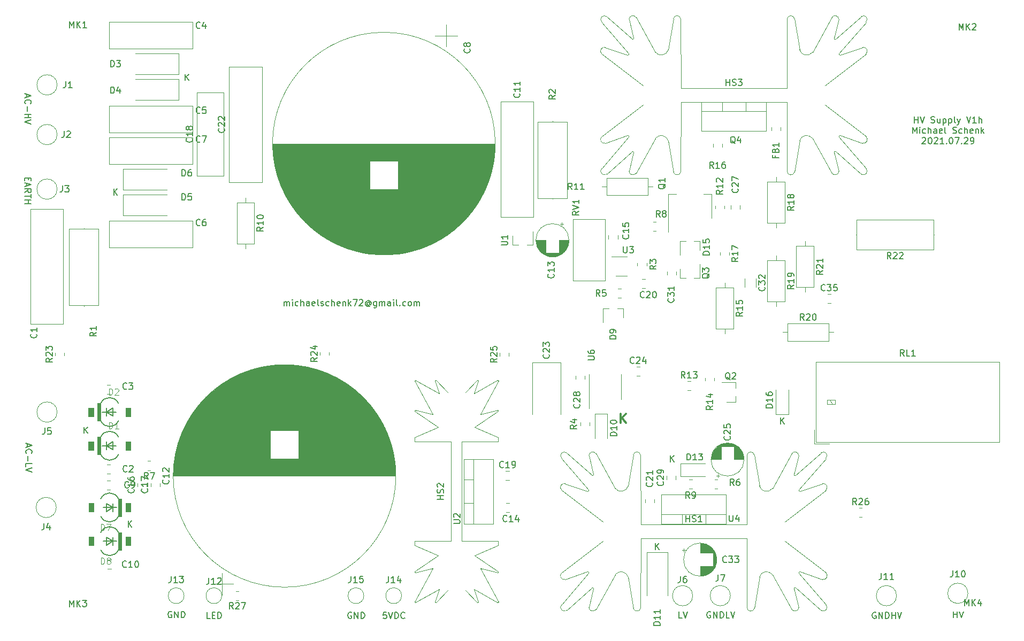
<source format=gbr>
G04 #@! TF.GenerationSoftware,KiCad,Pcbnew,(5.1.10-0-10_14)*
G04 #@! TF.CreationDate,2021-07-29T19:40:43+02:00*
G04 #@! TF.ProjectId,hv-power-supply-v1,68762d70-6f77-4657-922d-737570706c79,rev?*
G04 #@! TF.SameCoordinates,Original*
G04 #@! TF.FileFunction,Legend,Top*
G04 #@! TF.FilePolarity,Positive*
%FSLAX46Y46*%
G04 Gerber Fmt 4.6, Leading zero omitted, Abs format (unit mm)*
G04 Created by KiCad (PCBNEW (5.1.10-0-10_14)) date 2021-07-29 19:40:43*
%MOMM*%
%LPD*%
G01*
G04 APERTURE LIST*
%ADD10C,0.300000*%
%ADD11C,0.150000*%
%ADD12C,0.120000*%
%ADD13C,0.010000*%
%ADD14C,0.152400*%
%ADD15C,0.015000*%
G04 APERTURE END LIST*
D10*
X150165642Y-112375071D02*
X150165642Y-110875071D01*
X151022785Y-112375071D02*
X150379928Y-111517928D01*
X151022785Y-110875071D02*
X150165642Y-111732214D01*
D11*
X175506095Y-112529880D02*
X175506095Y-111529880D01*
X176077523Y-112529880D02*
X175648952Y-111958452D01*
X176077523Y-111529880D02*
X175506095Y-112101309D01*
X81272095Y-58110380D02*
X81272095Y-57110380D01*
X81843523Y-58110380D02*
X81414952Y-57538952D01*
X81843523Y-57110380D02*
X81272095Y-57681809D01*
X69969095Y-76271380D02*
X69969095Y-75271380D01*
X70540523Y-76271380D02*
X70111952Y-75699952D01*
X70540523Y-75271380D02*
X69969095Y-75842809D01*
X158043595Y-118498880D02*
X158043595Y-117498880D01*
X158615023Y-118498880D02*
X158186452Y-117927452D01*
X158615023Y-117498880D02*
X158043595Y-118070309D01*
X155694095Y-132405380D02*
X155694095Y-131405380D01*
X156265523Y-132405380D02*
X155836952Y-131833952D01*
X156265523Y-131405380D02*
X155694095Y-131976809D01*
X72255095Y-128849380D02*
X72255095Y-127849380D01*
X72826523Y-128849380D02*
X72397952Y-128277952D01*
X72826523Y-127849380D02*
X72255095Y-128420809D01*
X65270095Y-113990380D02*
X65270095Y-112990380D01*
X65841523Y-113990380D02*
X65412952Y-113418952D01*
X65841523Y-112990380D02*
X65270095Y-113561809D01*
X202866714Y-143200380D02*
X202866714Y-142200380D01*
X202866714Y-142676571D02*
X203438142Y-142676571D01*
X203438142Y-143200380D02*
X203438142Y-142200380D01*
X203771476Y-142200380D02*
X204104809Y-143200380D01*
X204438142Y-142200380D01*
X190563714Y-142375000D02*
X190468476Y-142327380D01*
X190325619Y-142327380D01*
X190182761Y-142375000D01*
X190087523Y-142470238D01*
X190039904Y-142565476D01*
X189992285Y-142755952D01*
X189992285Y-142898809D01*
X190039904Y-143089285D01*
X190087523Y-143184523D01*
X190182761Y-143279761D01*
X190325619Y-143327380D01*
X190420857Y-143327380D01*
X190563714Y-143279761D01*
X190611333Y-143232142D01*
X190611333Y-142898809D01*
X190420857Y-142898809D01*
X191039904Y-143327380D02*
X191039904Y-142327380D01*
X191611333Y-143327380D01*
X191611333Y-142327380D01*
X192087523Y-143327380D02*
X192087523Y-142327380D01*
X192325619Y-142327380D01*
X192468476Y-142375000D01*
X192563714Y-142470238D01*
X192611333Y-142565476D01*
X192658952Y-142755952D01*
X192658952Y-142898809D01*
X192611333Y-143089285D01*
X192563714Y-143184523D01*
X192468476Y-143279761D01*
X192325619Y-143327380D01*
X192087523Y-143327380D01*
X193087523Y-143327380D02*
X193087523Y-142327380D01*
X193087523Y-142803571D02*
X193658952Y-142803571D01*
X193658952Y-143327380D02*
X193658952Y-142327380D01*
X193992285Y-142327380D02*
X194325619Y-143327380D01*
X194658952Y-142327380D01*
X164393761Y-142311500D02*
X164298523Y-142263880D01*
X164155666Y-142263880D01*
X164012809Y-142311500D01*
X163917571Y-142406738D01*
X163869952Y-142501976D01*
X163822333Y-142692452D01*
X163822333Y-142835309D01*
X163869952Y-143025785D01*
X163917571Y-143121023D01*
X164012809Y-143216261D01*
X164155666Y-143263880D01*
X164250904Y-143263880D01*
X164393761Y-143216261D01*
X164441380Y-143168642D01*
X164441380Y-142835309D01*
X164250904Y-142835309D01*
X164869952Y-143263880D02*
X164869952Y-142263880D01*
X165441380Y-143263880D01*
X165441380Y-142263880D01*
X165917571Y-143263880D02*
X165917571Y-142263880D01*
X166155666Y-142263880D01*
X166298523Y-142311500D01*
X166393761Y-142406738D01*
X166441380Y-142501976D01*
X166489000Y-142692452D01*
X166489000Y-142835309D01*
X166441380Y-143025785D01*
X166393761Y-143121023D01*
X166298523Y-143216261D01*
X166155666Y-143263880D01*
X165917571Y-143263880D01*
X167393761Y-143263880D02*
X166917571Y-143263880D01*
X166917571Y-142263880D01*
X167584238Y-142263880D02*
X167917571Y-143263880D01*
X168250904Y-142263880D01*
X159900952Y-143263880D02*
X159424761Y-143263880D01*
X159424761Y-142263880D01*
X160091428Y-142263880D02*
X160424761Y-143263880D01*
X160758095Y-142263880D01*
X79121095Y-142248000D02*
X79025857Y-142200380D01*
X78883000Y-142200380D01*
X78740142Y-142248000D01*
X78644904Y-142343238D01*
X78597285Y-142438476D01*
X78549666Y-142628952D01*
X78549666Y-142771809D01*
X78597285Y-142962285D01*
X78644904Y-143057523D01*
X78740142Y-143152761D01*
X78883000Y-143200380D01*
X78978238Y-143200380D01*
X79121095Y-143152761D01*
X79168714Y-143105142D01*
X79168714Y-142771809D01*
X78978238Y-142771809D01*
X79597285Y-143200380D02*
X79597285Y-142200380D01*
X80168714Y-143200380D01*
X80168714Y-142200380D01*
X80644904Y-143200380D02*
X80644904Y-142200380D01*
X80883000Y-142200380D01*
X81025857Y-142248000D01*
X81121095Y-142343238D01*
X81168714Y-142438476D01*
X81216333Y-142628952D01*
X81216333Y-142771809D01*
X81168714Y-142962285D01*
X81121095Y-143057523D01*
X81025857Y-143152761D01*
X80883000Y-143200380D01*
X80644904Y-143200380D01*
X85209142Y-143327380D02*
X84732952Y-143327380D01*
X84732952Y-142327380D01*
X85542476Y-142803571D02*
X85875809Y-142803571D01*
X86018666Y-143327380D02*
X85542476Y-143327380D01*
X85542476Y-142327380D01*
X86018666Y-142327380D01*
X86447238Y-143327380D02*
X86447238Y-142327380D01*
X86685333Y-142327380D01*
X86828190Y-142375000D01*
X86923428Y-142470238D01*
X86971047Y-142565476D01*
X87018666Y-142755952D01*
X87018666Y-142898809D01*
X86971047Y-143089285D01*
X86923428Y-143184523D01*
X86828190Y-143279761D01*
X86685333Y-143327380D01*
X86447238Y-143327380D01*
X107569095Y-142375000D02*
X107473857Y-142327380D01*
X107331000Y-142327380D01*
X107188142Y-142375000D01*
X107092904Y-142470238D01*
X107045285Y-142565476D01*
X106997666Y-142755952D01*
X106997666Y-142898809D01*
X107045285Y-143089285D01*
X107092904Y-143184523D01*
X107188142Y-143279761D01*
X107331000Y-143327380D01*
X107426238Y-143327380D01*
X107569095Y-143279761D01*
X107616714Y-143232142D01*
X107616714Y-142898809D01*
X107426238Y-142898809D01*
X108045285Y-143327380D02*
X108045285Y-142327380D01*
X108616714Y-143327380D01*
X108616714Y-142327380D01*
X109092904Y-143327380D02*
X109092904Y-142327380D01*
X109331000Y-142327380D01*
X109473857Y-142375000D01*
X109569095Y-142470238D01*
X109616714Y-142565476D01*
X109664333Y-142755952D01*
X109664333Y-142898809D01*
X109616714Y-143089285D01*
X109569095Y-143184523D01*
X109473857Y-143279761D01*
X109331000Y-143327380D01*
X109092904Y-143327380D01*
X113109523Y-142327380D02*
X112633333Y-142327380D01*
X112585714Y-142803571D01*
X112633333Y-142755952D01*
X112728571Y-142708333D01*
X112966666Y-142708333D01*
X113061904Y-142755952D01*
X113109523Y-142803571D01*
X113157142Y-142898809D01*
X113157142Y-143136904D01*
X113109523Y-143232142D01*
X113061904Y-143279761D01*
X112966666Y-143327380D01*
X112728571Y-143327380D01*
X112633333Y-143279761D01*
X112585714Y-143232142D01*
X113442857Y-142327380D02*
X113776190Y-143327380D01*
X114109523Y-142327380D01*
X114442857Y-143327380D02*
X114442857Y-142327380D01*
X114680952Y-142327380D01*
X114823809Y-142375000D01*
X114919047Y-142470238D01*
X114966666Y-142565476D01*
X115014285Y-142755952D01*
X115014285Y-142898809D01*
X114966666Y-143089285D01*
X114919047Y-143184523D01*
X114823809Y-143279761D01*
X114680952Y-143327380D01*
X114442857Y-143327380D01*
X116014285Y-143232142D02*
X115966666Y-143279761D01*
X115823809Y-143327380D01*
X115728571Y-143327380D01*
X115585714Y-143279761D01*
X115490476Y-143184523D01*
X115442857Y-143089285D01*
X115395238Y-142898809D01*
X115395238Y-142755952D01*
X115442857Y-142565476D01*
X115490476Y-142470238D01*
X115585714Y-142375000D01*
X115728571Y-142327380D01*
X115823809Y-142327380D01*
X115966666Y-142375000D01*
X116014285Y-142422619D01*
X56310333Y-115688523D02*
X56310333Y-116164714D01*
X56024619Y-115593285D02*
X57024619Y-115926619D01*
X56024619Y-116259952D01*
X56119857Y-117164714D02*
X56072238Y-117117095D01*
X56024619Y-116974238D01*
X56024619Y-116879000D01*
X56072238Y-116736142D01*
X56167476Y-116640904D01*
X56262714Y-116593285D01*
X56453190Y-116545666D01*
X56596047Y-116545666D01*
X56786523Y-116593285D01*
X56881761Y-116640904D01*
X56977000Y-116736142D01*
X57024619Y-116879000D01*
X57024619Y-116974238D01*
X56977000Y-117117095D01*
X56929380Y-117164714D01*
X56405571Y-117593285D02*
X56405571Y-118355190D01*
X56024619Y-119307571D02*
X56024619Y-118831380D01*
X57024619Y-118831380D01*
X57024619Y-119498047D02*
X56024619Y-119831380D01*
X57024619Y-120164714D01*
X56421428Y-73540380D02*
X56421428Y-73873714D01*
X55897619Y-74016571D02*
X55897619Y-73540380D01*
X56897619Y-73540380D01*
X56897619Y-74016571D01*
X56183333Y-74397523D02*
X56183333Y-74873714D01*
X55897619Y-74302285D02*
X56897619Y-74635619D01*
X55897619Y-74968952D01*
X55897619Y-75873714D02*
X56373809Y-75540380D01*
X55897619Y-75302285D02*
X56897619Y-75302285D01*
X56897619Y-75683238D01*
X56850000Y-75778476D01*
X56802380Y-75826095D01*
X56707142Y-75873714D01*
X56564285Y-75873714D01*
X56469047Y-75826095D01*
X56421428Y-75778476D01*
X56373809Y-75683238D01*
X56373809Y-75302285D01*
X56897619Y-76159428D02*
X56897619Y-76730857D01*
X55897619Y-76445142D02*
X56897619Y-76445142D01*
X55897619Y-77064190D02*
X56897619Y-77064190D01*
X56421428Y-77064190D02*
X56421428Y-77635619D01*
X55897619Y-77635619D02*
X56897619Y-77635619D01*
X56183333Y-60324476D02*
X56183333Y-60800666D01*
X55897619Y-60229238D02*
X56897619Y-60562571D01*
X55897619Y-60895904D01*
X55992857Y-61800666D02*
X55945238Y-61753047D01*
X55897619Y-61610190D01*
X55897619Y-61514952D01*
X55945238Y-61372095D01*
X56040476Y-61276857D01*
X56135714Y-61229238D01*
X56326190Y-61181619D01*
X56469047Y-61181619D01*
X56659523Y-61229238D01*
X56754761Y-61276857D01*
X56850000Y-61372095D01*
X56897619Y-61514952D01*
X56897619Y-61610190D01*
X56850000Y-61753047D01*
X56802380Y-61800666D01*
X56278571Y-62229238D02*
X56278571Y-62991142D01*
X55897619Y-63467333D02*
X56897619Y-63467333D01*
X56421428Y-63467333D02*
X56421428Y-64038761D01*
X55897619Y-64038761D02*
X56897619Y-64038761D01*
X56897619Y-64372095D02*
X55897619Y-64705428D01*
X56897619Y-65038761D01*
X96918214Y-93797380D02*
X96918214Y-93130714D01*
X96918214Y-93225952D02*
X96965833Y-93178333D01*
X97061071Y-93130714D01*
X97203928Y-93130714D01*
X97299166Y-93178333D01*
X97346785Y-93273571D01*
X97346785Y-93797380D01*
X97346785Y-93273571D02*
X97394404Y-93178333D01*
X97489642Y-93130714D01*
X97632500Y-93130714D01*
X97727738Y-93178333D01*
X97775357Y-93273571D01*
X97775357Y-93797380D01*
X98251547Y-93797380D02*
X98251547Y-93130714D01*
X98251547Y-92797380D02*
X98203928Y-92845000D01*
X98251547Y-92892619D01*
X98299166Y-92845000D01*
X98251547Y-92797380D01*
X98251547Y-92892619D01*
X99156309Y-93749761D02*
X99061071Y-93797380D01*
X98870595Y-93797380D01*
X98775357Y-93749761D01*
X98727738Y-93702142D01*
X98680119Y-93606904D01*
X98680119Y-93321190D01*
X98727738Y-93225952D01*
X98775357Y-93178333D01*
X98870595Y-93130714D01*
X99061071Y-93130714D01*
X99156309Y-93178333D01*
X99584880Y-93797380D02*
X99584880Y-92797380D01*
X100013452Y-93797380D02*
X100013452Y-93273571D01*
X99965833Y-93178333D01*
X99870595Y-93130714D01*
X99727738Y-93130714D01*
X99632500Y-93178333D01*
X99584880Y-93225952D01*
X100918214Y-93797380D02*
X100918214Y-93273571D01*
X100870595Y-93178333D01*
X100775357Y-93130714D01*
X100584880Y-93130714D01*
X100489642Y-93178333D01*
X100918214Y-93749761D02*
X100822976Y-93797380D01*
X100584880Y-93797380D01*
X100489642Y-93749761D01*
X100442023Y-93654523D01*
X100442023Y-93559285D01*
X100489642Y-93464047D01*
X100584880Y-93416428D01*
X100822976Y-93416428D01*
X100918214Y-93368809D01*
X101775357Y-93749761D02*
X101680119Y-93797380D01*
X101489642Y-93797380D01*
X101394404Y-93749761D01*
X101346785Y-93654523D01*
X101346785Y-93273571D01*
X101394404Y-93178333D01*
X101489642Y-93130714D01*
X101680119Y-93130714D01*
X101775357Y-93178333D01*
X101822976Y-93273571D01*
X101822976Y-93368809D01*
X101346785Y-93464047D01*
X102394404Y-93797380D02*
X102299166Y-93749761D01*
X102251547Y-93654523D01*
X102251547Y-92797380D01*
X102727738Y-93749761D02*
X102822976Y-93797380D01*
X103013452Y-93797380D01*
X103108690Y-93749761D01*
X103156309Y-93654523D01*
X103156309Y-93606904D01*
X103108690Y-93511666D01*
X103013452Y-93464047D01*
X102870595Y-93464047D01*
X102775357Y-93416428D01*
X102727738Y-93321190D01*
X102727738Y-93273571D01*
X102775357Y-93178333D01*
X102870595Y-93130714D01*
X103013452Y-93130714D01*
X103108690Y-93178333D01*
X104013452Y-93749761D02*
X103918214Y-93797380D01*
X103727738Y-93797380D01*
X103632500Y-93749761D01*
X103584880Y-93702142D01*
X103537261Y-93606904D01*
X103537261Y-93321190D01*
X103584880Y-93225952D01*
X103632500Y-93178333D01*
X103727738Y-93130714D01*
X103918214Y-93130714D01*
X104013452Y-93178333D01*
X104442023Y-93797380D02*
X104442023Y-92797380D01*
X104870595Y-93797380D02*
X104870595Y-93273571D01*
X104822976Y-93178333D01*
X104727738Y-93130714D01*
X104584880Y-93130714D01*
X104489642Y-93178333D01*
X104442023Y-93225952D01*
X105727738Y-93749761D02*
X105632500Y-93797380D01*
X105442023Y-93797380D01*
X105346785Y-93749761D01*
X105299166Y-93654523D01*
X105299166Y-93273571D01*
X105346785Y-93178333D01*
X105442023Y-93130714D01*
X105632500Y-93130714D01*
X105727738Y-93178333D01*
X105775357Y-93273571D01*
X105775357Y-93368809D01*
X105299166Y-93464047D01*
X106203928Y-93130714D02*
X106203928Y-93797380D01*
X106203928Y-93225952D02*
X106251547Y-93178333D01*
X106346785Y-93130714D01*
X106489642Y-93130714D01*
X106584880Y-93178333D01*
X106632500Y-93273571D01*
X106632500Y-93797380D01*
X107108690Y-93797380D02*
X107108690Y-92797380D01*
X107203928Y-93416428D02*
X107489642Y-93797380D01*
X107489642Y-93130714D02*
X107108690Y-93511666D01*
X107822976Y-92797380D02*
X108489642Y-92797380D01*
X108061071Y-93797380D01*
X108822976Y-92892619D02*
X108870595Y-92845000D01*
X108965833Y-92797380D01*
X109203928Y-92797380D01*
X109299166Y-92845000D01*
X109346785Y-92892619D01*
X109394404Y-92987857D01*
X109394404Y-93083095D01*
X109346785Y-93225952D01*
X108775357Y-93797380D01*
X109394404Y-93797380D01*
X110442023Y-93321190D02*
X110394404Y-93273571D01*
X110299166Y-93225952D01*
X110203928Y-93225952D01*
X110108690Y-93273571D01*
X110061071Y-93321190D01*
X110013452Y-93416428D01*
X110013452Y-93511666D01*
X110061071Y-93606904D01*
X110108690Y-93654523D01*
X110203928Y-93702142D01*
X110299166Y-93702142D01*
X110394404Y-93654523D01*
X110442023Y-93606904D01*
X110442023Y-93225952D02*
X110442023Y-93606904D01*
X110489642Y-93654523D01*
X110537261Y-93654523D01*
X110632500Y-93606904D01*
X110680119Y-93511666D01*
X110680119Y-93273571D01*
X110584880Y-93130714D01*
X110442023Y-93035476D01*
X110251547Y-92987857D01*
X110061071Y-93035476D01*
X109918214Y-93130714D01*
X109822976Y-93273571D01*
X109775357Y-93464047D01*
X109822976Y-93654523D01*
X109918214Y-93797380D01*
X110061071Y-93892619D01*
X110251547Y-93940238D01*
X110442023Y-93892619D01*
X110584880Y-93797380D01*
X111537261Y-93130714D02*
X111537261Y-93940238D01*
X111489642Y-94035476D01*
X111442023Y-94083095D01*
X111346785Y-94130714D01*
X111203928Y-94130714D01*
X111108690Y-94083095D01*
X111537261Y-93749761D02*
X111442023Y-93797380D01*
X111251547Y-93797380D01*
X111156309Y-93749761D01*
X111108690Y-93702142D01*
X111061071Y-93606904D01*
X111061071Y-93321190D01*
X111108690Y-93225952D01*
X111156309Y-93178333D01*
X111251547Y-93130714D01*
X111442023Y-93130714D01*
X111537261Y-93178333D01*
X112013452Y-93797380D02*
X112013452Y-93130714D01*
X112013452Y-93225952D02*
X112061071Y-93178333D01*
X112156309Y-93130714D01*
X112299166Y-93130714D01*
X112394404Y-93178333D01*
X112442023Y-93273571D01*
X112442023Y-93797380D01*
X112442023Y-93273571D02*
X112489642Y-93178333D01*
X112584880Y-93130714D01*
X112727738Y-93130714D01*
X112822976Y-93178333D01*
X112870595Y-93273571D01*
X112870595Y-93797380D01*
X113775357Y-93797380D02*
X113775357Y-93273571D01*
X113727738Y-93178333D01*
X113632500Y-93130714D01*
X113442023Y-93130714D01*
X113346785Y-93178333D01*
X113775357Y-93749761D02*
X113680119Y-93797380D01*
X113442023Y-93797380D01*
X113346785Y-93749761D01*
X113299166Y-93654523D01*
X113299166Y-93559285D01*
X113346785Y-93464047D01*
X113442023Y-93416428D01*
X113680119Y-93416428D01*
X113775357Y-93368809D01*
X114251547Y-93797380D02*
X114251547Y-93130714D01*
X114251547Y-92797380D02*
X114203928Y-92845000D01*
X114251547Y-92892619D01*
X114299166Y-92845000D01*
X114251547Y-92797380D01*
X114251547Y-92892619D01*
X114870595Y-93797380D02*
X114775357Y-93749761D01*
X114727738Y-93654523D01*
X114727738Y-92797380D01*
X115251547Y-93702142D02*
X115299166Y-93749761D01*
X115251547Y-93797380D01*
X115203928Y-93749761D01*
X115251547Y-93702142D01*
X115251547Y-93797380D01*
X116156309Y-93749761D02*
X116061071Y-93797380D01*
X115870595Y-93797380D01*
X115775357Y-93749761D01*
X115727738Y-93702142D01*
X115680119Y-93606904D01*
X115680119Y-93321190D01*
X115727738Y-93225952D01*
X115775357Y-93178333D01*
X115870595Y-93130714D01*
X116061071Y-93130714D01*
X116156309Y-93178333D01*
X116727738Y-93797380D02*
X116632500Y-93749761D01*
X116584880Y-93702142D01*
X116537261Y-93606904D01*
X116537261Y-93321190D01*
X116584880Y-93225952D01*
X116632500Y-93178333D01*
X116727738Y-93130714D01*
X116870595Y-93130714D01*
X116965833Y-93178333D01*
X117013452Y-93225952D01*
X117061071Y-93321190D01*
X117061071Y-93606904D01*
X117013452Y-93702142D01*
X116965833Y-93749761D01*
X116870595Y-93797380D01*
X116727738Y-93797380D01*
X117489642Y-93797380D02*
X117489642Y-93130714D01*
X117489642Y-93225952D02*
X117537261Y-93178333D01*
X117632500Y-93130714D01*
X117775357Y-93130714D01*
X117870595Y-93178333D01*
X117918214Y-93273571D01*
X117918214Y-93797380D01*
X117918214Y-93273571D02*
X117965833Y-93178333D01*
X118061071Y-93130714D01*
X118203928Y-93130714D01*
X118299166Y-93178333D01*
X118346785Y-93273571D01*
X118346785Y-93797380D01*
X196683976Y-64842380D02*
X196683976Y-63842380D01*
X196683976Y-64318571D02*
X197255404Y-64318571D01*
X197255404Y-64842380D02*
X197255404Y-63842380D01*
X197588738Y-63842380D02*
X197922071Y-64842380D01*
X198255404Y-63842380D01*
X199303023Y-64794761D02*
X199445880Y-64842380D01*
X199683976Y-64842380D01*
X199779214Y-64794761D01*
X199826833Y-64747142D01*
X199874452Y-64651904D01*
X199874452Y-64556666D01*
X199826833Y-64461428D01*
X199779214Y-64413809D01*
X199683976Y-64366190D01*
X199493500Y-64318571D01*
X199398261Y-64270952D01*
X199350642Y-64223333D01*
X199303023Y-64128095D01*
X199303023Y-64032857D01*
X199350642Y-63937619D01*
X199398261Y-63890000D01*
X199493500Y-63842380D01*
X199731595Y-63842380D01*
X199874452Y-63890000D01*
X200731595Y-64175714D02*
X200731595Y-64842380D01*
X200303023Y-64175714D02*
X200303023Y-64699523D01*
X200350642Y-64794761D01*
X200445880Y-64842380D01*
X200588738Y-64842380D01*
X200683976Y-64794761D01*
X200731595Y-64747142D01*
X201207785Y-64175714D02*
X201207785Y-65175714D01*
X201207785Y-64223333D02*
X201303023Y-64175714D01*
X201493500Y-64175714D01*
X201588738Y-64223333D01*
X201636357Y-64270952D01*
X201683976Y-64366190D01*
X201683976Y-64651904D01*
X201636357Y-64747142D01*
X201588738Y-64794761D01*
X201493500Y-64842380D01*
X201303023Y-64842380D01*
X201207785Y-64794761D01*
X202112547Y-64175714D02*
X202112547Y-65175714D01*
X202112547Y-64223333D02*
X202207785Y-64175714D01*
X202398261Y-64175714D01*
X202493500Y-64223333D01*
X202541119Y-64270952D01*
X202588738Y-64366190D01*
X202588738Y-64651904D01*
X202541119Y-64747142D01*
X202493500Y-64794761D01*
X202398261Y-64842380D01*
X202207785Y-64842380D01*
X202112547Y-64794761D01*
X203160166Y-64842380D02*
X203064928Y-64794761D01*
X203017309Y-64699523D01*
X203017309Y-63842380D01*
X203445880Y-64175714D02*
X203683976Y-64842380D01*
X203922071Y-64175714D02*
X203683976Y-64842380D01*
X203588738Y-65080476D01*
X203541119Y-65128095D01*
X203445880Y-65175714D01*
X204922071Y-63842380D02*
X205255404Y-64842380D01*
X205588738Y-63842380D01*
X206445880Y-64842380D02*
X205874452Y-64842380D01*
X206160166Y-64842380D02*
X206160166Y-63842380D01*
X206064928Y-63985238D01*
X205969690Y-64080476D01*
X205874452Y-64128095D01*
X206874452Y-64842380D02*
X206874452Y-63842380D01*
X207303023Y-64842380D02*
X207303023Y-64318571D01*
X207255404Y-64223333D01*
X207160166Y-64175714D01*
X207017309Y-64175714D01*
X206922071Y-64223333D01*
X206874452Y-64270952D01*
X196374452Y-66492380D02*
X196374452Y-65492380D01*
X196707785Y-66206666D01*
X197041119Y-65492380D01*
X197041119Y-66492380D01*
X197517309Y-66492380D02*
X197517309Y-65825714D01*
X197517309Y-65492380D02*
X197469690Y-65540000D01*
X197517309Y-65587619D01*
X197564928Y-65540000D01*
X197517309Y-65492380D01*
X197517309Y-65587619D01*
X198422071Y-66444761D02*
X198326833Y-66492380D01*
X198136357Y-66492380D01*
X198041119Y-66444761D01*
X197993500Y-66397142D01*
X197945880Y-66301904D01*
X197945880Y-66016190D01*
X197993500Y-65920952D01*
X198041119Y-65873333D01*
X198136357Y-65825714D01*
X198326833Y-65825714D01*
X198422071Y-65873333D01*
X198850642Y-66492380D02*
X198850642Y-65492380D01*
X199279214Y-66492380D02*
X199279214Y-65968571D01*
X199231595Y-65873333D01*
X199136357Y-65825714D01*
X198993500Y-65825714D01*
X198898261Y-65873333D01*
X198850642Y-65920952D01*
X200183976Y-66492380D02*
X200183976Y-65968571D01*
X200136357Y-65873333D01*
X200041119Y-65825714D01*
X199850642Y-65825714D01*
X199755404Y-65873333D01*
X200183976Y-66444761D02*
X200088738Y-66492380D01*
X199850642Y-66492380D01*
X199755404Y-66444761D01*
X199707785Y-66349523D01*
X199707785Y-66254285D01*
X199755404Y-66159047D01*
X199850642Y-66111428D01*
X200088738Y-66111428D01*
X200183976Y-66063809D01*
X201041119Y-66444761D02*
X200945880Y-66492380D01*
X200755404Y-66492380D01*
X200660166Y-66444761D01*
X200612547Y-66349523D01*
X200612547Y-65968571D01*
X200660166Y-65873333D01*
X200755404Y-65825714D01*
X200945880Y-65825714D01*
X201041119Y-65873333D01*
X201088738Y-65968571D01*
X201088738Y-66063809D01*
X200612547Y-66159047D01*
X201660166Y-66492380D02*
X201564928Y-66444761D01*
X201517309Y-66349523D01*
X201517309Y-65492380D01*
X202755404Y-66444761D02*
X202898261Y-66492380D01*
X203136357Y-66492380D01*
X203231595Y-66444761D01*
X203279214Y-66397142D01*
X203326833Y-66301904D01*
X203326833Y-66206666D01*
X203279214Y-66111428D01*
X203231595Y-66063809D01*
X203136357Y-66016190D01*
X202945880Y-65968571D01*
X202850642Y-65920952D01*
X202803023Y-65873333D01*
X202755404Y-65778095D01*
X202755404Y-65682857D01*
X202803023Y-65587619D01*
X202850642Y-65540000D01*
X202945880Y-65492380D01*
X203183976Y-65492380D01*
X203326833Y-65540000D01*
X204183976Y-66444761D02*
X204088738Y-66492380D01*
X203898261Y-66492380D01*
X203803023Y-66444761D01*
X203755404Y-66397142D01*
X203707785Y-66301904D01*
X203707785Y-66016190D01*
X203755404Y-65920952D01*
X203803023Y-65873333D01*
X203898261Y-65825714D01*
X204088738Y-65825714D01*
X204183976Y-65873333D01*
X204612547Y-66492380D02*
X204612547Y-65492380D01*
X205041119Y-66492380D02*
X205041119Y-65968571D01*
X204993500Y-65873333D01*
X204898261Y-65825714D01*
X204755404Y-65825714D01*
X204660166Y-65873333D01*
X204612547Y-65920952D01*
X205898261Y-66444761D02*
X205803023Y-66492380D01*
X205612547Y-66492380D01*
X205517309Y-66444761D01*
X205469690Y-66349523D01*
X205469690Y-65968571D01*
X205517309Y-65873333D01*
X205612547Y-65825714D01*
X205803023Y-65825714D01*
X205898261Y-65873333D01*
X205945880Y-65968571D01*
X205945880Y-66063809D01*
X205469690Y-66159047D01*
X206374452Y-65825714D02*
X206374452Y-66492380D01*
X206374452Y-65920952D02*
X206422071Y-65873333D01*
X206517309Y-65825714D01*
X206660166Y-65825714D01*
X206755404Y-65873333D01*
X206803023Y-65968571D01*
X206803023Y-66492380D01*
X207279214Y-66492380D02*
X207279214Y-65492380D01*
X207374452Y-66111428D02*
X207660166Y-66492380D01*
X207660166Y-65825714D02*
X207279214Y-66206666D01*
X197898261Y-67237619D02*
X197945880Y-67190000D01*
X198041119Y-67142380D01*
X198279214Y-67142380D01*
X198374452Y-67190000D01*
X198422071Y-67237619D01*
X198469690Y-67332857D01*
X198469690Y-67428095D01*
X198422071Y-67570952D01*
X197850642Y-68142380D01*
X198469690Y-68142380D01*
X199088738Y-67142380D02*
X199183976Y-67142380D01*
X199279214Y-67190000D01*
X199326833Y-67237619D01*
X199374452Y-67332857D01*
X199422071Y-67523333D01*
X199422071Y-67761428D01*
X199374452Y-67951904D01*
X199326833Y-68047142D01*
X199279214Y-68094761D01*
X199183976Y-68142380D01*
X199088738Y-68142380D01*
X198993500Y-68094761D01*
X198945880Y-68047142D01*
X198898261Y-67951904D01*
X198850642Y-67761428D01*
X198850642Y-67523333D01*
X198898261Y-67332857D01*
X198945880Y-67237619D01*
X198993500Y-67190000D01*
X199088738Y-67142380D01*
X199803023Y-67237619D02*
X199850642Y-67190000D01*
X199945880Y-67142380D01*
X200183976Y-67142380D01*
X200279214Y-67190000D01*
X200326833Y-67237619D01*
X200374452Y-67332857D01*
X200374452Y-67428095D01*
X200326833Y-67570952D01*
X199755404Y-68142380D01*
X200374452Y-68142380D01*
X201326833Y-68142380D02*
X200755404Y-68142380D01*
X201041119Y-68142380D02*
X201041119Y-67142380D01*
X200945880Y-67285238D01*
X200850642Y-67380476D01*
X200755404Y-67428095D01*
X201755404Y-68047142D02*
X201803023Y-68094761D01*
X201755404Y-68142380D01*
X201707785Y-68094761D01*
X201755404Y-68047142D01*
X201755404Y-68142380D01*
X202422071Y-67142380D02*
X202517309Y-67142380D01*
X202612547Y-67190000D01*
X202660166Y-67237619D01*
X202707785Y-67332857D01*
X202755404Y-67523333D01*
X202755404Y-67761428D01*
X202707785Y-67951904D01*
X202660166Y-68047142D01*
X202612547Y-68094761D01*
X202517309Y-68142380D01*
X202422071Y-68142380D01*
X202326833Y-68094761D01*
X202279214Y-68047142D01*
X202231595Y-67951904D01*
X202183976Y-67761428D01*
X202183976Y-67523333D01*
X202231595Y-67332857D01*
X202279214Y-67237619D01*
X202326833Y-67190000D01*
X202422071Y-67142380D01*
X203088738Y-67142380D02*
X203755404Y-67142380D01*
X203326833Y-68142380D01*
X204136357Y-68047142D02*
X204183976Y-68094761D01*
X204136357Y-68142380D01*
X204088738Y-68094761D01*
X204136357Y-68047142D01*
X204136357Y-68142380D01*
X204564928Y-67237619D02*
X204612547Y-67190000D01*
X204707785Y-67142380D01*
X204945880Y-67142380D01*
X205041119Y-67190000D01*
X205088738Y-67237619D01*
X205136357Y-67332857D01*
X205136357Y-67428095D01*
X205088738Y-67570952D01*
X204517309Y-68142380D01*
X205136357Y-68142380D01*
X205612547Y-68142380D02*
X205803023Y-68142380D01*
X205898261Y-68094761D01*
X205945880Y-68047142D01*
X206041119Y-67904285D01*
X206088738Y-67713809D01*
X206088738Y-67332857D01*
X206041119Y-67237619D01*
X205993500Y-67190000D01*
X205898261Y-67142380D01*
X205707785Y-67142380D01*
X205612547Y-67190000D01*
X205564928Y-67237619D01*
X205517309Y-67332857D01*
X205517309Y-67570952D01*
X205564928Y-67666190D01*
X205612547Y-67713809D01*
X205707785Y-67761428D01*
X205898261Y-67761428D01*
X205993500Y-67713809D01*
X206041119Y-67666190D01*
X206088738Y-67570952D01*
D12*
X92175000Y-77438500D02*
X89435000Y-77438500D01*
X89435000Y-77438500D02*
X89435000Y-83978500D01*
X89435000Y-83978500D02*
X92175000Y-83978500D01*
X92175000Y-83978500D02*
X92175000Y-77438500D01*
X90805000Y-76668500D02*
X90805000Y-77438500D01*
X90805000Y-84748500D02*
X90805000Y-83978500D01*
X88185000Y-74214500D02*
X88185000Y-55974500D01*
X93425000Y-74214500D02*
X93425000Y-55974500D01*
X88185000Y-74214500D02*
X93425000Y-74214500D01*
X88185000Y-55974500D02*
X93425000Y-55974500D01*
X83097000Y-73248000D02*
X83097000Y-60008000D01*
X87337000Y-73248000D02*
X87337000Y-60008000D01*
X83097000Y-73248000D02*
X87337000Y-73248000D01*
X83097000Y-60008000D02*
X87337000Y-60008000D01*
X75792064Y-118391000D02*
X75337936Y-118391000D01*
X75792064Y-119861000D02*
X75337936Y-119861000D01*
X77316000Y-122413752D02*
X77316000Y-121891248D01*
X75846000Y-122413752D02*
X75846000Y-121891248D01*
X75157000Y-122435252D02*
X75157000Y-121912748D01*
X73687000Y-122435252D02*
X73687000Y-121912748D01*
X164573000Y-76156500D02*
X163313000Y-76156500D01*
X157753000Y-76156500D02*
X159013000Y-76156500D01*
X164573000Y-79916500D02*
X164573000Y-76156500D01*
X157753000Y-82166500D02*
X157753000Y-76156500D01*
X127096000Y-133380000D02*
X130816000Y-135880000D01*
X130816000Y-135880000D02*
X130756000Y-136060000D01*
X130756000Y-136060000D02*
X127956000Y-135400000D01*
X127956000Y-135400000D02*
X130836000Y-140700000D01*
X130716000Y-140820000D02*
X126946000Y-138670000D01*
X127626000Y-140720000D02*
X127476000Y-140810000D01*
X126946000Y-138670000D02*
X127626000Y-140720000D01*
X127476000Y-140810000D02*
X125586000Y-138850000D01*
X130836000Y-140700000D02*
X130716000Y-140820000D01*
X117606000Y-131760000D02*
X121316000Y-133370000D01*
X123356000Y-131090000D02*
X117606000Y-131090000D01*
X117606000Y-131090000D02*
X117606000Y-131760000D01*
X120456000Y-135400000D02*
X117576000Y-140700000D01*
X117596000Y-135880000D02*
X117656000Y-136060000D01*
X117656000Y-136060000D02*
X120456000Y-135400000D01*
X121316000Y-133380000D02*
X117596000Y-135880000D01*
X120936000Y-140810000D02*
X122826000Y-138850000D01*
X117696000Y-140820000D02*
X121466000Y-138670000D01*
X120786000Y-140720000D02*
X120936000Y-140810000D01*
X117576000Y-140700000D02*
X117696000Y-140820000D01*
X121466000Y-138670000D02*
X120786000Y-140720000D01*
X123356000Y-123190000D02*
X123356000Y-131090000D01*
X125056000Y-131090000D02*
X130806000Y-131090000D01*
X130806000Y-131090000D02*
X130806000Y-131760000D01*
X130806000Y-131760000D02*
X127096000Y-133370000D01*
X125056000Y-123190000D02*
X125056000Y-131090000D01*
X117656000Y-110320000D02*
X120456000Y-110980000D01*
X117596000Y-110500000D02*
X117656000Y-110320000D01*
X121316000Y-113000000D02*
X117596000Y-110500000D01*
X120456000Y-110980000D02*
X117576000Y-105680000D01*
X120936000Y-105570000D02*
X122826000Y-107530000D01*
X121466000Y-107710000D02*
X120786000Y-105660000D01*
X117696000Y-105560000D02*
X121466000Y-107710000D01*
X117576000Y-105680000D02*
X117696000Y-105560000D01*
X120786000Y-105660000D02*
X120936000Y-105570000D01*
X117606000Y-114620000D02*
X121316000Y-113010000D01*
X123356000Y-123190000D02*
X123356000Y-115290000D01*
X123356000Y-115290000D02*
X117606000Y-115290000D01*
X117606000Y-115290000D02*
X117606000Y-114620000D01*
X125056000Y-123190000D02*
X125056000Y-115290000D01*
X125056000Y-115290000D02*
X130806000Y-115290000D01*
X130806000Y-115290000D02*
X130806000Y-114620000D01*
X130806000Y-114620000D02*
X127096000Y-113010000D01*
X127096000Y-113000000D02*
X130816000Y-110500000D01*
X130816000Y-110500000D02*
X130756000Y-110320000D01*
X130756000Y-110320000D02*
X127956000Y-110980000D01*
X127956000Y-110980000D02*
X130836000Y-105680000D01*
X130836000Y-105680000D02*
X130716000Y-105560000D01*
X130716000Y-105560000D02*
X126946000Y-107710000D01*
X126946000Y-107710000D02*
X127626000Y-105660000D01*
X127626000Y-105660000D02*
X127476000Y-105570000D01*
X127476000Y-105570000D02*
X125586000Y-107530000D01*
X159580500Y-89390000D02*
X160510500Y-89390000D01*
X162740500Y-89390000D02*
X161810500Y-89390000D01*
X162740500Y-89390000D02*
X162740500Y-87230000D01*
X159580500Y-89390000D02*
X159580500Y-87930000D01*
X168362000Y-109045000D02*
X168362000Y-108115000D01*
X168362000Y-105885000D02*
X168362000Y-106815000D01*
X168362000Y-105885000D02*
X166202000Y-105885000D01*
X168362000Y-109045000D02*
X166902000Y-109045000D01*
X151186400Y-85990500D02*
X148756400Y-85990500D01*
X149426400Y-89060500D02*
X151186400Y-89060500D01*
X85365000Y-137857002D02*
X88865000Y-137857002D01*
X87115000Y-139607002D02*
X87115000Y-136107002D01*
X96190000Y-103153000D02*
X97790000Y-103153000D01*
X95577000Y-103193000D02*
X98403000Y-103193000D01*
X95155000Y-103233000D02*
X98825000Y-103233000D01*
X94813000Y-103273000D02*
X99167000Y-103273000D01*
X94517000Y-103313000D02*
X99463000Y-103313000D01*
X94254000Y-103353000D02*
X99726000Y-103353000D01*
X94014000Y-103393000D02*
X99966000Y-103393000D01*
X93792000Y-103433000D02*
X100188000Y-103433000D01*
X93585000Y-103473000D02*
X100395000Y-103473000D01*
X93390000Y-103513000D02*
X100590000Y-103513000D01*
X93205000Y-103553000D02*
X100775000Y-103553000D01*
X93030000Y-103593000D02*
X100950000Y-103593000D01*
X92862000Y-103633000D02*
X101118000Y-103633000D01*
X92701000Y-103673000D02*
X101279000Y-103673000D01*
X92546000Y-103713000D02*
X101434000Y-103713000D01*
X92397000Y-103753000D02*
X101583000Y-103753000D01*
X92252000Y-103793000D02*
X101728000Y-103793000D01*
X92112000Y-103833000D02*
X101868000Y-103833000D01*
X91977000Y-103873000D02*
X102003000Y-103873000D01*
X91845000Y-103913000D02*
X102135000Y-103913000D01*
X91717000Y-103953000D02*
X102263000Y-103953000D01*
X91592000Y-103993000D02*
X102388000Y-103993000D01*
X91470000Y-104033000D02*
X102510000Y-104033000D01*
X91351000Y-104073000D02*
X102629000Y-104073000D01*
X91235000Y-104113000D02*
X102745000Y-104113000D01*
X91122000Y-104153000D02*
X102858000Y-104153000D01*
X91010000Y-104193000D02*
X102970000Y-104193000D01*
X90901000Y-104233000D02*
X103079000Y-104233000D01*
X90795000Y-104273000D02*
X103185000Y-104273000D01*
X90690000Y-104313000D02*
X103290000Y-104313000D01*
X90587000Y-104353000D02*
X103393000Y-104353000D01*
X90486000Y-104393000D02*
X103494000Y-104393000D01*
X90387000Y-104433000D02*
X103593000Y-104433000D01*
X90290000Y-104473000D02*
X103690000Y-104473000D01*
X90194000Y-104513000D02*
X103786000Y-104513000D01*
X90100000Y-104553000D02*
X103880000Y-104553000D01*
X90007000Y-104593000D02*
X103973000Y-104593000D01*
X89915000Y-104633000D02*
X104065000Y-104633000D01*
X89825000Y-104673000D02*
X104155000Y-104673000D01*
X89737000Y-104713000D02*
X104243000Y-104713000D01*
X89649000Y-104753000D02*
X104331000Y-104753000D01*
X89563000Y-104793000D02*
X104417000Y-104793000D01*
X89478000Y-104833000D02*
X104502000Y-104833000D01*
X89395000Y-104873000D02*
X104585000Y-104873000D01*
X89312000Y-104913000D02*
X104668000Y-104913000D01*
X89231000Y-104953000D02*
X104749000Y-104953000D01*
X89150000Y-104993000D02*
X104830000Y-104993000D01*
X89070000Y-105033000D02*
X104910000Y-105033000D01*
X88992000Y-105073000D02*
X104988000Y-105073000D01*
X88914000Y-105113000D02*
X105066000Y-105113000D01*
X88838000Y-105153000D02*
X105142000Y-105153000D01*
X88762000Y-105193000D02*
X105218000Y-105193000D01*
X88687000Y-105233000D02*
X105293000Y-105233000D01*
X88613000Y-105273000D02*
X105367000Y-105273000D01*
X88540000Y-105313000D02*
X105440000Y-105313000D01*
X88468000Y-105353000D02*
X105512000Y-105353000D01*
X88396000Y-105393000D02*
X105584000Y-105393000D01*
X88325000Y-105433000D02*
X105655000Y-105433000D01*
X88255000Y-105473000D02*
X105725000Y-105473000D01*
X88186000Y-105513000D02*
X105794000Y-105513000D01*
X88117000Y-105553000D02*
X105863000Y-105553000D01*
X88050000Y-105593000D02*
X105930000Y-105593000D01*
X87982000Y-105633000D02*
X105998000Y-105633000D01*
X87916000Y-105673000D02*
X106064000Y-105673000D01*
X87850000Y-105713000D02*
X106130000Y-105713000D01*
X87785000Y-105753000D02*
X106195000Y-105753000D01*
X87720000Y-105793000D02*
X106260000Y-105793000D01*
X87656000Y-105833000D02*
X106324000Y-105833000D01*
X87593000Y-105873000D02*
X106387000Y-105873000D01*
X87530000Y-105913000D02*
X106450000Y-105913000D01*
X87468000Y-105953000D02*
X106512000Y-105953000D01*
X87406000Y-105993000D02*
X106574000Y-105993000D01*
X87345000Y-106033000D02*
X106635000Y-106033000D01*
X87285000Y-106073000D02*
X106695000Y-106073000D01*
X87225000Y-106113000D02*
X106755000Y-106113000D01*
X87165000Y-106153000D02*
X106815000Y-106153000D01*
X87106000Y-106193000D02*
X106874000Y-106193000D01*
X87048000Y-106233000D02*
X106932000Y-106233000D01*
X86990000Y-106273000D02*
X106990000Y-106273000D01*
X86932000Y-106313000D02*
X107048000Y-106313000D01*
X86875000Y-106353000D02*
X107105000Y-106353000D01*
X86819000Y-106393000D02*
X107161000Y-106393000D01*
X86763000Y-106433000D02*
X107217000Y-106433000D01*
X86707000Y-106473000D02*
X107273000Y-106473000D01*
X86652000Y-106513000D02*
X107328000Y-106513000D01*
X86598000Y-106553000D02*
X107382000Y-106553000D01*
X86543000Y-106593000D02*
X107437000Y-106593000D01*
X86490000Y-106633000D02*
X107490000Y-106633000D01*
X86436000Y-106673000D02*
X107544000Y-106673000D01*
X86383000Y-106713000D02*
X107597000Y-106713000D01*
X86331000Y-106753000D02*
X107649000Y-106753000D01*
X86279000Y-106793000D02*
X107701000Y-106793000D01*
X86227000Y-106833000D02*
X107753000Y-106833000D01*
X86175000Y-106873000D02*
X107805000Y-106873000D01*
X86125000Y-106913000D02*
X107855000Y-106913000D01*
X86074000Y-106953000D02*
X107906000Y-106953000D01*
X86024000Y-106993000D02*
X107956000Y-106993000D01*
X85974000Y-107033000D02*
X108006000Y-107033000D01*
X85924000Y-107073000D02*
X108056000Y-107073000D01*
X85875000Y-107113000D02*
X108105000Y-107113000D01*
X85827000Y-107153000D02*
X108153000Y-107153000D01*
X85778000Y-107193000D02*
X108202000Y-107193000D01*
X85730000Y-107233000D02*
X108250000Y-107233000D01*
X85683000Y-107273000D02*
X108297000Y-107273000D01*
X85635000Y-107313000D02*
X108345000Y-107313000D01*
X85588000Y-107353000D02*
X108392000Y-107353000D01*
X85541000Y-107393000D02*
X108439000Y-107393000D01*
X85495000Y-107433000D02*
X108485000Y-107433000D01*
X85449000Y-107473000D02*
X108531000Y-107473000D01*
X85403000Y-107513000D02*
X108577000Y-107513000D01*
X85358000Y-107553000D02*
X108622000Y-107553000D01*
X85313000Y-107593000D02*
X108667000Y-107593000D01*
X85268000Y-107633000D02*
X108712000Y-107633000D01*
X85224000Y-107673000D02*
X108756000Y-107673000D01*
X85179000Y-107713000D02*
X108801000Y-107713000D01*
X85136000Y-107753000D02*
X108844000Y-107753000D01*
X85092000Y-107793000D02*
X108888000Y-107793000D01*
X85049000Y-107833000D02*
X108931000Y-107833000D01*
X85006000Y-107873000D02*
X108974000Y-107873000D01*
X84963000Y-107913000D02*
X109017000Y-107913000D01*
X84921000Y-107953000D02*
X109059000Y-107953000D01*
X84879000Y-107993000D02*
X109101000Y-107993000D01*
X84837000Y-108033000D02*
X109143000Y-108033000D01*
X84795000Y-108073000D02*
X109185000Y-108073000D01*
X84754000Y-108113000D02*
X109226000Y-108113000D01*
X84713000Y-108153000D02*
X109267000Y-108153000D01*
X84672000Y-108193000D02*
X109308000Y-108193000D01*
X84631000Y-108233000D02*
X109349000Y-108233000D01*
X84591000Y-108273000D02*
X109389000Y-108273000D01*
X84551000Y-108313000D02*
X109429000Y-108313000D01*
X84511000Y-108353000D02*
X109469000Y-108353000D01*
X84472000Y-108393000D02*
X109508000Y-108393000D01*
X84433000Y-108433000D02*
X109547000Y-108433000D01*
X84394000Y-108473000D02*
X109586000Y-108473000D01*
X84355000Y-108513000D02*
X109625000Y-108513000D01*
X84316000Y-108553000D02*
X109664000Y-108553000D01*
X84278000Y-108593000D02*
X109702000Y-108593000D01*
X84240000Y-108633000D02*
X109740000Y-108633000D01*
X84202000Y-108673000D02*
X109778000Y-108673000D01*
X84165000Y-108713000D02*
X109815000Y-108713000D01*
X84127000Y-108753000D02*
X109853000Y-108753000D01*
X84090000Y-108793000D02*
X109890000Y-108793000D01*
X84053000Y-108833000D02*
X109927000Y-108833000D01*
X84017000Y-108873000D02*
X109963000Y-108873000D01*
X83980000Y-108913000D02*
X110000000Y-108913000D01*
X83944000Y-108953000D02*
X110036000Y-108953000D01*
X83908000Y-108993000D02*
X110072000Y-108993000D01*
X83873000Y-109033000D02*
X110107000Y-109033000D01*
X83837000Y-109073000D02*
X110143000Y-109073000D01*
X83802000Y-109113000D02*
X110178000Y-109113000D01*
X83767000Y-109153000D02*
X110213000Y-109153000D01*
X83732000Y-109193000D02*
X110248000Y-109193000D01*
X83697000Y-109233000D02*
X110283000Y-109233000D01*
X83663000Y-109273000D02*
X110317000Y-109273000D01*
X83628000Y-109313000D02*
X110352000Y-109313000D01*
X83594000Y-109353000D02*
X110386000Y-109353000D01*
X83560000Y-109393000D02*
X110420000Y-109393000D01*
X83527000Y-109433000D02*
X110453000Y-109433000D01*
X83493000Y-109473000D02*
X110487000Y-109473000D01*
X83460000Y-109513000D02*
X110520000Y-109513000D01*
X83427000Y-109553000D02*
X110553000Y-109553000D01*
X83394000Y-109593000D02*
X110586000Y-109593000D01*
X83362000Y-109633000D02*
X110618000Y-109633000D01*
X83329000Y-109673000D02*
X110651000Y-109673000D01*
X83297000Y-109713000D02*
X110683000Y-109713000D01*
X83265000Y-109753000D02*
X110715000Y-109753000D01*
X83233000Y-109793000D02*
X110747000Y-109793000D01*
X83201000Y-109833000D02*
X110779000Y-109833000D01*
X83170000Y-109873000D02*
X110810000Y-109873000D01*
X83139000Y-109913000D02*
X110841000Y-109913000D01*
X83107000Y-109953000D02*
X110873000Y-109953000D01*
X83076000Y-109993000D02*
X110904000Y-109993000D01*
X83046000Y-110033000D02*
X110934000Y-110033000D01*
X83015000Y-110073000D02*
X110965000Y-110073000D01*
X82985000Y-110113000D02*
X110995000Y-110113000D01*
X82955000Y-110153000D02*
X111025000Y-110153000D01*
X82925000Y-110193000D02*
X111055000Y-110193000D01*
X82895000Y-110233000D02*
X111085000Y-110233000D01*
X82865000Y-110273000D02*
X111115000Y-110273000D01*
X82835000Y-110313000D02*
X111145000Y-110313000D01*
X82806000Y-110353000D02*
X111174000Y-110353000D01*
X82777000Y-110393000D02*
X111203000Y-110393000D01*
X82748000Y-110433000D02*
X111232000Y-110433000D01*
X82719000Y-110473000D02*
X111261000Y-110473000D01*
X82691000Y-110513000D02*
X111289000Y-110513000D01*
X82662000Y-110553000D02*
X111318000Y-110553000D01*
X82634000Y-110593000D02*
X111346000Y-110593000D01*
X82606000Y-110633000D02*
X111374000Y-110633000D01*
X82578000Y-110673000D02*
X111402000Y-110673000D01*
X82550000Y-110713000D02*
X111430000Y-110713000D01*
X82522000Y-110753000D02*
X111458000Y-110753000D01*
X82495000Y-110793000D02*
X111485000Y-110793000D01*
X82467000Y-110833000D02*
X111513000Y-110833000D01*
X82440000Y-110873000D02*
X111540000Y-110873000D01*
X82413000Y-110913000D02*
X111567000Y-110913000D01*
X82386000Y-110953000D02*
X111594000Y-110953000D01*
X82360000Y-110993000D02*
X111620000Y-110993000D01*
X82333000Y-111033000D02*
X111647000Y-111033000D01*
X82307000Y-111073000D02*
X111673000Y-111073000D01*
X82280000Y-111113000D02*
X111700000Y-111113000D01*
X82254000Y-111153000D02*
X111726000Y-111153000D01*
X82228000Y-111193000D02*
X111752000Y-111193000D01*
X82203000Y-111233000D02*
X111777000Y-111233000D01*
X82177000Y-111273000D02*
X111803000Y-111273000D01*
X82152000Y-111313000D02*
X111828000Y-111313000D01*
X82126000Y-111353000D02*
X111854000Y-111353000D01*
X82101000Y-111393000D02*
X111879000Y-111393000D01*
X82076000Y-111433000D02*
X111904000Y-111433000D01*
X82051000Y-111473000D02*
X111929000Y-111473000D01*
X82027000Y-111513000D02*
X111953000Y-111513000D01*
X82002000Y-111553000D02*
X111978000Y-111553000D01*
X81978000Y-111593000D02*
X112002000Y-111593000D01*
X81953000Y-111633000D02*
X112027000Y-111633000D01*
X81929000Y-111673000D02*
X112051000Y-111673000D01*
X81905000Y-111713000D02*
X112075000Y-111713000D01*
X81881000Y-111753000D02*
X112099000Y-111753000D01*
X81858000Y-111793000D02*
X112122000Y-111793000D01*
X81834000Y-111833000D02*
X112146000Y-111833000D01*
X81811000Y-111873000D02*
X112169000Y-111873000D01*
X81787000Y-111913000D02*
X112193000Y-111913000D01*
X81764000Y-111953000D02*
X112216000Y-111953000D01*
X81741000Y-111993000D02*
X112239000Y-111993000D01*
X81719000Y-112033000D02*
X112261000Y-112033000D01*
X81696000Y-112073000D02*
X112284000Y-112073000D01*
X81673000Y-112113000D02*
X112307000Y-112113000D01*
X81651000Y-112153000D02*
X112329000Y-112153000D01*
X81629000Y-112193000D02*
X112351000Y-112193000D01*
X81606000Y-112233000D02*
X112374000Y-112233000D01*
X81584000Y-112273000D02*
X112396000Y-112273000D01*
X81562000Y-112313000D02*
X112418000Y-112313000D01*
X81541000Y-112353000D02*
X112439000Y-112353000D01*
X81519000Y-112393000D02*
X112461000Y-112393000D01*
X81498000Y-112433000D02*
X112482000Y-112433000D01*
X81476000Y-112473000D02*
X112504000Y-112473000D01*
X81455000Y-112513000D02*
X112525000Y-112513000D01*
X81434000Y-112553000D02*
X112546000Y-112553000D01*
X81413000Y-112592000D02*
X112567000Y-112592000D01*
X81392000Y-112632000D02*
X112588000Y-112632000D01*
X81371000Y-112672000D02*
X112609000Y-112672000D01*
X81351000Y-112712000D02*
X112629000Y-112712000D01*
X81330000Y-112752000D02*
X112650000Y-112752000D01*
X81310000Y-112792000D02*
X112670000Y-112792000D01*
X81290000Y-112832000D02*
X112690000Y-112832000D01*
X81270000Y-112872000D02*
X112710000Y-112872000D01*
X81250000Y-112912000D02*
X112730000Y-112912000D01*
X81230000Y-112952000D02*
X112750000Y-112952000D01*
X81210000Y-112992000D02*
X112770000Y-112992000D01*
X81191000Y-113032000D02*
X112789000Y-113032000D01*
X81171000Y-113072000D02*
X112809000Y-113072000D01*
X81152000Y-113112000D02*
X112828000Y-113112000D01*
X81133000Y-113152000D02*
X112847000Y-113152000D01*
X81114000Y-113192000D02*
X112866000Y-113192000D01*
X81095000Y-113232000D02*
X112885000Y-113232000D01*
X81076000Y-113272000D02*
X112904000Y-113272000D01*
X81057000Y-113312000D02*
X112923000Y-113312000D01*
X81039000Y-113352000D02*
X112941000Y-113352000D01*
X81020000Y-113392000D02*
X112960000Y-113392000D01*
X81002000Y-113432000D02*
X112978000Y-113432000D01*
X80984000Y-113472000D02*
X112996000Y-113472000D01*
X80966000Y-113512000D02*
X113014000Y-113512000D01*
X99230000Y-113552000D02*
X113032000Y-113552000D01*
X80948000Y-113552000D02*
X94750000Y-113552000D01*
X99230000Y-113592000D02*
X113050000Y-113592000D01*
X80930000Y-113592000D02*
X94750000Y-113592000D01*
X99230000Y-113632000D02*
X113068000Y-113632000D01*
X80912000Y-113632000D02*
X94750000Y-113632000D01*
X99230000Y-113672000D02*
X113085000Y-113672000D01*
X80895000Y-113672000D02*
X94750000Y-113672000D01*
X99230000Y-113712000D02*
X113103000Y-113712000D01*
X80877000Y-113712000D02*
X94750000Y-113712000D01*
X99230000Y-113752000D02*
X113120000Y-113752000D01*
X80860000Y-113752000D02*
X94750000Y-113752000D01*
X99230000Y-113792000D02*
X113138000Y-113792000D01*
X80842000Y-113792000D02*
X94750000Y-113792000D01*
X99230000Y-113832000D02*
X113155000Y-113832000D01*
X80825000Y-113832000D02*
X94750000Y-113832000D01*
X99230000Y-113872000D02*
X113172000Y-113872000D01*
X80808000Y-113872000D02*
X94750000Y-113872000D01*
X99230000Y-113912000D02*
X113189000Y-113912000D01*
X80791000Y-113912000D02*
X94750000Y-113912000D01*
X99230000Y-113952000D02*
X113205000Y-113952000D01*
X80775000Y-113952000D02*
X94750000Y-113952000D01*
X99230000Y-113992000D02*
X113222000Y-113992000D01*
X80758000Y-113992000D02*
X94750000Y-113992000D01*
X99230000Y-114032000D02*
X113239000Y-114032000D01*
X80741000Y-114032000D02*
X94750000Y-114032000D01*
X99230000Y-114072000D02*
X113255000Y-114072000D01*
X80725000Y-114072000D02*
X94750000Y-114072000D01*
X99230000Y-114112000D02*
X113271000Y-114112000D01*
X80709000Y-114112000D02*
X94750000Y-114112000D01*
X99230000Y-114152000D02*
X113288000Y-114152000D01*
X80692000Y-114152000D02*
X94750000Y-114152000D01*
X99230000Y-114192000D02*
X113304000Y-114192000D01*
X80676000Y-114192000D02*
X94750000Y-114192000D01*
X99230000Y-114232000D02*
X113320000Y-114232000D01*
X80660000Y-114232000D02*
X94750000Y-114232000D01*
X99230000Y-114272000D02*
X113336000Y-114272000D01*
X80644000Y-114272000D02*
X94750000Y-114272000D01*
X99230000Y-114312000D02*
X113351000Y-114312000D01*
X80629000Y-114312000D02*
X94750000Y-114312000D01*
X99230000Y-114352000D02*
X113367000Y-114352000D01*
X80613000Y-114352000D02*
X94750000Y-114352000D01*
X99230000Y-114392000D02*
X113383000Y-114392000D01*
X80597000Y-114392000D02*
X94750000Y-114392000D01*
X99230000Y-114432000D02*
X113398000Y-114432000D01*
X80582000Y-114432000D02*
X94750000Y-114432000D01*
X99230000Y-114472000D02*
X113413000Y-114472000D01*
X80567000Y-114472000D02*
X94750000Y-114472000D01*
X99230000Y-114512000D02*
X113429000Y-114512000D01*
X80551000Y-114512000D02*
X94750000Y-114512000D01*
X99230000Y-114552000D02*
X113444000Y-114552000D01*
X80536000Y-114552000D02*
X94750000Y-114552000D01*
X99230000Y-114592000D02*
X113459000Y-114592000D01*
X80521000Y-114592000D02*
X94750000Y-114592000D01*
X99230000Y-114632000D02*
X113474000Y-114632000D01*
X80506000Y-114632000D02*
X94750000Y-114632000D01*
X99230000Y-114672000D02*
X113488000Y-114672000D01*
X80492000Y-114672000D02*
X94750000Y-114672000D01*
X99230000Y-114712000D02*
X113503000Y-114712000D01*
X80477000Y-114712000D02*
X94750000Y-114712000D01*
X99230000Y-114752000D02*
X113517000Y-114752000D01*
X80463000Y-114752000D02*
X94750000Y-114752000D01*
X99230000Y-114792000D02*
X113532000Y-114792000D01*
X80448000Y-114792000D02*
X94750000Y-114792000D01*
X99230000Y-114832000D02*
X113546000Y-114832000D01*
X80434000Y-114832000D02*
X94750000Y-114832000D01*
X99230000Y-114872000D02*
X113560000Y-114872000D01*
X80420000Y-114872000D02*
X94750000Y-114872000D01*
X99230000Y-114912000D02*
X113575000Y-114912000D01*
X80405000Y-114912000D02*
X94750000Y-114912000D01*
X99230000Y-114952000D02*
X113589000Y-114952000D01*
X80391000Y-114952000D02*
X94750000Y-114952000D01*
X99230000Y-114992000D02*
X113602000Y-114992000D01*
X80378000Y-114992000D02*
X94750000Y-114992000D01*
X99230000Y-115032000D02*
X113616000Y-115032000D01*
X80364000Y-115032000D02*
X94750000Y-115032000D01*
X99230000Y-115072000D02*
X113630000Y-115072000D01*
X80350000Y-115072000D02*
X94750000Y-115072000D01*
X99230000Y-115112000D02*
X113643000Y-115112000D01*
X80337000Y-115112000D02*
X94750000Y-115112000D01*
X99230000Y-115152000D02*
X113657000Y-115152000D01*
X80323000Y-115152000D02*
X94750000Y-115152000D01*
X99230000Y-115192000D02*
X113670000Y-115192000D01*
X80310000Y-115192000D02*
X94750000Y-115192000D01*
X99230000Y-115232000D02*
X113684000Y-115232000D01*
X80296000Y-115232000D02*
X94750000Y-115232000D01*
X99230000Y-115272000D02*
X113697000Y-115272000D01*
X80283000Y-115272000D02*
X94750000Y-115272000D01*
X99230000Y-115312000D02*
X113710000Y-115312000D01*
X80270000Y-115312000D02*
X94750000Y-115312000D01*
X99230000Y-115352000D02*
X113723000Y-115352000D01*
X80257000Y-115352000D02*
X94750000Y-115352000D01*
X99230000Y-115392000D02*
X113735000Y-115392000D01*
X80245000Y-115392000D02*
X94750000Y-115392000D01*
X99230000Y-115432000D02*
X113748000Y-115432000D01*
X80232000Y-115432000D02*
X94750000Y-115432000D01*
X99230000Y-115472000D02*
X113761000Y-115472000D01*
X80219000Y-115472000D02*
X94750000Y-115472000D01*
X99230000Y-115512000D02*
X113773000Y-115512000D01*
X80207000Y-115512000D02*
X94750000Y-115512000D01*
X99230000Y-115552000D02*
X113786000Y-115552000D01*
X80194000Y-115552000D02*
X94750000Y-115552000D01*
X99230000Y-115592000D02*
X113798000Y-115592000D01*
X80182000Y-115592000D02*
X94750000Y-115592000D01*
X99230000Y-115632000D02*
X113810000Y-115632000D01*
X80170000Y-115632000D02*
X94750000Y-115632000D01*
X99230000Y-115672000D02*
X113822000Y-115672000D01*
X80158000Y-115672000D02*
X94750000Y-115672000D01*
X99230000Y-115712000D02*
X113834000Y-115712000D01*
X80146000Y-115712000D02*
X94750000Y-115712000D01*
X99230000Y-115752000D02*
X113846000Y-115752000D01*
X80134000Y-115752000D02*
X94750000Y-115752000D01*
X99230000Y-115792000D02*
X113858000Y-115792000D01*
X80122000Y-115792000D02*
X94750000Y-115792000D01*
X99230000Y-115832000D02*
X113870000Y-115832000D01*
X80110000Y-115832000D02*
X94750000Y-115832000D01*
X99230000Y-115872000D02*
X113881000Y-115872000D01*
X80099000Y-115872000D02*
X94750000Y-115872000D01*
X99230000Y-115912000D02*
X113893000Y-115912000D01*
X80087000Y-115912000D02*
X94750000Y-115912000D01*
X99230000Y-115952000D02*
X113904000Y-115952000D01*
X80076000Y-115952000D02*
X94750000Y-115952000D01*
X99230000Y-115992000D02*
X113915000Y-115992000D01*
X80065000Y-115992000D02*
X94750000Y-115992000D01*
X99230000Y-116032000D02*
X113927000Y-116032000D01*
X80053000Y-116032000D02*
X94750000Y-116032000D01*
X99230000Y-116072000D02*
X113938000Y-116072000D01*
X80042000Y-116072000D02*
X94750000Y-116072000D01*
X99230000Y-116112000D02*
X113949000Y-116112000D01*
X80031000Y-116112000D02*
X94750000Y-116112000D01*
X99230000Y-116152000D02*
X113959000Y-116152000D01*
X80021000Y-116152000D02*
X94750000Y-116152000D01*
X99230000Y-116192000D02*
X113970000Y-116192000D01*
X80010000Y-116192000D02*
X94750000Y-116192000D01*
X99230000Y-116232000D02*
X113981000Y-116232000D01*
X79999000Y-116232000D02*
X94750000Y-116232000D01*
X99230000Y-116272000D02*
X113991000Y-116272000D01*
X79989000Y-116272000D02*
X94750000Y-116272000D01*
X99230000Y-116312000D02*
X114002000Y-116312000D01*
X79978000Y-116312000D02*
X94750000Y-116312000D01*
X99230000Y-116352000D02*
X114012000Y-116352000D01*
X79968000Y-116352000D02*
X94750000Y-116352000D01*
X99230000Y-116392000D02*
X114023000Y-116392000D01*
X79957000Y-116392000D02*
X94750000Y-116392000D01*
X99230000Y-116432000D02*
X114033000Y-116432000D01*
X79947000Y-116432000D02*
X94750000Y-116432000D01*
X99230000Y-116472000D02*
X114043000Y-116472000D01*
X79937000Y-116472000D02*
X94750000Y-116472000D01*
X99230000Y-116512000D02*
X114053000Y-116512000D01*
X79927000Y-116512000D02*
X94750000Y-116512000D01*
X99230000Y-116552000D02*
X114063000Y-116552000D01*
X79917000Y-116552000D02*
X94750000Y-116552000D01*
X99230000Y-116592000D02*
X114072000Y-116592000D01*
X79908000Y-116592000D02*
X94750000Y-116592000D01*
X99230000Y-116632000D02*
X114082000Y-116632000D01*
X79898000Y-116632000D02*
X94750000Y-116632000D01*
X99230000Y-116672000D02*
X114092000Y-116672000D01*
X79888000Y-116672000D02*
X94750000Y-116672000D01*
X99230000Y-116712000D02*
X114101000Y-116712000D01*
X79879000Y-116712000D02*
X94750000Y-116712000D01*
X99230000Y-116752000D02*
X114110000Y-116752000D01*
X79870000Y-116752000D02*
X94750000Y-116752000D01*
X99230000Y-116792000D02*
X114120000Y-116792000D01*
X79860000Y-116792000D02*
X94750000Y-116792000D01*
X99230000Y-116832000D02*
X114129000Y-116832000D01*
X79851000Y-116832000D02*
X94750000Y-116832000D01*
X99230000Y-116872000D02*
X114138000Y-116872000D01*
X79842000Y-116872000D02*
X94750000Y-116872000D01*
X99230000Y-116912000D02*
X114147000Y-116912000D01*
X79833000Y-116912000D02*
X94750000Y-116912000D01*
X99230000Y-116952000D02*
X114156000Y-116952000D01*
X79824000Y-116952000D02*
X94750000Y-116952000D01*
X99230000Y-116992000D02*
X114165000Y-116992000D01*
X79815000Y-116992000D02*
X94750000Y-116992000D01*
X99230000Y-117032000D02*
X114173000Y-117032000D01*
X79807000Y-117032000D02*
X94750000Y-117032000D01*
X99230000Y-117072000D02*
X114182000Y-117072000D01*
X79798000Y-117072000D02*
X94750000Y-117072000D01*
X99230000Y-117112000D02*
X114190000Y-117112000D01*
X79790000Y-117112000D02*
X94750000Y-117112000D01*
X99230000Y-117152000D02*
X114199000Y-117152000D01*
X79781000Y-117152000D02*
X94750000Y-117152000D01*
X99230000Y-117192000D02*
X114207000Y-117192000D01*
X79773000Y-117192000D02*
X94750000Y-117192000D01*
X99230000Y-117232000D02*
X114215000Y-117232000D01*
X79765000Y-117232000D02*
X94750000Y-117232000D01*
X99230000Y-117272000D02*
X114223000Y-117272000D01*
X79757000Y-117272000D02*
X94750000Y-117272000D01*
X99230000Y-117312000D02*
X114231000Y-117312000D01*
X79749000Y-117312000D02*
X94750000Y-117312000D01*
X99230000Y-117352000D02*
X114239000Y-117352000D01*
X79741000Y-117352000D02*
X94750000Y-117352000D01*
X99230000Y-117392000D02*
X114247000Y-117392000D01*
X79733000Y-117392000D02*
X94750000Y-117392000D01*
X99230000Y-117432000D02*
X114255000Y-117432000D01*
X79725000Y-117432000D02*
X94750000Y-117432000D01*
X99230000Y-117472000D02*
X114263000Y-117472000D01*
X79717000Y-117472000D02*
X94750000Y-117472000D01*
X99230000Y-117512000D02*
X114270000Y-117512000D01*
X79710000Y-117512000D02*
X94750000Y-117512000D01*
X99230000Y-117552000D02*
X114277000Y-117552000D01*
X79703000Y-117552000D02*
X94750000Y-117552000D01*
X99230000Y-117592000D02*
X114285000Y-117592000D01*
X79695000Y-117592000D02*
X94750000Y-117592000D01*
X99230000Y-117632000D02*
X114292000Y-117632000D01*
X79688000Y-117632000D02*
X94750000Y-117632000D01*
X99230000Y-117672000D02*
X114299000Y-117672000D01*
X79681000Y-117672000D02*
X94750000Y-117672000D01*
X99230000Y-117712000D02*
X114306000Y-117712000D01*
X79674000Y-117712000D02*
X94750000Y-117712000D01*
X99230000Y-117752000D02*
X114313000Y-117752000D01*
X79667000Y-117752000D02*
X94750000Y-117752000D01*
X99230000Y-117792000D02*
X114320000Y-117792000D01*
X79660000Y-117792000D02*
X94750000Y-117792000D01*
X99230000Y-117832000D02*
X114327000Y-117832000D01*
X79653000Y-117832000D02*
X94750000Y-117832000D01*
X99230000Y-117872000D02*
X114334000Y-117872000D01*
X79646000Y-117872000D02*
X94750000Y-117872000D01*
X99230000Y-117912000D02*
X114340000Y-117912000D01*
X79640000Y-117912000D02*
X94750000Y-117912000D01*
X99230000Y-117952000D02*
X114347000Y-117952000D01*
X79633000Y-117952000D02*
X94750000Y-117952000D01*
X99230000Y-117992000D02*
X114353000Y-117992000D01*
X79627000Y-117992000D02*
X94750000Y-117992000D01*
X79621000Y-118032000D02*
X114359000Y-118032000D01*
X79615000Y-118072000D02*
X114365000Y-118072000D01*
X79608000Y-118112000D02*
X114372000Y-118112000D01*
X79602000Y-118152000D02*
X114378000Y-118152000D01*
X79596000Y-118192000D02*
X114384000Y-118192000D01*
X79591000Y-118232000D02*
X114389000Y-118232000D01*
X79585000Y-118272000D02*
X114395000Y-118272000D01*
X79579000Y-118312000D02*
X114401000Y-118312000D01*
X79574000Y-118352000D02*
X114406000Y-118352000D01*
X79568000Y-118392000D02*
X114412000Y-118392000D01*
X79563000Y-118432000D02*
X114417000Y-118432000D01*
X79558000Y-118472000D02*
X114422000Y-118472000D01*
X79552000Y-118512000D02*
X114428000Y-118512000D01*
X79547000Y-118552000D02*
X114433000Y-118552000D01*
X79542000Y-118592000D02*
X114438000Y-118592000D01*
X79538000Y-118632000D02*
X114442000Y-118632000D01*
X79533000Y-118672000D02*
X114447000Y-118672000D01*
X79528000Y-118712000D02*
X114452000Y-118712000D01*
X79523000Y-118752000D02*
X114457000Y-118752000D01*
X79519000Y-118792000D02*
X114461000Y-118792000D01*
X79514000Y-118832000D02*
X114466000Y-118832000D01*
X79510000Y-118872000D02*
X114470000Y-118872000D01*
X79506000Y-118912000D02*
X114474000Y-118912000D01*
X79502000Y-118952000D02*
X114478000Y-118952000D01*
X79498000Y-118992000D02*
X114482000Y-118992000D01*
X79494000Y-119032000D02*
X114486000Y-119032000D01*
X79490000Y-119072000D02*
X114490000Y-119072000D01*
X79486000Y-119112000D02*
X114494000Y-119112000D01*
X79482000Y-119152000D02*
X114498000Y-119152000D01*
X79479000Y-119192000D02*
X114501000Y-119192000D01*
X79475000Y-119232000D02*
X114505000Y-119232000D01*
X79472000Y-119272000D02*
X114508000Y-119272000D01*
X79468000Y-119312000D02*
X114512000Y-119312000D01*
X79465000Y-119352000D02*
X114515000Y-119352000D01*
X79462000Y-119392000D02*
X114518000Y-119392000D01*
X79459000Y-119432000D02*
X114521000Y-119432000D01*
X79456000Y-119472000D02*
X114524000Y-119472000D01*
X79453000Y-119512000D02*
X114527000Y-119512000D01*
X79450000Y-119552000D02*
X114530000Y-119552000D01*
X79448000Y-119592000D02*
X114532000Y-119592000D01*
X79445000Y-119632000D02*
X114535000Y-119632000D01*
X79443000Y-119672000D02*
X114537000Y-119672000D01*
X79440000Y-119712000D02*
X114540000Y-119712000D01*
X79438000Y-119752000D02*
X114542000Y-119752000D01*
X79436000Y-119792000D02*
X114544000Y-119792000D01*
X79434000Y-119832000D02*
X114546000Y-119832000D01*
X79431000Y-119872000D02*
X114549000Y-119872000D01*
X79430000Y-119912000D02*
X114550000Y-119912000D01*
X79428000Y-119952000D02*
X114552000Y-119952000D01*
X79426000Y-119992000D02*
X114554000Y-119992000D01*
X79424000Y-120032000D02*
X114556000Y-120032000D01*
X79423000Y-120073000D02*
X114557000Y-120073000D01*
X79421000Y-120113000D02*
X114559000Y-120113000D01*
X79420000Y-120153000D02*
X114560000Y-120153000D01*
X79418000Y-120193000D02*
X114562000Y-120193000D01*
X79417000Y-120233000D02*
X114563000Y-120233000D01*
X79416000Y-120273000D02*
X114564000Y-120273000D01*
X79415000Y-120313000D02*
X114565000Y-120313000D01*
X79414000Y-120353000D02*
X114566000Y-120353000D01*
X79413000Y-120393000D02*
X114567000Y-120393000D01*
X79412000Y-120433000D02*
X114568000Y-120433000D01*
X79412000Y-120473000D02*
X114568000Y-120473000D01*
X79411000Y-120513000D02*
X114569000Y-120513000D01*
X79411000Y-120553000D02*
X114569000Y-120553000D01*
X79410000Y-120593000D02*
X114570000Y-120593000D01*
X79410000Y-120633000D02*
X114570000Y-120633000D01*
X79410000Y-120673000D02*
X114570000Y-120673000D01*
X79410000Y-120713000D02*
X114570000Y-120713000D01*
X79410000Y-120753000D02*
X114570000Y-120753000D01*
X114610000Y-120753000D02*
G75*
G03*
X114610000Y-120753000I-17620000J0D01*
G01*
X125343000Y-121362000D02*
X126853000Y-121362000D01*
X125343000Y-125063000D02*
X126853000Y-125063000D01*
X126853000Y-128333000D02*
X126853000Y-118093000D01*
X125343000Y-118093000D02*
X129984000Y-118093000D01*
X125343000Y-128333000D02*
X129984000Y-128333000D01*
X129984000Y-128333000D02*
X129984000Y-118093000D01*
X125343000Y-128333000D02*
X125343000Y-118093000D01*
X159710000Y-61585000D02*
X168110000Y-61585000D01*
X159710000Y-59365000D02*
X168110000Y-59365000D01*
X147220000Y-53945000D02*
X153730000Y-58955000D01*
X151300000Y-54105000D02*
X147740000Y-52885000D01*
X147220000Y-48905000D02*
X151470000Y-53885000D01*
X147220000Y-72045000D02*
X151470000Y-67065000D01*
X151500000Y-72515000D02*
X152250000Y-69525000D01*
X152000000Y-69375000D02*
X147970000Y-72965000D01*
X152000000Y-51575000D02*
X147970000Y-47985000D01*
X151500000Y-48435000D02*
X152250000Y-51425000D01*
X147220000Y-67005000D02*
X153730000Y-61995000D01*
X151300000Y-66845000D02*
X147740000Y-68065000D01*
X155680000Y-53675000D02*
X152590000Y-48105000D01*
X158530000Y-48315000D02*
X157720000Y-53275000D01*
X159700000Y-48405000D02*
X159710000Y-59365000D01*
X155680000Y-67275000D02*
X152590000Y-72845000D01*
X158530000Y-72635000D02*
X157720000Y-67675000D01*
X159700000Y-72545000D02*
X159710000Y-61585000D01*
X176510000Y-59365000D02*
X168110000Y-59365000D01*
X189000000Y-53945000D02*
X182490000Y-58955000D01*
X184920000Y-54105000D02*
X188480000Y-52885000D01*
X189000000Y-48905000D02*
X184750000Y-53885000D01*
X184220000Y-51575000D02*
X188250000Y-47985000D01*
X184720000Y-48435000D02*
X183970000Y-51425000D01*
X180540000Y-53675000D02*
X183630000Y-48105000D01*
X176520000Y-48405000D02*
X176510000Y-59365000D01*
X177690000Y-48315000D02*
X178500000Y-53275000D01*
X176520000Y-72545000D02*
X176510000Y-61585000D01*
X176510000Y-61585000D02*
X168110000Y-61585000D01*
X177690000Y-72635000D02*
X178500000Y-67675000D01*
X180540000Y-67275000D02*
X183630000Y-72845000D01*
X184720000Y-72515000D02*
X183970000Y-69525000D01*
X184220000Y-69375000D02*
X188250000Y-72965000D01*
X189000000Y-72045000D02*
X184750000Y-67065000D01*
X184920000Y-66845000D02*
X188480000Y-68065000D01*
X189000000Y-67005000D02*
X182490000Y-61995000D01*
X147227990Y-53945923D02*
G75*
G02*
X147750000Y-52885000I382010J470923D01*
G01*
X151468995Y-53882156D02*
G75*
G02*
X151300000Y-54105000I-108995J-92844D01*
G01*
X147226639Y-72044810D02*
G75*
G03*
X147990000Y-72945000I393361J-440190D01*
G01*
X151502704Y-72504866D02*
G75*
G03*
X152600000Y-72835000I607296J29866D01*
G01*
X152247261Y-69548206D02*
G75*
G03*
X152000000Y-69365000I-137261J73206D01*
G01*
X147226432Y-48905005D02*
G75*
G02*
X147990000Y-48005000I393568J440005D01*
G01*
X152247354Y-51401968D02*
G75*
G02*
X152000000Y-51585000I-137354J-73032D01*
G01*
X151502746Y-48444286D02*
G75*
G02*
X152600000Y-48115000I607254J-30714D01*
G01*
X151468994Y-67067846D02*
G75*
G03*
X151300000Y-66845000I-108994J92846D01*
G01*
X147228754Y-67003458D02*
G75*
G03*
X147750000Y-68065000I381246J-471542D01*
G01*
X157731275Y-53236577D02*
G75*
G02*
X155680000Y-53665000I-1131275J291577D01*
G01*
X158531633Y-48336715D02*
G75*
G02*
X159700000Y-48435000I578367J-118285D01*
G01*
X158531505Y-72612659D02*
G75*
G03*
X159700000Y-72515000I578495J117659D01*
G01*
X157731511Y-67714338D02*
G75*
G03*
X155680000Y-67285000I-1131511J-290662D01*
G01*
X188993361Y-48905190D02*
G75*
G03*
X188230000Y-48005000I-393361J440190D01*
G01*
X184717296Y-48445134D02*
G75*
G03*
X183620000Y-48115000I-607296J-29866D01*
G01*
X188991246Y-53946542D02*
G75*
G03*
X188470000Y-52885000I-381246J471542D01*
G01*
X184751006Y-53882154D02*
G75*
G03*
X184920000Y-54105000I108994J-92846D01*
G01*
X183972739Y-51401794D02*
G75*
G03*
X184220000Y-51585000I137261J-73206D01*
G01*
X178488489Y-53235662D02*
G75*
G03*
X180540000Y-53665000I1131511J290662D01*
G01*
X177688495Y-48337341D02*
G75*
G03*
X176520000Y-48435000I-578495J-117659D01*
G01*
X184751005Y-67067844D02*
G75*
G02*
X184920000Y-66845000I108995J92844D01*
G01*
X183972646Y-69548032D02*
G75*
G02*
X184220000Y-69365000I137354J73032D01*
G01*
X188992010Y-67004077D02*
G75*
G02*
X188470000Y-68065000I-382010J-470923D01*
G01*
X188993568Y-72044995D02*
G75*
G02*
X188230000Y-72945000I-393568J-440005D01*
G01*
X184717254Y-72505714D02*
G75*
G02*
X183620000Y-72835000I-607254J30714D01*
G01*
X177688367Y-72613285D02*
G75*
G02*
X176520000Y-72515000I-578367J118285D01*
G01*
X178488725Y-67713423D02*
G75*
G02*
X180540000Y-67285000I1131275J-291577D01*
G01*
X182650000Y-136093000D02*
X176140000Y-131083000D01*
X178570000Y-135933000D02*
X182130000Y-137153000D01*
X182650000Y-141133000D02*
X178400000Y-136153000D01*
X177870000Y-138463000D02*
X181900000Y-142053000D01*
X178370000Y-141603000D02*
X177620000Y-138613000D01*
X174190000Y-136363000D02*
X177280000Y-141933000D01*
X171340000Y-141723000D02*
X172150000Y-136763000D01*
X170160000Y-130673000D02*
X161760000Y-130673000D01*
X170170000Y-141633000D02*
X170160000Y-130673000D01*
X171340000Y-117403000D02*
X172150000Y-122363000D01*
X170170000Y-117493000D02*
X170160000Y-128453000D01*
X174190000Y-122763000D02*
X177280000Y-117193000D01*
X178370000Y-117523000D02*
X177620000Y-120513000D01*
X177870000Y-120663000D02*
X181900000Y-117073000D01*
X182650000Y-117993000D02*
X178400000Y-122973000D01*
X178570000Y-123193000D02*
X182130000Y-121973000D01*
X182650000Y-123033000D02*
X176140000Y-128043000D01*
X170160000Y-128453000D02*
X161760000Y-128453000D01*
X153350000Y-141633000D02*
X153360000Y-130673000D01*
X152180000Y-141723000D02*
X151370000Y-136763000D01*
X149330000Y-136363000D02*
X146240000Y-141933000D01*
X153350000Y-117493000D02*
X153360000Y-128453000D01*
X152180000Y-117403000D02*
X151370000Y-122363000D01*
X149330000Y-122763000D02*
X146240000Y-117193000D01*
X144950000Y-135933000D02*
X141390000Y-137153000D01*
X140870000Y-136093000D02*
X147380000Y-131083000D01*
X145150000Y-117523000D02*
X145900000Y-120513000D01*
X145650000Y-120663000D02*
X141620000Y-117073000D01*
X145650000Y-138463000D02*
X141620000Y-142053000D01*
X145150000Y-141603000D02*
X145900000Y-138613000D01*
X140870000Y-141133000D02*
X145120000Y-136153000D01*
X140870000Y-117993000D02*
X145120000Y-122973000D01*
X144950000Y-123193000D02*
X141390000Y-121973000D01*
X140870000Y-123033000D02*
X147380000Y-128043000D01*
X153360000Y-128453000D02*
X161760000Y-128453000D01*
X153360000Y-130673000D02*
X161760000Y-130673000D01*
X140877990Y-123033923D02*
G75*
G02*
X141400000Y-121973000I382010J470923D01*
G01*
X145118995Y-122970156D02*
G75*
G02*
X144950000Y-123193000I-108995J-92844D01*
G01*
X140876639Y-141132810D02*
G75*
G03*
X141640000Y-142033000I393361J-440190D01*
G01*
X145152704Y-141592866D02*
G75*
G03*
X146250000Y-141923000I607296J29866D01*
G01*
X145897261Y-138636206D02*
G75*
G03*
X145650000Y-138453000I-137261J73206D01*
G01*
X140876432Y-117993005D02*
G75*
G02*
X141640000Y-117093000I393568J440005D01*
G01*
X145897354Y-120489968D02*
G75*
G02*
X145650000Y-120673000I-137354J-73032D01*
G01*
X145152746Y-117532286D02*
G75*
G02*
X146250000Y-117203000I607254J-30714D01*
G01*
X145118994Y-136155846D02*
G75*
G03*
X144950000Y-135933000I-108994J92846D01*
G01*
X140878754Y-136091458D02*
G75*
G03*
X141400000Y-137153000I381246J-471542D01*
G01*
X151381275Y-122324577D02*
G75*
G02*
X149330000Y-122753000I-1131275J291577D01*
G01*
X152181633Y-117424715D02*
G75*
G02*
X153350000Y-117523000I578367J-118285D01*
G01*
X152181505Y-141700659D02*
G75*
G03*
X153350000Y-141603000I578495J117659D01*
G01*
X151381511Y-136802338D02*
G75*
G03*
X149330000Y-136373000I-1131511J-290662D01*
G01*
X182643361Y-117993190D02*
G75*
G03*
X181880000Y-117093000I-393361J440190D01*
G01*
X178367296Y-117533134D02*
G75*
G03*
X177270000Y-117203000I-607296J-29866D01*
G01*
X182641246Y-123034542D02*
G75*
G03*
X182120000Y-121973000I-381246J471542D01*
G01*
X178401006Y-122970154D02*
G75*
G03*
X178570000Y-123193000I108994J-92846D01*
G01*
X177622739Y-120489794D02*
G75*
G03*
X177870000Y-120673000I137261J-73206D01*
G01*
X172138489Y-122323662D02*
G75*
G03*
X174190000Y-122753000I1131511J290662D01*
G01*
X171338495Y-117425341D02*
G75*
G03*
X170170000Y-117523000I-578495J-117659D01*
G01*
X178401005Y-136155844D02*
G75*
G02*
X178570000Y-135933000I108995J92844D01*
G01*
X177622646Y-138636032D02*
G75*
G02*
X177870000Y-138453000I137354J73032D01*
G01*
X182642010Y-136092077D02*
G75*
G02*
X182120000Y-137153000I-382010J-470923D01*
G01*
X182643568Y-141132995D02*
G75*
G02*
X181880000Y-142033000I-393568J-440005D01*
G01*
X178367254Y-141593714D02*
G75*
G02*
X177270000Y-141923000I-607254J30714D01*
G01*
X171338367Y-141701285D02*
G75*
G02*
X170170000Y-141603000I-578367J118285D01*
G01*
X172138725Y-136801423D02*
G75*
G02*
X174190000Y-136373000I1131275J-291577D01*
G01*
X157631500Y-132823000D02*
X154331500Y-132823000D01*
X154331500Y-132823000D02*
X154331500Y-139723000D01*
X157631500Y-132823000D02*
X157631500Y-139723000D01*
X199681500Y-84920000D02*
X199681500Y-80180000D01*
X199681500Y-80180000D02*
X187541500Y-80180000D01*
X187541500Y-80180000D02*
X187541500Y-84920000D01*
X187541500Y-84920000D02*
X199681500Y-84920000D01*
X199791500Y-82550000D02*
X199681500Y-82550000D01*
X187431500Y-82550000D02*
X187541500Y-82550000D01*
D13*
G36*
X65974630Y-109979600D02*
G01*
X66764000Y-109979600D01*
X66764000Y-111300791D01*
X65974630Y-111300791D01*
X65974630Y-109979600D01*
G37*
X65974630Y-109979600D02*
X66764000Y-109979600D01*
X66764000Y-111300791D01*
X65974630Y-111300791D01*
X65974630Y-109979600D01*
G36*
X71844510Y-109979600D02*
G01*
X72631400Y-109979600D01*
X72631400Y-111300533D01*
X71844510Y-111300533D01*
X71844510Y-109979600D01*
G37*
X71844510Y-109979600D02*
X72631400Y-109979600D01*
X72631400Y-111300533D01*
X71844510Y-111300533D01*
X71844510Y-109979600D01*
G36*
X67398790Y-109243000D02*
G01*
X67907000Y-109243000D01*
X67907000Y-112037150D01*
X67398790Y-112037150D01*
X67398790Y-109243000D01*
G37*
X67398790Y-109243000D02*
X67907000Y-109243000D01*
X67907000Y-112037150D01*
X67398790Y-112037150D01*
X67398790Y-109243000D01*
D14*
X68796000Y-110005000D02*
X68796000Y-110640000D01*
X68796000Y-110640000D02*
X68796000Y-111275000D01*
X68796000Y-110640000D02*
X69812000Y-110005000D01*
X68796000Y-110640000D02*
X70320000Y-110640000D01*
X69812000Y-111275000D02*
X68796000Y-110640000D01*
X69812000Y-110005000D02*
X69812000Y-111275000D01*
X68161000Y-110640000D02*
X68796000Y-110640000D01*
X67907000Y-109243000D02*
G75*
G02*
X70701000Y-109243000I1397000J-635001D01*
G01*
X67907000Y-112037000D02*
G75*
G03*
X70701000Y-112037000I1397000J635001D01*
G01*
D13*
G36*
X72633370Y-131747400D02*
G01*
X71844000Y-131747400D01*
X71844000Y-130426209D01*
X72633370Y-130426209D01*
X72633370Y-131747400D01*
G37*
X72633370Y-131747400D02*
X71844000Y-131747400D01*
X71844000Y-130426209D01*
X72633370Y-130426209D01*
X72633370Y-131747400D01*
G36*
X66763490Y-131747400D02*
G01*
X65976600Y-131747400D01*
X65976600Y-130426467D01*
X66763490Y-130426467D01*
X66763490Y-131747400D01*
G37*
X66763490Y-131747400D02*
X65976600Y-131747400D01*
X65976600Y-130426467D01*
X66763490Y-130426467D01*
X66763490Y-131747400D01*
G36*
X71209210Y-132484000D02*
G01*
X70701000Y-132484000D01*
X70701000Y-129689850D01*
X71209210Y-129689850D01*
X71209210Y-132484000D01*
G37*
X71209210Y-132484000D02*
X70701000Y-132484000D01*
X70701000Y-129689850D01*
X71209210Y-129689850D01*
X71209210Y-132484000D01*
D14*
X69812000Y-131722000D02*
X69812000Y-131087000D01*
X69812000Y-131087000D02*
X69812000Y-130452000D01*
X69812000Y-131087000D02*
X68796000Y-131722000D01*
X69812000Y-131087000D02*
X68288000Y-131087000D01*
X68796000Y-130452000D02*
X69812000Y-131087000D01*
X68796000Y-131722000D02*
X68796000Y-130452000D01*
X70447000Y-131087000D02*
X69812000Y-131087000D01*
X70701000Y-132484000D02*
G75*
G02*
X67907000Y-132484000I-1397000J635001D01*
G01*
X70701000Y-129690000D02*
G75*
G03*
X67907000Y-129690000I-1397000J-635001D01*
G01*
D13*
G36*
X72633370Y-126413400D02*
G01*
X71844000Y-126413400D01*
X71844000Y-125092209D01*
X72633370Y-125092209D01*
X72633370Y-126413400D01*
G37*
X72633370Y-126413400D02*
X71844000Y-126413400D01*
X71844000Y-125092209D01*
X72633370Y-125092209D01*
X72633370Y-126413400D01*
G36*
X66763490Y-126413400D02*
G01*
X65976600Y-126413400D01*
X65976600Y-125092467D01*
X66763490Y-125092467D01*
X66763490Y-126413400D01*
G37*
X66763490Y-126413400D02*
X65976600Y-126413400D01*
X65976600Y-125092467D01*
X66763490Y-125092467D01*
X66763490Y-126413400D01*
G36*
X71209210Y-127150000D02*
G01*
X70701000Y-127150000D01*
X70701000Y-124355850D01*
X71209210Y-124355850D01*
X71209210Y-127150000D01*
G37*
X71209210Y-127150000D02*
X70701000Y-127150000D01*
X70701000Y-124355850D01*
X71209210Y-124355850D01*
X71209210Y-127150000D01*
D14*
X69812000Y-126388000D02*
X69812000Y-125753000D01*
X69812000Y-125753000D02*
X69812000Y-125118000D01*
X69812000Y-125753000D02*
X68796000Y-126388000D01*
X69812000Y-125753000D02*
X68288000Y-125753000D01*
X68796000Y-125118000D02*
X69812000Y-125753000D01*
X68796000Y-126388000D02*
X68796000Y-125118000D01*
X70447000Y-125753000D02*
X69812000Y-125753000D01*
X70701000Y-127150000D02*
G75*
G02*
X67907000Y-127150000I-1397000J635001D01*
G01*
X70701000Y-124356000D02*
G75*
G03*
X67907000Y-124356000I-1397000J-635001D01*
G01*
D13*
G36*
X65974630Y-115313600D02*
G01*
X66764000Y-115313600D01*
X66764000Y-116634791D01*
X65974630Y-116634791D01*
X65974630Y-115313600D01*
G37*
X65974630Y-115313600D02*
X66764000Y-115313600D01*
X66764000Y-116634791D01*
X65974630Y-116634791D01*
X65974630Y-115313600D01*
G36*
X71844510Y-115313600D02*
G01*
X72631400Y-115313600D01*
X72631400Y-116634533D01*
X71844510Y-116634533D01*
X71844510Y-115313600D01*
G37*
X71844510Y-115313600D02*
X72631400Y-115313600D01*
X72631400Y-116634533D01*
X71844510Y-116634533D01*
X71844510Y-115313600D01*
G36*
X67398790Y-114577000D02*
G01*
X67907000Y-114577000D01*
X67907000Y-117371150D01*
X67398790Y-117371150D01*
X67398790Y-114577000D01*
G37*
X67398790Y-114577000D02*
X67907000Y-114577000D01*
X67907000Y-117371150D01*
X67398790Y-117371150D01*
X67398790Y-114577000D01*
D14*
X68796000Y-115339000D02*
X68796000Y-115974000D01*
X68796000Y-115974000D02*
X68796000Y-116609000D01*
X68796000Y-115974000D02*
X69812000Y-115339000D01*
X68796000Y-115974000D02*
X70320000Y-115974000D01*
X69812000Y-116609000D02*
X68796000Y-115974000D01*
X69812000Y-115339000D02*
X69812000Y-116609000D01*
X68161000Y-115974000D02*
X68796000Y-115974000D01*
X67907000Y-114577000D02*
G75*
G02*
X70701000Y-114577000I1397000J-635001D01*
G01*
X67907000Y-117371000D02*
G75*
G03*
X70701000Y-117371000I1397000J635001D01*
G01*
D12*
X159636000Y-118784000D02*
X159636000Y-120784000D01*
X159636000Y-120784000D02*
X163536000Y-120784000D01*
X159636000Y-118784000D02*
X163536000Y-118784000D01*
X169714000Y-118149000D02*
G75*
G03*
X169714000Y-118149000I-2620000J0D01*
G01*
X168134000Y-118149000D02*
X169674000Y-118149000D01*
X164514000Y-118149000D02*
X166054000Y-118149000D01*
X168134000Y-118109000D02*
X169674000Y-118109000D01*
X164514000Y-118109000D02*
X166054000Y-118109000D01*
X164515000Y-118069000D02*
X166054000Y-118069000D01*
X168134000Y-118069000D02*
X169673000Y-118069000D01*
X164516000Y-118029000D02*
X166054000Y-118029000D01*
X168134000Y-118029000D02*
X169672000Y-118029000D01*
X164518000Y-117989000D02*
X166054000Y-117989000D01*
X168134000Y-117989000D02*
X169670000Y-117989000D01*
X164521000Y-117949000D02*
X166054000Y-117949000D01*
X168134000Y-117949000D02*
X169667000Y-117949000D01*
X164525000Y-117909000D02*
X166054000Y-117909000D01*
X168134000Y-117909000D02*
X169663000Y-117909000D01*
X164529000Y-117869000D02*
X166054000Y-117869000D01*
X168134000Y-117869000D02*
X169659000Y-117869000D01*
X164533000Y-117829000D02*
X166054000Y-117829000D01*
X168134000Y-117829000D02*
X169655000Y-117829000D01*
X164538000Y-117789000D02*
X166054000Y-117789000D01*
X168134000Y-117789000D02*
X169650000Y-117789000D01*
X164544000Y-117749000D02*
X166054000Y-117749000D01*
X168134000Y-117749000D02*
X169644000Y-117749000D01*
X164551000Y-117709000D02*
X166054000Y-117709000D01*
X168134000Y-117709000D02*
X169637000Y-117709000D01*
X164558000Y-117669000D02*
X166054000Y-117669000D01*
X168134000Y-117669000D02*
X169630000Y-117669000D01*
X164566000Y-117629000D02*
X166054000Y-117629000D01*
X168134000Y-117629000D02*
X169622000Y-117629000D01*
X164574000Y-117589000D02*
X166054000Y-117589000D01*
X168134000Y-117589000D02*
X169614000Y-117589000D01*
X164583000Y-117549000D02*
X166054000Y-117549000D01*
X168134000Y-117549000D02*
X169605000Y-117549000D01*
X164593000Y-117509000D02*
X166054000Y-117509000D01*
X168134000Y-117509000D02*
X169595000Y-117509000D01*
X164603000Y-117469000D02*
X166054000Y-117469000D01*
X168134000Y-117469000D02*
X169585000Y-117469000D01*
X164614000Y-117428000D02*
X166054000Y-117428000D01*
X168134000Y-117428000D02*
X169574000Y-117428000D01*
X164626000Y-117388000D02*
X166054000Y-117388000D01*
X168134000Y-117388000D02*
X169562000Y-117388000D01*
X164639000Y-117348000D02*
X166054000Y-117348000D01*
X168134000Y-117348000D02*
X169549000Y-117348000D01*
X164652000Y-117308000D02*
X166054000Y-117308000D01*
X168134000Y-117308000D02*
X169536000Y-117308000D01*
X164666000Y-117268000D02*
X166054000Y-117268000D01*
X168134000Y-117268000D02*
X169522000Y-117268000D01*
X164680000Y-117228000D02*
X166054000Y-117228000D01*
X168134000Y-117228000D02*
X169508000Y-117228000D01*
X164696000Y-117188000D02*
X166054000Y-117188000D01*
X168134000Y-117188000D02*
X169492000Y-117188000D01*
X164712000Y-117148000D02*
X166054000Y-117148000D01*
X168134000Y-117148000D02*
X169476000Y-117148000D01*
X164729000Y-117108000D02*
X166054000Y-117108000D01*
X168134000Y-117108000D02*
X169459000Y-117108000D01*
X164746000Y-117068000D02*
X166054000Y-117068000D01*
X168134000Y-117068000D02*
X169442000Y-117068000D01*
X164765000Y-117028000D02*
X166054000Y-117028000D01*
X168134000Y-117028000D02*
X169423000Y-117028000D01*
X164784000Y-116988000D02*
X166054000Y-116988000D01*
X168134000Y-116988000D02*
X169404000Y-116988000D01*
X164804000Y-116948000D02*
X166054000Y-116948000D01*
X168134000Y-116948000D02*
X169384000Y-116948000D01*
X164826000Y-116908000D02*
X166054000Y-116908000D01*
X168134000Y-116908000D02*
X169362000Y-116908000D01*
X164847000Y-116868000D02*
X166054000Y-116868000D01*
X168134000Y-116868000D02*
X169341000Y-116868000D01*
X164870000Y-116828000D02*
X166054000Y-116828000D01*
X168134000Y-116828000D02*
X169318000Y-116828000D01*
X164894000Y-116788000D02*
X166054000Y-116788000D01*
X168134000Y-116788000D02*
X169294000Y-116788000D01*
X164919000Y-116748000D02*
X166054000Y-116748000D01*
X168134000Y-116748000D02*
X169269000Y-116748000D01*
X164945000Y-116708000D02*
X166054000Y-116708000D01*
X168134000Y-116708000D02*
X169243000Y-116708000D01*
X164972000Y-116668000D02*
X166054000Y-116668000D01*
X168134000Y-116668000D02*
X169216000Y-116668000D01*
X164999000Y-116628000D02*
X166054000Y-116628000D01*
X168134000Y-116628000D02*
X169189000Y-116628000D01*
X165029000Y-116588000D02*
X166054000Y-116588000D01*
X168134000Y-116588000D02*
X169159000Y-116588000D01*
X165059000Y-116548000D02*
X166054000Y-116548000D01*
X168134000Y-116548000D02*
X169129000Y-116548000D01*
X165090000Y-116508000D02*
X166054000Y-116508000D01*
X168134000Y-116508000D02*
X169098000Y-116508000D01*
X165123000Y-116468000D02*
X166054000Y-116468000D01*
X168134000Y-116468000D02*
X169065000Y-116468000D01*
X165157000Y-116428000D02*
X166054000Y-116428000D01*
X168134000Y-116428000D02*
X169031000Y-116428000D01*
X165193000Y-116388000D02*
X166054000Y-116388000D01*
X168134000Y-116388000D02*
X168995000Y-116388000D01*
X165230000Y-116348000D02*
X166054000Y-116348000D01*
X168134000Y-116348000D02*
X168958000Y-116348000D01*
X165268000Y-116308000D02*
X166054000Y-116308000D01*
X168134000Y-116308000D02*
X168920000Y-116308000D01*
X165309000Y-116268000D02*
X166054000Y-116268000D01*
X168134000Y-116268000D02*
X168879000Y-116268000D01*
X165351000Y-116228000D02*
X166054000Y-116228000D01*
X168134000Y-116228000D02*
X168837000Y-116228000D01*
X165395000Y-116188000D02*
X166054000Y-116188000D01*
X168134000Y-116188000D02*
X168793000Y-116188000D01*
X165441000Y-116148000D02*
X166054000Y-116148000D01*
X168134000Y-116148000D02*
X168747000Y-116148000D01*
X165489000Y-116108000D02*
X168699000Y-116108000D01*
X165540000Y-116068000D02*
X168648000Y-116068000D01*
X165594000Y-116028000D02*
X168594000Y-116028000D01*
X165651000Y-115988000D02*
X168537000Y-115988000D01*
X165711000Y-115948000D02*
X168477000Y-115948000D01*
X165775000Y-115908000D02*
X168413000Y-115908000D01*
X165843000Y-115868000D02*
X168345000Y-115868000D01*
X165916000Y-115828000D02*
X168272000Y-115828000D01*
X165996000Y-115788000D02*
X168192000Y-115788000D01*
X166083000Y-115748000D02*
X168105000Y-115748000D01*
X166179000Y-115708000D02*
X168009000Y-115708000D01*
X166289000Y-115668000D02*
X167899000Y-115668000D01*
X166417000Y-115628000D02*
X167771000Y-115628000D01*
X166576000Y-115588000D02*
X167612000Y-115588000D01*
X166810000Y-115548000D02*
X167378000Y-115548000D01*
X165619000Y-120953775D02*
X165619000Y-120453775D01*
X165369000Y-120703775D02*
X165869000Y-120703775D01*
X60695000Y-101707064D02*
X60695000Y-101252936D01*
X62165000Y-101707064D02*
X62165000Y-101252936D01*
X67584500Y-81623500D02*
X62844500Y-81623500D01*
X62844500Y-81623500D02*
X62844500Y-93763500D01*
X62844500Y-93763500D02*
X67584500Y-93763500D01*
X67584500Y-93763500D02*
X67584500Y-81623500D01*
X65214500Y-81513500D02*
X65214500Y-81623500D01*
X65214500Y-93873500D02*
X65214500Y-93763500D01*
X80268000Y-61236000D02*
X80268000Y-57936000D01*
X80268000Y-57936000D02*
X73368000Y-57936000D01*
X80268000Y-61236000D02*
X73368000Y-61236000D01*
X71468000Y-72160000D02*
X71468000Y-75460000D01*
X71468000Y-75460000D02*
X78368000Y-75460000D01*
X71468000Y-72160000D02*
X78368000Y-72160000D01*
X71468000Y-76224000D02*
X71468000Y-79524000D01*
X71468000Y-79524000D02*
X78368000Y-79524000D01*
X71468000Y-76224000D02*
X78368000Y-76224000D01*
X80268000Y-57172000D02*
X80268000Y-53872000D01*
X80268000Y-53872000D02*
X73368000Y-53872000D01*
X80268000Y-57172000D02*
X73368000Y-57172000D01*
X82448000Y-71358000D02*
X69208000Y-71358000D01*
X82448000Y-67118000D02*
X69208000Y-67118000D01*
X82448000Y-71358000D02*
X82448000Y-67118000D01*
X69208000Y-71358000D02*
X69208000Y-67118000D01*
X82448000Y-84566000D02*
X69208000Y-84566000D01*
X82448000Y-80326000D02*
X69208000Y-80326000D01*
X82448000Y-84566000D02*
X82448000Y-80326000D01*
X69208000Y-84566000D02*
X69208000Y-80326000D01*
X82448000Y-66405000D02*
X69208000Y-66405000D01*
X82448000Y-62165000D02*
X69208000Y-62165000D01*
X82448000Y-66405000D02*
X82448000Y-62165000D01*
X69208000Y-66405000D02*
X69208000Y-62165000D01*
X82448000Y-53070000D02*
X69208000Y-53070000D01*
X82448000Y-48830000D02*
X69208000Y-48830000D01*
X82448000Y-53070000D02*
X82448000Y-48830000D01*
X69208000Y-53070000D02*
X69208000Y-48830000D01*
X150286500Y-106638000D02*
X150286500Y-104688000D01*
X150286500Y-106638000D02*
X150286500Y-108588000D01*
X145166500Y-106638000D02*
X145166500Y-104688000D01*
X145166500Y-106638000D02*
X145166500Y-110088000D01*
X164809500Y-68632564D02*
X164809500Y-68178436D01*
X166279500Y-68632564D02*
X166279500Y-68178436D01*
X168019500Y-90923500D02*
X165279500Y-90923500D01*
X165279500Y-90923500D02*
X165279500Y-97463500D01*
X165279500Y-97463500D02*
X168019500Y-97463500D01*
X168019500Y-97463500D02*
X168019500Y-90923500D01*
X166649500Y-90153500D02*
X166649500Y-90923500D01*
X166649500Y-98233500D02*
X166649500Y-97463500D01*
X147987000Y-73560000D02*
X147987000Y-76300000D01*
X147987000Y-76300000D02*
X154527000Y-76300000D01*
X154527000Y-76300000D02*
X154527000Y-73560000D01*
X154527000Y-73560000D02*
X147987000Y-73560000D01*
X147217000Y-74930000D02*
X147987000Y-74930000D01*
X155297000Y-74930000D02*
X154527000Y-74930000D01*
X176147500Y-74159500D02*
X173407500Y-74159500D01*
X173407500Y-74159500D02*
X173407500Y-80699500D01*
X173407500Y-80699500D02*
X176147500Y-80699500D01*
X176147500Y-80699500D02*
X176147500Y-74159500D01*
X174777500Y-73389500D02*
X174777500Y-74159500D01*
X174777500Y-81469500D02*
X174777500Y-80699500D01*
X175512500Y-65565936D02*
X175512500Y-66020064D01*
X174042500Y-65565936D02*
X174042500Y-66020064D01*
X171623500Y-89456748D02*
X171623500Y-90879252D01*
X169803500Y-89456748D02*
X169803500Y-90879252D01*
X182919748Y-91934500D02*
X183442252Y-91934500D01*
X182919748Y-93404500D02*
X183442252Y-93404500D01*
X162990000Y-61523000D02*
X173230000Y-61523000D01*
X162990000Y-66164000D02*
X173230000Y-66164000D01*
X162990000Y-61523000D02*
X162990000Y-66164000D01*
X173230000Y-61523000D02*
X173230000Y-66164000D01*
X162990000Y-63033000D02*
X173230000Y-63033000D01*
X166260000Y-61523000D02*
X166260000Y-63033000D01*
X169961000Y-61523000D02*
X169961000Y-63033000D01*
X187932936Y-125780000D02*
X188387064Y-125780000D01*
X187932936Y-127250000D02*
X188387064Y-127250000D01*
X131053000Y-101739064D02*
X131053000Y-101284936D01*
X132523000Y-101739064D02*
X132523000Y-101284936D01*
X102605000Y-101612064D02*
X102605000Y-101157936D01*
X104075000Y-101612064D02*
X104075000Y-101157936D01*
X167384500Y-85314436D02*
X167384500Y-85768564D01*
X165914500Y-85314436D02*
X165914500Y-85768564D01*
X161040936Y-121335000D02*
X161495064Y-121335000D01*
X161040936Y-122805000D02*
X161495064Y-122805000D01*
X165072936Y-121335000D02*
X165527064Y-121335000D01*
X165072936Y-122805000D02*
X165527064Y-122805000D01*
X89740064Y-140458000D02*
X89285936Y-140458000D01*
X89740064Y-138988000D02*
X89285936Y-138988000D01*
X165035000Y-105221936D02*
X165035000Y-105676064D01*
X163565000Y-105221936D02*
X163565000Y-105676064D01*
X160786936Y-105714000D02*
X161241064Y-105714000D01*
X160786936Y-107184000D02*
X161241064Y-107184000D01*
X145286500Y-112301936D02*
X145286500Y-112756064D01*
X143816500Y-112301936D02*
X143816500Y-112756064D01*
X157469000Y-121293752D02*
X157469000Y-120771248D01*
X158939000Y-121293752D02*
X158939000Y-120771248D01*
X154040000Y-124976752D02*
X154040000Y-124454248D01*
X155510000Y-124976752D02*
X155510000Y-124454248D01*
X144524500Y-104896248D02*
X144524500Y-105418752D01*
X143054500Y-104896248D02*
X143054500Y-105418752D01*
X152693748Y-103428000D02*
X153216252Y-103428000D01*
X152693748Y-104898000D02*
X153216252Y-104898000D01*
X132013248Y-121408000D02*
X132535752Y-121408000D01*
X132013248Y-119938000D02*
X132535752Y-119938000D01*
X132056248Y-126488000D02*
X132578752Y-126488000D01*
X132056248Y-125018000D02*
X132578752Y-125018000D01*
X167551781Y-139723000D02*
G75*
G03*
X167551781Y-139723000I-1600781J0D01*
G01*
X161582781Y-139723000D02*
G75*
G03*
X161582781Y-139723000I-1600781J0D01*
G01*
X60998781Y-110640000D02*
G75*
G03*
X60998781Y-110640000I-1600781J0D01*
G01*
X60871781Y-125753000D02*
G75*
G03*
X60871781Y-125753000I-1600781J0D01*
G01*
X60998781Y-75334000D02*
G75*
G03*
X60998781Y-75334000I-1600781J0D01*
G01*
X60998781Y-66698000D02*
G75*
G03*
X60998781Y-66698000I-1600781J0D01*
G01*
X60998781Y-58824000D02*
G75*
G03*
X60998781Y-58824000I-1600781J0D01*
G01*
X165380000Y-134008000D02*
G75*
G03*
X165380000Y-134008000I-2620000J0D01*
G01*
X162760000Y-135048000D02*
X162760000Y-136588000D01*
X162760000Y-131428000D02*
X162760000Y-132968000D01*
X162800000Y-135048000D02*
X162800000Y-136588000D01*
X162800000Y-131428000D02*
X162800000Y-132968000D01*
X162840000Y-131429000D02*
X162840000Y-132968000D01*
X162840000Y-135048000D02*
X162840000Y-136587000D01*
X162880000Y-131430000D02*
X162880000Y-132968000D01*
X162880000Y-135048000D02*
X162880000Y-136586000D01*
X162920000Y-131432000D02*
X162920000Y-132968000D01*
X162920000Y-135048000D02*
X162920000Y-136584000D01*
X162960000Y-131435000D02*
X162960000Y-132968000D01*
X162960000Y-135048000D02*
X162960000Y-136581000D01*
X163000000Y-131439000D02*
X163000000Y-132968000D01*
X163000000Y-135048000D02*
X163000000Y-136577000D01*
X163040000Y-131443000D02*
X163040000Y-132968000D01*
X163040000Y-135048000D02*
X163040000Y-136573000D01*
X163080000Y-131447000D02*
X163080000Y-132968000D01*
X163080000Y-135048000D02*
X163080000Y-136569000D01*
X163120000Y-131452000D02*
X163120000Y-132968000D01*
X163120000Y-135048000D02*
X163120000Y-136564000D01*
X163160000Y-131458000D02*
X163160000Y-132968000D01*
X163160000Y-135048000D02*
X163160000Y-136558000D01*
X163200000Y-131465000D02*
X163200000Y-132968000D01*
X163200000Y-135048000D02*
X163200000Y-136551000D01*
X163240000Y-131472000D02*
X163240000Y-132968000D01*
X163240000Y-135048000D02*
X163240000Y-136544000D01*
X163280000Y-131480000D02*
X163280000Y-132968000D01*
X163280000Y-135048000D02*
X163280000Y-136536000D01*
X163320000Y-131488000D02*
X163320000Y-132968000D01*
X163320000Y-135048000D02*
X163320000Y-136528000D01*
X163360000Y-131497000D02*
X163360000Y-132968000D01*
X163360000Y-135048000D02*
X163360000Y-136519000D01*
X163400000Y-131507000D02*
X163400000Y-132968000D01*
X163400000Y-135048000D02*
X163400000Y-136509000D01*
X163440000Y-131517000D02*
X163440000Y-132968000D01*
X163440000Y-135048000D02*
X163440000Y-136499000D01*
X163481000Y-131528000D02*
X163481000Y-132968000D01*
X163481000Y-135048000D02*
X163481000Y-136488000D01*
X163521000Y-131540000D02*
X163521000Y-132968000D01*
X163521000Y-135048000D02*
X163521000Y-136476000D01*
X163561000Y-131553000D02*
X163561000Y-132968000D01*
X163561000Y-135048000D02*
X163561000Y-136463000D01*
X163601000Y-131566000D02*
X163601000Y-132968000D01*
X163601000Y-135048000D02*
X163601000Y-136450000D01*
X163641000Y-131580000D02*
X163641000Y-132968000D01*
X163641000Y-135048000D02*
X163641000Y-136436000D01*
X163681000Y-131594000D02*
X163681000Y-132968000D01*
X163681000Y-135048000D02*
X163681000Y-136422000D01*
X163721000Y-131610000D02*
X163721000Y-132968000D01*
X163721000Y-135048000D02*
X163721000Y-136406000D01*
X163761000Y-131626000D02*
X163761000Y-132968000D01*
X163761000Y-135048000D02*
X163761000Y-136390000D01*
X163801000Y-131643000D02*
X163801000Y-132968000D01*
X163801000Y-135048000D02*
X163801000Y-136373000D01*
X163841000Y-131660000D02*
X163841000Y-132968000D01*
X163841000Y-135048000D02*
X163841000Y-136356000D01*
X163881000Y-131679000D02*
X163881000Y-132968000D01*
X163881000Y-135048000D02*
X163881000Y-136337000D01*
X163921000Y-131698000D02*
X163921000Y-132968000D01*
X163921000Y-135048000D02*
X163921000Y-136318000D01*
X163961000Y-131718000D02*
X163961000Y-132968000D01*
X163961000Y-135048000D02*
X163961000Y-136298000D01*
X164001000Y-131740000D02*
X164001000Y-132968000D01*
X164001000Y-135048000D02*
X164001000Y-136276000D01*
X164041000Y-131761000D02*
X164041000Y-132968000D01*
X164041000Y-135048000D02*
X164041000Y-136255000D01*
X164081000Y-131784000D02*
X164081000Y-132968000D01*
X164081000Y-135048000D02*
X164081000Y-136232000D01*
X164121000Y-131808000D02*
X164121000Y-132968000D01*
X164121000Y-135048000D02*
X164121000Y-136208000D01*
X164161000Y-131833000D02*
X164161000Y-132968000D01*
X164161000Y-135048000D02*
X164161000Y-136183000D01*
X164201000Y-131859000D02*
X164201000Y-132968000D01*
X164201000Y-135048000D02*
X164201000Y-136157000D01*
X164241000Y-131886000D02*
X164241000Y-132968000D01*
X164241000Y-135048000D02*
X164241000Y-136130000D01*
X164281000Y-131913000D02*
X164281000Y-132968000D01*
X164281000Y-135048000D02*
X164281000Y-136103000D01*
X164321000Y-131943000D02*
X164321000Y-132968000D01*
X164321000Y-135048000D02*
X164321000Y-136073000D01*
X164361000Y-131973000D02*
X164361000Y-132968000D01*
X164361000Y-135048000D02*
X164361000Y-136043000D01*
X164401000Y-132004000D02*
X164401000Y-132968000D01*
X164401000Y-135048000D02*
X164401000Y-136012000D01*
X164441000Y-132037000D02*
X164441000Y-132968000D01*
X164441000Y-135048000D02*
X164441000Y-135979000D01*
X164481000Y-132071000D02*
X164481000Y-132968000D01*
X164481000Y-135048000D02*
X164481000Y-135945000D01*
X164521000Y-132107000D02*
X164521000Y-132968000D01*
X164521000Y-135048000D02*
X164521000Y-135909000D01*
X164561000Y-132144000D02*
X164561000Y-132968000D01*
X164561000Y-135048000D02*
X164561000Y-135872000D01*
X164601000Y-132182000D02*
X164601000Y-132968000D01*
X164601000Y-135048000D02*
X164601000Y-135834000D01*
X164641000Y-132223000D02*
X164641000Y-132968000D01*
X164641000Y-135048000D02*
X164641000Y-135793000D01*
X164681000Y-132265000D02*
X164681000Y-132968000D01*
X164681000Y-135048000D02*
X164681000Y-135751000D01*
X164721000Y-132309000D02*
X164721000Y-132968000D01*
X164721000Y-135048000D02*
X164721000Y-135707000D01*
X164761000Y-132355000D02*
X164761000Y-132968000D01*
X164761000Y-135048000D02*
X164761000Y-135661000D01*
X164801000Y-132403000D02*
X164801000Y-135613000D01*
X164841000Y-132454000D02*
X164841000Y-135562000D01*
X164881000Y-132508000D02*
X164881000Y-135508000D01*
X164921000Y-132565000D02*
X164921000Y-135451000D01*
X164961000Y-132625000D02*
X164961000Y-135391000D01*
X165001000Y-132689000D02*
X165001000Y-135327000D01*
X165041000Y-132757000D02*
X165041000Y-135259000D01*
X165081000Y-132830000D02*
X165081000Y-135186000D01*
X165121000Y-132910000D02*
X165121000Y-135106000D01*
X165161000Y-132997000D02*
X165161000Y-135019000D01*
X165201000Y-133093000D02*
X165201000Y-134923000D01*
X165241000Y-133203000D02*
X165241000Y-134813000D01*
X165281000Y-133331000D02*
X165281000Y-134685000D01*
X165321000Y-133490000D02*
X165321000Y-134526000D01*
X165361000Y-133724000D02*
X165361000Y-134292000D01*
X159955225Y-132533000D02*
X160455225Y-132533000D01*
X160205225Y-132283000D02*
X160205225Y-132783000D01*
X140715500Y-111013000D02*
X140715500Y-102778000D01*
X140715500Y-102778000D02*
X136195500Y-102778000D01*
X136195500Y-102778000D02*
X136195500Y-111013000D01*
X133103500Y-84199000D02*
X134033500Y-84199000D01*
X136263500Y-84199000D02*
X135333500Y-84199000D01*
X136263500Y-84199000D02*
X136263500Y-82039000D01*
X133103500Y-84199000D02*
X133103500Y-82739000D01*
X142656500Y-89871000D02*
X142656500Y-80101000D01*
X147726500Y-89871000D02*
X147726500Y-80101000D01*
X142656500Y-89871000D02*
X147726500Y-89871000D01*
X142656500Y-80101000D02*
X147726500Y-80101000D01*
X210096000Y-102699000D02*
X181096000Y-102699000D01*
X181096000Y-102699000D02*
X181096000Y-115399000D01*
X181096000Y-115399000D02*
X210096000Y-115399000D01*
X210096000Y-115399000D02*
X210096000Y-102699000D01*
X183696000Y-109399000D02*
X183296000Y-108699000D01*
X184096000Y-108699000D02*
X182896000Y-108699000D01*
X182896000Y-108699000D02*
X182896000Y-109399000D01*
X182896000Y-109399000D02*
X184096000Y-109399000D01*
X184096000Y-109399000D02*
X184096000Y-108699000D01*
X183196000Y-115639000D02*
X180856000Y-115639000D01*
X180856000Y-115639000D02*
X180856000Y-113449000D01*
X180719500Y-84319500D02*
X177979500Y-84319500D01*
X177979500Y-84319500D02*
X177979500Y-90859500D01*
X177979500Y-90859500D02*
X180719500Y-90859500D01*
X180719500Y-90859500D02*
X180719500Y-84319500D01*
X179349500Y-83549500D02*
X179349500Y-84319500D01*
X179349500Y-91629500D02*
X179349500Y-90859500D01*
X166597000Y-77957436D02*
X166597000Y-78411564D01*
X165127000Y-77957436D02*
X165127000Y-78411564D01*
X150223564Y-92579000D02*
X149769436Y-92579000D01*
X150223564Y-91109000D02*
X149769436Y-91109000D01*
X155754564Y-81951500D02*
X155300436Y-81951500D01*
X155754564Y-80481500D02*
X155300436Y-80481500D01*
X152833500Y-87483064D02*
X152833500Y-87028936D01*
X154303500Y-87483064D02*
X154303500Y-87028936D01*
X141752500Y-64669000D02*
X137012500Y-64669000D01*
X137012500Y-64669000D02*
X137012500Y-76809000D01*
X137012500Y-76809000D02*
X141752500Y-76809000D01*
X141752500Y-76809000D02*
X141752500Y-64669000D01*
X139382500Y-64559000D02*
X139382500Y-64669000D01*
X139382500Y-76919000D02*
X139382500Y-76809000D01*
X176587500Y-96633500D02*
X176587500Y-99373500D01*
X176587500Y-99373500D02*
X183127500Y-99373500D01*
X183127500Y-99373500D02*
X183127500Y-96633500D01*
X183127500Y-96633500D02*
X176587500Y-96633500D01*
X175817500Y-98003500D02*
X176587500Y-98003500D01*
X183897500Y-98003500D02*
X183127500Y-98003500D01*
X176147500Y-86605500D02*
X173407500Y-86605500D01*
X173407500Y-86605500D02*
X173407500Y-93145500D01*
X173407500Y-93145500D02*
X176147500Y-93145500D01*
X176147500Y-93145500D02*
X176147500Y-86605500D01*
X174777500Y-85835500D02*
X174777500Y-86605500D01*
X174777500Y-93915500D02*
X174777500Y-93145500D01*
X109544000Y-139723000D02*
G75*
G03*
X109544000Y-139723000I-1251000J0D01*
G01*
X115513000Y-139723000D02*
G75*
G03*
X115513000Y-139723000I-1251000J0D01*
G01*
X81096000Y-139723000D02*
G75*
G03*
X81096000Y-139723000I-1251000J0D01*
G01*
X87065000Y-139723000D02*
G75*
G03*
X87065000Y-139723000I-1251000J0D01*
G01*
X193840781Y-139723000D02*
G75*
G03*
X193840781Y-139723000I-1600781J0D01*
G01*
X205143781Y-139342000D02*
G75*
G03*
X205143781Y-139342000I-1600781J0D01*
G01*
X174730000Y-110985000D02*
X176730000Y-110985000D01*
X176730000Y-110985000D02*
X176730000Y-107085000D01*
X174730000Y-110985000D02*
X174730000Y-107085000D01*
X162745500Y-83584000D02*
X161815500Y-83584000D01*
X159585500Y-83584000D02*
X160515500Y-83584000D01*
X159585500Y-83584000D02*
X159585500Y-85744000D01*
X162745500Y-83584000D02*
X162745500Y-85044000D01*
X150576500Y-94243000D02*
X149646500Y-94243000D01*
X147416500Y-94243000D02*
X148346500Y-94243000D01*
X147416500Y-94243000D02*
X147416500Y-96403000D01*
X150576500Y-94243000D02*
X150576500Y-95703000D01*
X148091500Y-110929000D02*
X146091500Y-110929000D01*
X146091500Y-110929000D02*
X146091500Y-114829000D01*
X148091500Y-110929000D02*
X148091500Y-114829000D01*
X69543752Y-135505000D02*
X69021248Y-135505000D01*
X69543752Y-134035000D02*
X69021248Y-134035000D01*
X68894248Y-121462000D02*
X69416752Y-121462000D01*
X68894248Y-122932000D02*
X69416752Y-122932000D01*
X69416752Y-107819000D02*
X68894248Y-107819000D01*
X69416752Y-106349000D02*
X68894248Y-106349000D01*
X157507000Y-88928752D02*
X157507000Y-88406248D01*
X158977000Y-88928752D02*
X158977000Y-88406248D01*
X142002500Y-83423000D02*
G75*
G03*
X142002500Y-83423000I-2620000J0D01*
G01*
X138342500Y-83423000D02*
X136802500Y-83423000D01*
X141962500Y-83423000D02*
X140422500Y-83423000D01*
X138342500Y-83463000D02*
X136802500Y-83463000D01*
X141962500Y-83463000D02*
X140422500Y-83463000D01*
X141961500Y-83503000D02*
X140422500Y-83503000D01*
X138342500Y-83503000D02*
X136803500Y-83503000D01*
X141960500Y-83543000D02*
X140422500Y-83543000D01*
X138342500Y-83543000D02*
X136804500Y-83543000D01*
X141958500Y-83583000D02*
X140422500Y-83583000D01*
X138342500Y-83583000D02*
X136806500Y-83583000D01*
X141955500Y-83623000D02*
X140422500Y-83623000D01*
X138342500Y-83623000D02*
X136809500Y-83623000D01*
X141951500Y-83663000D02*
X140422500Y-83663000D01*
X138342500Y-83663000D02*
X136813500Y-83663000D01*
X141947500Y-83703000D02*
X140422500Y-83703000D01*
X138342500Y-83703000D02*
X136817500Y-83703000D01*
X141943500Y-83743000D02*
X140422500Y-83743000D01*
X138342500Y-83743000D02*
X136821500Y-83743000D01*
X141938500Y-83783000D02*
X140422500Y-83783000D01*
X138342500Y-83783000D02*
X136826500Y-83783000D01*
X141932500Y-83823000D02*
X140422500Y-83823000D01*
X138342500Y-83823000D02*
X136832500Y-83823000D01*
X141925500Y-83863000D02*
X140422500Y-83863000D01*
X138342500Y-83863000D02*
X136839500Y-83863000D01*
X141918500Y-83903000D02*
X140422500Y-83903000D01*
X138342500Y-83903000D02*
X136846500Y-83903000D01*
X141910500Y-83943000D02*
X140422500Y-83943000D01*
X138342500Y-83943000D02*
X136854500Y-83943000D01*
X141902500Y-83983000D02*
X140422500Y-83983000D01*
X138342500Y-83983000D02*
X136862500Y-83983000D01*
X141893500Y-84023000D02*
X140422500Y-84023000D01*
X138342500Y-84023000D02*
X136871500Y-84023000D01*
X141883500Y-84063000D02*
X140422500Y-84063000D01*
X138342500Y-84063000D02*
X136881500Y-84063000D01*
X141873500Y-84103000D02*
X140422500Y-84103000D01*
X138342500Y-84103000D02*
X136891500Y-84103000D01*
X141862500Y-84144000D02*
X140422500Y-84144000D01*
X138342500Y-84144000D02*
X136902500Y-84144000D01*
X141850500Y-84184000D02*
X140422500Y-84184000D01*
X138342500Y-84184000D02*
X136914500Y-84184000D01*
X141837500Y-84224000D02*
X140422500Y-84224000D01*
X138342500Y-84224000D02*
X136927500Y-84224000D01*
X141824500Y-84264000D02*
X140422500Y-84264000D01*
X138342500Y-84264000D02*
X136940500Y-84264000D01*
X141810500Y-84304000D02*
X140422500Y-84304000D01*
X138342500Y-84304000D02*
X136954500Y-84304000D01*
X141796500Y-84344000D02*
X140422500Y-84344000D01*
X138342500Y-84344000D02*
X136968500Y-84344000D01*
X141780500Y-84384000D02*
X140422500Y-84384000D01*
X138342500Y-84384000D02*
X136984500Y-84384000D01*
X141764500Y-84424000D02*
X140422500Y-84424000D01*
X138342500Y-84424000D02*
X137000500Y-84424000D01*
X141747500Y-84464000D02*
X140422500Y-84464000D01*
X138342500Y-84464000D02*
X137017500Y-84464000D01*
X141730500Y-84504000D02*
X140422500Y-84504000D01*
X138342500Y-84504000D02*
X137034500Y-84504000D01*
X141711500Y-84544000D02*
X140422500Y-84544000D01*
X138342500Y-84544000D02*
X137053500Y-84544000D01*
X141692500Y-84584000D02*
X140422500Y-84584000D01*
X138342500Y-84584000D02*
X137072500Y-84584000D01*
X141672500Y-84624000D02*
X140422500Y-84624000D01*
X138342500Y-84624000D02*
X137092500Y-84624000D01*
X141650500Y-84664000D02*
X140422500Y-84664000D01*
X138342500Y-84664000D02*
X137114500Y-84664000D01*
X141629500Y-84704000D02*
X140422500Y-84704000D01*
X138342500Y-84704000D02*
X137135500Y-84704000D01*
X141606500Y-84744000D02*
X140422500Y-84744000D01*
X138342500Y-84744000D02*
X137158500Y-84744000D01*
X141582500Y-84784000D02*
X140422500Y-84784000D01*
X138342500Y-84784000D02*
X137182500Y-84784000D01*
X141557500Y-84824000D02*
X140422500Y-84824000D01*
X138342500Y-84824000D02*
X137207500Y-84824000D01*
X141531500Y-84864000D02*
X140422500Y-84864000D01*
X138342500Y-84864000D02*
X137233500Y-84864000D01*
X141504500Y-84904000D02*
X140422500Y-84904000D01*
X138342500Y-84904000D02*
X137260500Y-84904000D01*
X141477500Y-84944000D02*
X140422500Y-84944000D01*
X138342500Y-84944000D02*
X137287500Y-84944000D01*
X141447500Y-84984000D02*
X140422500Y-84984000D01*
X138342500Y-84984000D02*
X137317500Y-84984000D01*
X141417500Y-85024000D02*
X140422500Y-85024000D01*
X138342500Y-85024000D02*
X137347500Y-85024000D01*
X141386500Y-85064000D02*
X140422500Y-85064000D01*
X138342500Y-85064000D02*
X137378500Y-85064000D01*
X141353500Y-85104000D02*
X140422500Y-85104000D01*
X138342500Y-85104000D02*
X137411500Y-85104000D01*
X141319500Y-85144000D02*
X140422500Y-85144000D01*
X138342500Y-85144000D02*
X137445500Y-85144000D01*
X141283500Y-85184000D02*
X140422500Y-85184000D01*
X138342500Y-85184000D02*
X137481500Y-85184000D01*
X141246500Y-85224000D02*
X140422500Y-85224000D01*
X138342500Y-85224000D02*
X137518500Y-85224000D01*
X141208500Y-85264000D02*
X140422500Y-85264000D01*
X138342500Y-85264000D02*
X137556500Y-85264000D01*
X141167500Y-85304000D02*
X140422500Y-85304000D01*
X138342500Y-85304000D02*
X137597500Y-85304000D01*
X141125500Y-85344000D02*
X140422500Y-85344000D01*
X138342500Y-85344000D02*
X137639500Y-85344000D01*
X141081500Y-85384000D02*
X140422500Y-85384000D01*
X138342500Y-85384000D02*
X137683500Y-85384000D01*
X141035500Y-85424000D02*
X140422500Y-85424000D01*
X138342500Y-85424000D02*
X137729500Y-85424000D01*
X140987500Y-85464000D02*
X137777500Y-85464000D01*
X140936500Y-85504000D02*
X137828500Y-85504000D01*
X140882500Y-85544000D02*
X137882500Y-85544000D01*
X140825500Y-85584000D02*
X137939500Y-85584000D01*
X140765500Y-85624000D02*
X137999500Y-85624000D01*
X140701500Y-85664000D02*
X138063500Y-85664000D01*
X140633500Y-85704000D02*
X138131500Y-85704000D01*
X140560500Y-85744000D02*
X138204500Y-85744000D01*
X140480500Y-85784000D02*
X138284500Y-85784000D01*
X140393500Y-85824000D02*
X138371500Y-85824000D01*
X140297500Y-85864000D02*
X138467500Y-85864000D01*
X140187500Y-85904000D02*
X138577500Y-85904000D01*
X140059500Y-85944000D02*
X138705500Y-85944000D01*
X139900500Y-85984000D02*
X138864500Y-85984000D01*
X139666500Y-86024000D02*
X139098500Y-86024000D01*
X140857500Y-80618225D02*
X140857500Y-81118225D01*
X141107500Y-80868225D02*
X140607500Y-80868225D01*
X167603500Y-78451252D02*
X167603500Y-77928748D01*
X169073500Y-78451252D02*
X169073500Y-77928748D01*
X148261500Y-83193752D02*
X148261500Y-82671248D01*
X149731500Y-83193752D02*
X149731500Y-82671248D01*
X153582748Y-89585000D02*
X154105252Y-89585000D01*
X153582748Y-91055000D02*
X154105252Y-91055000D01*
X131174500Y-79739000D02*
X131174500Y-61499000D01*
X136414500Y-79739000D02*
X136414500Y-61499000D01*
X131174500Y-79739000D02*
X136414500Y-79739000D01*
X131174500Y-61499000D02*
X136414500Y-61499000D01*
X130332500Y-68119000D02*
G75*
G03*
X130332500Y-68119000I-17620000J0D01*
G01*
X130292500Y-68119000D02*
X95132500Y-68119000D01*
X130292500Y-68159000D02*
X95132500Y-68159000D01*
X130292500Y-68199000D02*
X95132500Y-68199000D01*
X130292500Y-68239000D02*
X95132500Y-68239000D01*
X130292500Y-68279000D02*
X95132500Y-68279000D01*
X130291500Y-68319000D02*
X95133500Y-68319000D01*
X130291500Y-68359000D02*
X95133500Y-68359000D01*
X130290500Y-68399000D02*
X95134500Y-68399000D01*
X130290500Y-68439000D02*
X95134500Y-68439000D01*
X130289500Y-68479000D02*
X95135500Y-68479000D01*
X130288500Y-68519000D02*
X95136500Y-68519000D01*
X130287500Y-68559000D02*
X95137500Y-68559000D01*
X130286500Y-68599000D02*
X95138500Y-68599000D01*
X130285500Y-68639000D02*
X95139500Y-68639000D01*
X130284500Y-68679000D02*
X95140500Y-68679000D01*
X130282500Y-68719000D02*
X95142500Y-68719000D01*
X130281500Y-68759000D02*
X95143500Y-68759000D01*
X130279500Y-68799000D02*
X95145500Y-68799000D01*
X130278500Y-68840000D02*
X95146500Y-68840000D01*
X130276500Y-68880000D02*
X95148500Y-68880000D01*
X130274500Y-68920000D02*
X95150500Y-68920000D01*
X130272500Y-68960000D02*
X95152500Y-68960000D01*
X130271500Y-69000000D02*
X95153500Y-69000000D01*
X130268500Y-69040000D02*
X95156500Y-69040000D01*
X130266500Y-69080000D02*
X95158500Y-69080000D01*
X130264500Y-69120000D02*
X95160500Y-69120000D01*
X130262500Y-69160000D02*
X95162500Y-69160000D01*
X130259500Y-69200000D02*
X95165500Y-69200000D01*
X130257500Y-69240000D02*
X95167500Y-69240000D01*
X130254500Y-69280000D02*
X95170500Y-69280000D01*
X130252500Y-69320000D02*
X95172500Y-69320000D01*
X130249500Y-69360000D02*
X95175500Y-69360000D01*
X130246500Y-69400000D02*
X95178500Y-69400000D01*
X130243500Y-69440000D02*
X95181500Y-69440000D01*
X130240500Y-69480000D02*
X95184500Y-69480000D01*
X130237500Y-69520000D02*
X95187500Y-69520000D01*
X130234500Y-69560000D02*
X95190500Y-69560000D01*
X130230500Y-69600000D02*
X95194500Y-69600000D01*
X130227500Y-69640000D02*
X95197500Y-69640000D01*
X130223500Y-69680000D02*
X95201500Y-69680000D01*
X130220500Y-69720000D02*
X95204500Y-69720000D01*
X130216500Y-69760000D02*
X95208500Y-69760000D01*
X130212500Y-69800000D02*
X95212500Y-69800000D01*
X130208500Y-69840000D02*
X95216500Y-69840000D01*
X130204500Y-69880000D02*
X95220500Y-69880000D01*
X130200500Y-69920000D02*
X95224500Y-69920000D01*
X130196500Y-69960000D02*
X95228500Y-69960000D01*
X130192500Y-70000000D02*
X95232500Y-70000000D01*
X130188500Y-70040000D02*
X95236500Y-70040000D01*
X130183500Y-70080000D02*
X95241500Y-70080000D01*
X130179500Y-70120000D02*
X95245500Y-70120000D01*
X130174500Y-70160000D02*
X95250500Y-70160000D01*
X130169500Y-70200000D02*
X95255500Y-70200000D01*
X130164500Y-70240000D02*
X95260500Y-70240000D01*
X130160500Y-70280000D02*
X95264500Y-70280000D01*
X130155500Y-70320000D02*
X95269500Y-70320000D01*
X130150500Y-70360000D02*
X95274500Y-70360000D01*
X130144500Y-70400000D02*
X95280500Y-70400000D01*
X130139500Y-70440000D02*
X95285500Y-70440000D01*
X130134500Y-70480000D02*
X95290500Y-70480000D01*
X130128500Y-70520000D02*
X95296500Y-70520000D01*
X130123500Y-70560000D02*
X95301500Y-70560000D01*
X130117500Y-70600000D02*
X95307500Y-70600000D01*
X130111500Y-70640000D02*
X95313500Y-70640000D01*
X130106500Y-70680000D02*
X95318500Y-70680000D01*
X130100500Y-70720000D02*
X95324500Y-70720000D01*
X130094500Y-70760000D02*
X95330500Y-70760000D01*
X130087500Y-70800000D02*
X95337500Y-70800000D01*
X130081500Y-70840000D02*
X95343500Y-70840000D01*
X130075500Y-70880000D02*
X114952500Y-70880000D01*
X110472500Y-70880000D02*
X95349500Y-70880000D01*
X130069500Y-70920000D02*
X114952500Y-70920000D01*
X110472500Y-70920000D02*
X95355500Y-70920000D01*
X130062500Y-70960000D02*
X114952500Y-70960000D01*
X110472500Y-70960000D02*
X95362500Y-70960000D01*
X130056500Y-71000000D02*
X114952500Y-71000000D01*
X110472500Y-71000000D02*
X95368500Y-71000000D01*
X130049500Y-71040000D02*
X114952500Y-71040000D01*
X110472500Y-71040000D02*
X95375500Y-71040000D01*
X130042500Y-71080000D02*
X114952500Y-71080000D01*
X110472500Y-71080000D02*
X95382500Y-71080000D01*
X130035500Y-71120000D02*
X114952500Y-71120000D01*
X110472500Y-71120000D02*
X95389500Y-71120000D01*
X130028500Y-71160000D02*
X114952500Y-71160000D01*
X110472500Y-71160000D02*
X95396500Y-71160000D01*
X130021500Y-71200000D02*
X114952500Y-71200000D01*
X110472500Y-71200000D02*
X95403500Y-71200000D01*
X130014500Y-71240000D02*
X114952500Y-71240000D01*
X110472500Y-71240000D02*
X95410500Y-71240000D01*
X130007500Y-71280000D02*
X114952500Y-71280000D01*
X110472500Y-71280000D02*
X95417500Y-71280000D01*
X129999500Y-71320000D02*
X114952500Y-71320000D01*
X110472500Y-71320000D02*
X95425500Y-71320000D01*
X129992500Y-71360000D02*
X114952500Y-71360000D01*
X110472500Y-71360000D02*
X95432500Y-71360000D01*
X129985500Y-71400000D02*
X114952500Y-71400000D01*
X110472500Y-71400000D02*
X95439500Y-71400000D01*
X129977500Y-71440000D02*
X114952500Y-71440000D01*
X110472500Y-71440000D02*
X95447500Y-71440000D01*
X129969500Y-71480000D02*
X114952500Y-71480000D01*
X110472500Y-71480000D02*
X95455500Y-71480000D01*
X129961500Y-71520000D02*
X114952500Y-71520000D01*
X110472500Y-71520000D02*
X95463500Y-71520000D01*
X129953500Y-71560000D02*
X114952500Y-71560000D01*
X110472500Y-71560000D02*
X95471500Y-71560000D01*
X129945500Y-71600000D02*
X114952500Y-71600000D01*
X110472500Y-71600000D02*
X95479500Y-71600000D01*
X129937500Y-71640000D02*
X114952500Y-71640000D01*
X110472500Y-71640000D02*
X95487500Y-71640000D01*
X129929500Y-71680000D02*
X114952500Y-71680000D01*
X110472500Y-71680000D02*
X95495500Y-71680000D01*
X129921500Y-71720000D02*
X114952500Y-71720000D01*
X110472500Y-71720000D02*
X95503500Y-71720000D01*
X129912500Y-71760000D02*
X114952500Y-71760000D01*
X110472500Y-71760000D02*
X95512500Y-71760000D01*
X129904500Y-71800000D02*
X114952500Y-71800000D01*
X110472500Y-71800000D02*
X95520500Y-71800000D01*
X129895500Y-71840000D02*
X114952500Y-71840000D01*
X110472500Y-71840000D02*
X95529500Y-71840000D01*
X129887500Y-71880000D02*
X114952500Y-71880000D01*
X110472500Y-71880000D02*
X95537500Y-71880000D01*
X129878500Y-71920000D02*
X114952500Y-71920000D01*
X110472500Y-71920000D02*
X95546500Y-71920000D01*
X129869500Y-71960000D02*
X114952500Y-71960000D01*
X110472500Y-71960000D02*
X95555500Y-71960000D01*
X129860500Y-72000000D02*
X114952500Y-72000000D01*
X110472500Y-72000000D02*
X95564500Y-72000000D01*
X129851500Y-72040000D02*
X114952500Y-72040000D01*
X110472500Y-72040000D02*
X95573500Y-72040000D01*
X129842500Y-72080000D02*
X114952500Y-72080000D01*
X110472500Y-72080000D02*
X95582500Y-72080000D01*
X129832500Y-72120000D02*
X114952500Y-72120000D01*
X110472500Y-72120000D02*
X95592500Y-72120000D01*
X129823500Y-72160000D02*
X114952500Y-72160000D01*
X110472500Y-72160000D02*
X95601500Y-72160000D01*
X129814500Y-72200000D02*
X114952500Y-72200000D01*
X110472500Y-72200000D02*
X95610500Y-72200000D01*
X129804500Y-72240000D02*
X114952500Y-72240000D01*
X110472500Y-72240000D02*
X95620500Y-72240000D01*
X129794500Y-72280000D02*
X114952500Y-72280000D01*
X110472500Y-72280000D02*
X95630500Y-72280000D01*
X129785500Y-72320000D02*
X114952500Y-72320000D01*
X110472500Y-72320000D02*
X95639500Y-72320000D01*
X129775500Y-72360000D02*
X114952500Y-72360000D01*
X110472500Y-72360000D02*
X95649500Y-72360000D01*
X129765500Y-72400000D02*
X114952500Y-72400000D01*
X110472500Y-72400000D02*
X95659500Y-72400000D01*
X129755500Y-72440000D02*
X114952500Y-72440000D01*
X110472500Y-72440000D02*
X95669500Y-72440000D01*
X129745500Y-72480000D02*
X114952500Y-72480000D01*
X110472500Y-72480000D02*
X95679500Y-72480000D01*
X129734500Y-72520000D02*
X114952500Y-72520000D01*
X110472500Y-72520000D02*
X95690500Y-72520000D01*
X129724500Y-72560000D02*
X114952500Y-72560000D01*
X110472500Y-72560000D02*
X95700500Y-72560000D01*
X129713500Y-72600000D02*
X114952500Y-72600000D01*
X110472500Y-72600000D02*
X95711500Y-72600000D01*
X129703500Y-72640000D02*
X114952500Y-72640000D01*
X110472500Y-72640000D02*
X95721500Y-72640000D01*
X129692500Y-72680000D02*
X114952500Y-72680000D01*
X110472500Y-72680000D02*
X95732500Y-72680000D01*
X129681500Y-72720000D02*
X114952500Y-72720000D01*
X110472500Y-72720000D02*
X95743500Y-72720000D01*
X129671500Y-72760000D02*
X114952500Y-72760000D01*
X110472500Y-72760000D02*
X95753500Y-72760000D01*
X129660500Y-72800000D02*
X114952500Y-72800000D01*
X110472500Y-72800000D02*
X95764500Y-72800000D01*
X129649500Y-72840000D02*
X114952500Y-72840000D01*
X110472500Y-72840000D02*
X95775500Y-72840000D01*
X129637500Y-72880000D02*
X114952500Y-72880000D01*
X110472500Y-72880000D02*
X95787500Y-72880000D01*
X129626500Y-72920000D02*
X114952500Y-72920000D01*
X110472500Y-72920000D02*
X95798500Y-72920000D01*
X129615500Y-72960000D02*
X114952500Y-72960000D01*
X110472500Y-72960000D02*
X95809500Y-72960000D01*
X129603500Y-73000000D02*
X114952500Y-73000000D01*
X110472500Y-73000000D02*
X95821500Y-73000000D01*
X129592500Y-73040000D02*
X114952500Y-73040000D01*
X110472500Y-73040000D02*
X95832500Y-73040000D01*
X129580500Y-73080000D02*
X114952500Y-73080000D01*
X110472500Y-73080000D02*
X95844500Y-73080000D01*
X129568500Y-73120000D02*
X114952500Y-73120000D01*
X110472500Y-73120000D02*
X95856500Y-73120000D01*
X129556500Y-73160000D02*
X114952500Y-73160000D01*
X110472500Y-73160000D02*
X95868500Y-73160000D01*
X129544500Y-73200000D02*
X114952500Y-73200000D01*
X110472500Y-73200000D02*
X95880500Y-73200000D01*
X129532500Y-73240000D02*
X114952500Y-73240000D01*
X110472500Y-73240000D02*
X95892500Y-73240000D01*
X129520500Y-73280000D02*
X114952500Y-73280000D01*
X110472500Y-73280000D02*
X95904500Y-73280000D01*
X129508500Y-73320000D02*
X114952500Y-73320000D01*
X110472500Y-73320000D02*
X95916500Y-73320000D01*
X129495500Y-73360000D02*
X114952500Y-73360000D01*
X110472500Y-73360000D02*
X95929500Y-73360000D01*
X129483500Y-73400000D02*
X114952500Y-73400000D01*
X110472500Y-73400000D02*
X95941500Y-73400000D01*
X129470500Y-73440000D02*
X114952500Y-73440000D01*
X110472500Y-73440000D02*
X95954500Y-73440000D01*
X129457500Y-73480000D02*
X114952500Y-73480000D01*
X110472500Y-73480000D02*
X95967500Y-73480000D01*
X129445500Y-73520000D02*
X114952500Y-73520000D01*
X110472500Y-73520000D02*
X95979500Y-73520000D01*
X129432500Y-73560000D02*
X114952500Y-73560000D01*
X110472500Y-73560000D02*
X95992500Y-73560000D01*
X129419500Y-73600000D02*
X114952500Y-73600000D01*
X110472500Y-73600000D02*
X96005500Y-73600000D01*
X129406500Y-73640000D02*
X114952500Y-73640000D01*
X110472500Y-73640000D02*
X96018500Y-73640000D01*
X129392500Y-73680000D02*
X114952500Y-73680000D01*
X110472500Y-73680000D02*
X96032500Y-73680000D01*
X129379500Y-73720000D02*
X114952500Y-73720000D01*
X110472500Y-73720000D02*
X96045500Y-73720000D01*
X129365500Y-73760000D02*
X114952500Y-73760000D01*
X110472500Y-73760000D02*
X96059500Y-73760000D01*
X129352500Y-73800000D02*
X114952500Y-73800000D01*
X110472500Y-73800000D02*
X96072500Y-73800000D01*
X129338500Y-73840000D02*
X114952500Y-73840000D01*
X110472500Y-73840000D02*
X96086500Y-73840000D01*
X129324500Y-73880000D02*
X114952500Y-73880000D01*
X110472500Y-73880000D02*
X96100500Y-73880000D01*
X129311500Y-73920000D02*
X114952500Y-73920000D01*
X110472500Y-73920000D02*
X96113500Y-73920000D01*
X129297500Y-73960000D02*
X114952500Y-73960000D01*
X110472500Y-73960000D02*
X96127500Y-73960000D01*
X129282500Y-74000000D02*
X114952500Y-74000000D01*
X110472500Y-74000000D02*
X96142500Y-74000000D01*
X129268500Y-74040000D02*
X114952500Y-74040000D01*
X110472500Y-74040000D02*
X96156500Y-74040000D01*
X129254500Y-74080000D02*
X114952500Y-74080000D01*
X110472500Y-74080000D02*
X96170500Y-74080000D01*
X129239500Y-74120000D02*
X114952500Y-74120000D01*
X110472500Y-74120000D02*
X96185500Y-74120000D01*
X129225500Y-74160000D02*
X114952500Y-74160000D01*
X110472500Y-74160000D02*
X96199500Y-74160000D01*
X129210500Y-74200000D02*
X114952500Y-74200000D01*
X110472500Y-74200000D02*
X96214500Y-74200000D01*
X129196500Y-74240000D02*
X114952500Y-74240000D01*
X110472500Y-74240000D02*
X96228500Y-74240000D01*
X129181500Y-74280000D02*
X114952500Y-74280000D01*
X110472500Y-74280000D02*
X96243500Y-74280000D01*
X129166500Y-74320000D02*
X114952500Y-74320000D01*
X110472500Y-74320000D02*
X96258500Y-74320000D01*
X129151500Y-74360000D02*
X114952500Y-74360000D01*
X110472500Y-74360000D02*
X96273500Y-74360000D01*
X129135500Y-74400000D02*
X114952500Y-74400000D01*
X110472500Y-74400000D02*
X96289500Y-74400000D01*
X129120500Y-74440000D02*
X114952500Y-74440000D01*
X110472500Y-74440000D02*
X96304500Y-74440000D01*
X129105500Y-74480000D02*
X114952500Y-74480000D01*
X110472500Y-74480000D02*
X96319500Y-74480000D01*
X129089500Y-74520000D02*
X114952500Y-74520000D01*
X110472500Y-74520000D02*
X96335500Y-74520000D01*
X129073500Y-74560000D02*
X114952500Y-74560000D01*
X110472500Y-74560000D02*
X96351500Y-74560000D01*
X129058500Y-74600000D02*
X114952500Y-74600000D01*
X110472500Y-74600000D02*
X96366500Y-74600000D01*
X129042500Y-74640000D02*
X114952500Y-74640000D01*
X110472500Y-74640000D02*
X96382500Y-74640000D01*
X129026500Y-74680000D02*
X114952500Y-74680000D01*
X110472500Y-74680000D02*
X96398500Y-74680000D01*
X129010500Y-74720000D02*
X114952500Y-74720000D01*
X110472500Y-74720000D02*
X96414500Y-74720000D01*
X128993500Y-74760000D02*
X114952500Y-74760000D01*
X110472500Y-74760000D02*
X96431500Y-74760000D01*
X128977500Y-74800000D02*
X114952500Y-74800000D01*
X110472500Y-74800000D02*
X96447500Y-74800000D01*
X128961500Y-74840000D02*
X114952500Y-74840000D01*
X110472500Y-74840000D02*
X96463500Y-74840000D01*
X128944500Y-74880000D02*
X114952500Y-74880000D01*
X110472500Y-74880000D02*
X96480500Y-74880000D01*
X128927500Y-74920000D02*
X114952500Y-74920000D01*
X110472500Y-74920000D02*
X96497500Y-74920000D01*
X128911500Y-74960000D02*
X114952500Y-74960000D01*
X110472500Y-74960000D02*
X96513500Y-74960000D01*
X128894500Y-75000000D02*
X114952500Y-75000000D01*
X110472500Y-75000000D02*
X96530500Y-75000000D01*
X128877500Y-75040000D02*
X114952500Y-75040000D01*
X110472500Y-75040000D02*
X96547500Y-75040000D01*
X128860500Y-75080000D02*
X114952500Y-75080000D01*
X110472500Y-75080000D02*
X96564500Y-75080000D01*
X128842500Y-75120000D02*
X114952500Y-75120000D01*
X110472500Y-75120000D02*
X96582500Y-75120000D01*
X128825500Y-75160000D02*
X114952500Y-75160000D01*
X110472500Y-75160000D02*
X96599500Y-75160000D01*
X128807500Y-75200000D02*
X114952500Y-75200000D01*
X110472500Y-75200000D02*
X96617500Y-75200000D01*
X128790500Y-75240000D02*
X114952500Y-75240000D01*
X110472500Y-75240000D02*
X96634500Y-75240000D01*
X128772500Y-75280000D02*
X114952500Y-75280000D01*
X110472500Y-75280000D02*
X96652500Y-75280000D01*
X128754500Y-75320000D02*
X114952500Y-75320000D01*
X110472500Y-75320000D02*
X96670500Y-75320000D01*
X128736500Y-75360000D02*
X96688500Y-75360000D01*
X128718500Y-75400000D02*
X96706500Y-75400000D01*
X128700500Y-75440000D02*
X96724500Y-75440000D01*
X128682500Y-75480000D02*
X96742500Y-75480000D01*
X128663500Y-75520000D02*
X96761500Y-75520000D01*
X128645500Y-75560000D02*
X96779500Y-75560000D01*
X128626500Y-75600000D02*
X96798500Y-75600000D01*
X128607500Y-75640000D02*
X96817500Y-75640000D01*
X128588500Y-75680000D02*
X96836500Y-75680000D01*
X128569500Y-75720000D02*
X96855500Y-75720000D01*
X128550500Y-75760000D02*
X96874500Y-75760000D01*
X128531500Y-75800000D02*
X96893500Y-75800000D01*
X128511500Y-75840000D02*
X96913500Y-75840000D01*
X128492500Y-75880000D02*
X96932500Y-75880000D01*
X128472500Y-75920000D02*
X96952500Y-75920000D01*
X128452500Y-75960000D02*
X96972500Y-75960000D01*
X128432500Y-76000000D02*
X96992500Y-76000000D01*
X128412500Y-76040000D02*
X97012500Y-76040000D01*
X128392500Y-76080000D02*
X97032500Y-76080000D01*
X128372500Y-76120000D02*
X97052500Y-76120000D01*
X128351500Y-76160000D02*
X97073500Y-76160000D01*
X128331500Y-76200000D02*
X97093500Y-76200000D01*
X128310500Y-76240000D02*
X97114500Y-76240000D01*
X128289500Y-76280000D02*
X97135500Y-76280000D01*
X128268500Y-76319000D02*
X97156500Y-76319000D01*
X128247500Y-76359000D02*
X97177500Y-76359000D01*
X128226500Y-76399000D02*
X97198500Y-76399000D01*
X128204500Y-76439000D02*
X97220500Y-76439000D01*
X128183500Y-76479000D02*
X97241500Y-76479000D01*
X128161500Y-76519000D02*
X97263500Y-76519000D01*
X128140500Y-76559000D02*
X97284500Y-76559000D01*
X128118500Y-76599000D02*
X97306500Y-76599000D01*
X128096500Y-76639000D02*
X97328500Y-76639000D01*
X128073500Y-76679000D02*
X97351500Y-76679000D01*
X128051500Y-76719000D02*
X97373500Y-76719000D01*
X128029500Y-76759000D02*
X97395500Y-76759000D01*
X128006500Y-76799000D02*
X97418500Y-76799000D01*
X127983500Y-76839000D02*
X97441500Y-76839000D01*
X127961500Y-76879000D02*
X97463500Y-76879000D01*
X127938500Y-76919000D02*
X97486500Y-76919000D01*
X127915500Y-76959000D02*
X97509500Y-76959000D01*
X127891500Y-76999000D02*
X97533500Y-76999000D01*
X127868500Y-77039000D02*
X97556500Y-77039000D01*
X127844500Y-77079000D02*
X97580500Y-77079000D01*
X127821500Y-77119000D02*
X97603500Y-77119000D01*
X127797500Y-77159000D02*
X97627500Y-77159000D01*
X127773500Y-77199000D02*
X97651500Y-77199000D01*
X127749500Y-77239000D02*
X97675500Y-77239000D01*
X127724500Y-77279000D02*
X97700500Y-77279000D01*
X127700500Y-77319000D02*
X97724500Y-77319000D01*
X127675500Y-77359000D02*
X97749500Y-77359000D01*
X127651500Y-77399000D02*
X97773500Y-77399000D01*
X127626500Y-77439000D02*
X97798500Y-77439000D01*
X127601500Y-77479000D02*
X97823500Y-77479000D01*
X127576500Y-77519000D02*
X97848500Y-77519000D01*
X127550500Y-77559000D02*
X97874500Y-77559000D01*
X127525500Y-77599000D02*
X97899500Y-77599000D01*
X127499500Y-77639000D02*
X97925500Y-77639000D01*
X127474500Y-77679000D02*
X97950500Y-77679000D01*
X127448500Y-77719000D02*
X97976500Y-77719000D01*
X127422500Y-77759000D02*
X98002500Y-77759000D01*
X127395500Y-77799000D02*
X98029500Y-77799000D01*
X127369500Y-77839000D02*
X98055500Y-77839000D01*
X127342500Y-77879000D02*
X98082500Y-77879000D01*
X127316500Y-77919000D02*
X98108500Y-77919000D01*
X127289500Y-77959000D02*
X98135500Y-77959000D01*
X127262500Y-77999000D02*
X98162500Y-77999000D01*
X127235500Y-78039000D02*
X98189500Y-78039000D01*
X127207500Y-78079000D02*
X98217500Y-78079000D01*
X127180500Y-78119000D02*
X98244500Y-78119000D01*
X127152500Y-78159000D02*
X98272500Y-78159000D01*
X127124500Y-78199000D02*
X98300500Y-78199000D01*
X127096500Y-78239000D02*
X98328500Y-78239000D01*
X127068500Y-78279000D02*
X98356500Y-78279000D01*
X127040500Y-78319000D02*
X98384500Y-78319000D01*
X127011500Y-78359000D02*
X98413500Y-78359000D01*
X126983500Y-78399000D02*
X98441500Y-78399000D01*
X126954500Y-78439000D02*
X98470500Y-78439000D01*
X126925500Y-78479000D02*
X98499500Y-78479000D01*
X126896500Y-78519000D02*
X98528500Y-78519000D01*
X126867500Y-78559000D02*
X98557500Y-78559000D01*
X126837500Y-78599000D02*
X98587500Y-78599000D01*
X126807500Y-78639000D02*
X98617500Y-78639000D01*
X126777500Y-78679000D02*
X98647500Y-78679000D01*
X126747500Y-78719000D02*
X98677500Y-78719000D01*
X126717500Y-78759000D02*
X98707500Y-78759000D01*
X126687500Y-78799000D02*
X98737500Y-78799000D01*
X126656500Y-78839000D02*
X98768500Y-78839000D01*
X126626500Y-78879000D02*
X98798500Y-78879000D01*
X126595500Y-78919000D02*
X98829500Y-78919000D01*
X126563500Y-78959000D02*
X98861500Y-78959000D01*
X126532500Y-78999000D02*
X98892500Y-78999000D01*
X126501500Y-79039000D02*
X98923500Y-79039000D01*
X126469500Y-79079000D02*
X98955500Y-79079000D01*
X126437500Y-79119000D02*
X98987500Y-79119000D01*
X126405500Y-79159000D02*
X99019500Y-79159000D01*
X126373500Y-79199000D02*
X99051500Y-79199000D01*
X126340500Y-79239000D02*
X99084500Y-79239000D01*
X126308500Y-79279000D02*
X99116500Y-79279000D01*
X126275500Y-79319000D02*
X99149500Y-79319000D01*
X126242500Y-79359000D02*
X99182500Y-79359000D01*
X126209500Y-79399000D02*
X99215500Y-79399000D01*
X126175500Y-79439000D02*
X99249500Y-79439000D01*
X126142500Y-79479000D02*
X99282500Y-79479000D01*
X126108500Y-79519000D02*
X99316500Y-79519000D01*
X126074500Y-79559000D02*
X99350500Y-79559000D01*
X126039500Y-79599000D02*
X99385500Y-79599000D01*
X126005500Y-79639000D02*
X99419500Y-79639000D01*
X125970500Y-79679000D02*
X99454500Y-79679000D01*
X125935500Y-79719000D02*
X99489500Y-79719000D01*
X125900500Y-79759000D02*
X99524500Y-79759000D01*
X125865500Y-79799000D02*
X99559500Y-79799000D01*
X125829500Y-79839000D02*
X99595500Y-79839000D01*
X125794500Y-79879000D02*
X99630500Y-79879000D01*
X125758500Y-79919000D02*
X99666500Y-79919000D01*
X125722500Y-79959000D02*
X99702500Y-79959000D01*
X125685500Y-79999000D02*
X99739500Y-79999000D01*
X125649500Y-80039000D02*
X99775500Y-80039000D01*
X125612500Y-80079000D02*
X99812500Y-80079000D01*
X125575500Y-80119000D02*
X99849500Y-80119000D01*
X125537500Y-80159000D02*
X99887500Y-80159000D01*
X125500500Y-80199000D02*
X99924500Y-80199000D01*
X125462500Y-80239000D02*
X99962500Y-80239000D01*
X125424500Y-80279000D02*
X100000500Y-80279000D01*
X125386500Y-80319000D02*
X100038500Y-80319000D01*
X125347500Y-80359000D02*
X100077500Y-80359000D01*
X125308500Y-80399000D02*
X100116500Y-80399000D01*
X125269500Y-80439000D02*
X100155500Y-80439000D01*
X125230500Y-80479000D02*
X100194500Y-80479000D01*
X125191500Y-80519000D02*
X100233500Y-80519000D01*
X125151500Y-80559000D02*
X100273500Y-80559000D01*
X125111500Y-80599000D02*
X100313500Y-80599000D01*
X125071500Y-80639000D02*
X100353500Y-80639000D01*
X125030500Y-80679000D02*
X100394500Y-80679000D01*
X124989500Y-80719000D02*
X100435500Y-80719000D01*
X124948500Y-80759000D02*
X100476500Y-80759000D01*
X124907500Y-80799000D02*
X100517500Y-80799000D01*
X124865500Y-80839000D02*
X100559500Y-80839000D01*
X124823500Y-80879000D02*
X100601500Y-80879000D01*
X124781500Y-80919000D02*
X100643500Y-80919000D01*
X124739500Y-80959000D02*
X100685500Y-80959000D01*
X124696500Y-80999000D02*
X100728500Y-80999000D01*
X124653500Y-81039000D02*
X100771500Y-81039000D01*
X124610500Y-81079000D02*
X100814500Y-81079000D01*
X124566500Y-81119000D02*
X100858500Y-81119000D01*
X124523500Y-81159000D02*
X100901500Y-81159000D01*
X124478500Y-81199000D02*
X100946500Y-81199000D01*
X124434500Y-81239000D02*
X100990500Y-81239000D01*
X124389500Y-81279000D02*
X101035500Y-81279000D01*
X124344500Y-81319000D02*
X101080500Y-81319000D01*
X124299500Y-81359000D02*
X101125500Y-81359000D01*
X124253500Y-81399000D02*
X101171500Y-81399000D01*
X124207500Y-81439000D02*
X101217500Y-81439000D01*
X124161500Y-81479000D02*
X101263500Y-81479000D01*
X124114500Y-81519000D02*
X101310500Y-81519000D01*
X124067500Y-81559000D02*
X101357500Y-81559000D01*
X124019500Y-81599000D02*
X101405500Y-81599000D01*
X123972500Y-81639000D02*
X101452500Y-81639000D01*
X123924500Y-81679000D02*
X101500500Y-81679000D01*
X123875500Y-81719000D02*
X101549500Y-81719000D01*
X123827500Y-81759000D02*
X101597500Y-81759000D01*
X123778500Y-81799000D02*
X101646500Y-81799000D01*
X123728500Y-81839000D02*
X101696500Y-81839000D01*
X123678500Y-81879000D02*
X101746500Y-81879000D01*
X123628500Y-81919000D02*
X101796500Y-81919000D01*
X123577500Y-81959000D02*
X101847500Y-81959000D01*
X123527500Y-81999000D02*
X101897500Y-81999000D01*
X123475500Y-82039000D02*
X101949500Y-82039000D01*
X123423500Y-82079000D02*
X102001500Y-82079000D01*
X123371500Y-82119000D02*
X102053500Y-82119000D01*
X123319500Y-82159000D02*
X102105500Y-82159000D01*
X123266500Y-82199000D02*
X102158500Y-82199000D01*
X123212500Y-82239000D02*
X102212500Y-82239000D01*
X123159500Y-82279000D02*
X102265500Y-82279000D01*
X123104500Y-82319000D02*
X102320500Y-82319000D01*
X123050500Y-82359000D02*
X102374500Y-82359000D01*
X122995500Y-82399000D02*
X102429500Y-82399000D01*
X122939500Y-82439000D02*
X102485500Y-82439000D01*
X122883500Y-82479000D02*
X102541500Y-82479000D01*
X122827500Y-82519000D02*
X102597500Y-82519000D01*
X122770500Y-82559000D02*
X102654500Y-82559000D01*
X122712500Y-82599000D02*
X102712500Y-82599000D01*
X122654500Y-82639000D02*
X102770500Y-82639000D01*
X122596500Y-82679000D02*
X102828500Y-82679000D01*
X122537500Y-82719000D02*
X102887500Y-82719000D01*
X122477500Y-82759000D02*
X102947500Y-82759000D01*
X122417500Y-82799000D02*
X103007500Y-82799000D01*
X122357500Y-82839000D02*
X103067500Y-82839000D01*
X122296500Y-82879000D02*
X103128500Y-82879000D01*
X122234500Y-82919000D02*
X103190500Y-82919000D01*
X122172500Y-82959000D02*
X103252500Y-82959000D01*
X122109500Y-82999000D02*
X103315500Y-82999000D01*
X122046500Y-83039000D02*
X103378500Y-83039000D01*
X121982500Y-83079000D02*
X103442500Y-83079000D01*
X121917500Y-83119000D02*
X103507500Y-83119000D01*
X121852500Y-83159000D02*
X103572500Y-83159000D01*
X121786500Y-83199000D02*
X103638500Y-83199000D01*
X121720500Y-83239000D02*
X103704500Y-83239000D01*
X121652500Y-83279000D02*
X103772500Y-83279000D01*
X121585500Y-83319000D02*
X103839500Y-83319000D01*
X121516500Y-83359000D02*
X103908500Y-83359000D01*
X121447500Y-83399000D02*
X103977500Y-83399000D01*
X121377500Y-83439000D02*
X104047500Y-83439000D01*
X121306500Y-83479000D02*
X104118500Y-83479000D01*
X121234500Y-83519000D02*
X104190500Y-83519000D01*
X121162500Y-83559000D02*
X104262500Y-83559000D01*
X121089500Y-83599000D02*
X104335500Y-83599000D01*
X121015500Y-83639000D02*
X104409500Y-83639000D01*
X120940500Y-83679000D02*
X104484500Y-83679000D01*
X120864500Y-83719000D02*
X104560500Y-83719000D01*
X120788500Y-83759000D02*
X104636500Y-83759000D01*
X120710500Y-83799000D02*
X104714500Y-83799000D01*
X120632500Y-83839000D02*
X104792500Y-83839000D01*
X120552500Y-83879000D02*
X104872500Y-83879000D01*
X120471500Y-83919000D02*
X104953500Y-83919000D01*
X120390500Y-83959000D02*
X105034500Y-83959000D01*
X120307500Y-83999000D02*
X105117500Y-83999000D01*
X120224500Y-84039000D02*
X105200500Y-84039000D01*
X120139500Y-84079000D02*
X105285500Y-84079000D01*
X120053500Y-84119000D02*
X105371500Y-84119000D01*
X119965500Y-84159000D02*
X105459500Y-84159000D01*
X119877500Y-84199000D02*
X105547500Y-84199000D01*
X119787500Y-84239000D02*
X105637500Y-84239000D01*
X119695500Y-84279000D02*
X105729500Y-84279000D01*
X119602500Y-84319000D02*
X105822500Y-84319000D01*
X119508500Y-84359000D02*
X105916500Y-84359000D01*
X119412500Y-84399000D02*
X106012500Y-84399000D01*
X119315500Y-84439000D02*
X106109500Y-84439000D01*
X119216500Y-84479000D02*
X106208500Y-84479000D01*
X119115500Y-84519000D02*
X106309500Y-84519000D01*
X119012500Y-84559000D02*
X106412500Y-84559000D01*
X118907500Y-84599000D02*
X106517500Y-84599000D01*
X118801500Y-84639000D02*
X106623500Y-84639000D01*
X118692500Y-84679000D02*
X106732500Y-84679000D01*
X118580500Y-84719000D02*
X106844500Y-84719000D01*
X118467500Y-84759000D02*
X106957500Y-84759000D01*
X118351500Y-84799000D02*
X107073500Y-84799000D01*
X118232500Y-84839000D02*
X107192500Y-84839000D01*
X118110500Y-84879000D02*
X107314500Y-84879000D01*
X117985500Y-84919000D02*
X107439500Y-84919000D01*
X117857500Y-84959000D02*
X107567500Y-84959000D01*
X117725500Y-84999000D02*
X107699500Y-84999000D01*
X117590500Y-85039000D02*
X107834500Y-85039000D01*
X117450500Y-85079000D02*
X107974500Y-85079000D01*
X117305500Y-85119000D02*
X108119500Y-85119000D01*
X117156500Y-85159000D02*
X108268500Y-85159000D01*
X117001500Y-85199000D02*
X108423500Y-85199000D01*
X116840500Y-85239000D02*
X108584500Y-85239000D01*
X116672500Y-85279000D02*
X108752500Y-85279000D01*
X116497500Y-85319000D02*
X108927500Y-85319000D01*
X116312500Y-85359000D02*
X109112500Y-85359000D01*
X116117500Y-85399000D02*
X109307500Y-85399000D01*
X115910500Y-85439000D02*
X109514500Y-85439000D01*
X115688500Y-85479000D02*
X109736500Y-85479000D01*
X115448500Y-85519000D02*
X109976500Y-85519000D01*
X115185500Y-85559000D02*
X110239500Y-85559000D01*
X114889500Y-85599000D02*
X110535500Y-85599000D01*
X114547500Y-85639000D02*
X110877500Y-85639000D01*
X114125500Y-85679000D02*
X111299500Y-85679000D01*
X113512500Y-85719000D02*
X111912500Y-85719000D01*
X122587500Y-49264998D02*
X122587500Y-52764998D01*
X124337500Y-51014998D02*
X120837500Y-51014998D01*
X61992500Y-78453500D02*
X61992500Y-96693500D01*
X56752500Y-78453500D02*
X56752500Y-96693500D01*
X61992500Y-78453500D02*
X56752500Y-78453500D01*
X61992500Y-96693500D02*
X56752500Y-96693500D01*
X68894248Y-118922000D02*
X69416752Y-118922000D01*
X68894248Y-120392000D02*
X69416752Y-120392000D01*
X159909000Y-128373000D02*
X159909000Y-126863000D01*
X163610000Y-128373000D02*
X163610000Y-126863000D01*
X166880000Y-126863000D02*
X156640000Y-126863000D01*
X156640000Y-128373000D02*
X156640000Y-123732000D01*
X166880000Y-128373000D02*
X166880000Y-123732000D01*
X166880000Y-123732000D02*
X156640000Y-123732000D01*
X166880000Y-128373000D02*
X156640000Y-128373000D01*
D11*
X93627380Y-81351357D02*
X93151190Y-81684690D01*
X93627380Y-81922785D02*
X92627380Y-81922785D01*
X92627380Y-81541833D01*
X92675000Y-81446595D01*
X92722619Y-81398976D01*
X92817857Y-81351357D01*
X92960714Y-81351357D01*
X93055952Y-81398976D01*
X93103571Y-81446595D01*
X93151190Y-81541833D01*
X93151190Y-81922785D01*
X93627380Y-80398976D02*
X93627380Y-80970404D01*
X93627380Y-80684690D02*
X92627380Y-80684690D01*
X92770238Y-80779928D01*
X92865476Y-80875166D01*
X92913095Y-80970404D01*
X92627380Y-79779928D02*
X92627380Y-79684690D01*
X92675000Y-79589452D01*
X92722619Y-79541833D01*
X92817857Y-79494214D01*
X93008333Y-79446595D01*
X93246428Y-79446595D01*
X93436904Y-79494214D01*
X93532142Y-79541833D01*
X93579761Y-79589452D01*
X93627380Y-79684690D01*
X93627380Y-79779928D01*
X93579761Y-79875166D01*
X93532142Y-79922785D01*
X93436904Y-79970404D01*
X93246428Y-80018023D01*
X93008333Y-80018023D01*
X92817857Y-79970404D01*
X92722619Y-79922785D01*
X92675000Y-79875166D01*
X92627380Y-79779928D01*
X87412142Y-65737357D02*
X87459761Y-65784976D01*
X87507380Y-65927833D01*
X87507380Y-66023071D01*
X87459761Y-66165928D01*
X87364523Y-66261166D01*
X87269285Y-66308785D01*
X87078809Y-66356404D01*
X86935952Y-66356404D01*
X86745476Y-66308785D01*
X86650238Y-66261166D01*
X86555000Y-66165928D01*
X86507380Y-66023071D01*
X86507380Y-65927833D01*
X86555000Y-65784976D01*
X86602619Y-65737357D01*
X86602619Y-65356404D02*
X86555000Y-65308785D01*
X86507380Y-65213547D01*
X86507380Y-64975452D01*
X86555000Y-64880214D01*
X86602619Y-64832595D01*
X86697857Y-64784976D01*
X86793095Y-64784976D01*
X86935952Y-64832595D01*
X87507380Y-65404023D01*
X87507380Y-64784976D01*
X86602619Y-64404023D02*
X86555000Y-64356404D01*
X86507380Y-64261166D01*
X86507380Y-64023071D01*
X86555000Y-63927833D01*
X86602619Y-63880214D01*
X86697857Y-63832595D01*
X86793095Y-63832595D01*
X86935952Y-63880214D01*
X87507380Y-64451642D01*
X87507380Y-63832595D01*
X82324142Y-67270857D02*
X82371761Y-67318476D01*
X82419380Y-67461333D01*
X82419380Y-67556571D01*
X82371761Y-67699428D01*
X82276523Y-67794666D01*
X82181285Y-67842285D01*
X81990809Y-67889904D01*
X81847952Y-67889904D01*
X81657476Y-67842285D01*
X81562238Y-67794666D01*
X81467000Y-67699428D01*
X81419380Y-67556571D01*
X81419380Y-67461333D01*
X81467000Y-67318476D01*
X81514619Y-67270857D01*
X82419380Y-66318476D02*
X82419380Y-66889904D01*
X82419380Y-66604190D02*
X81419380Y-66604190D01*
X81562238Y-66699428D01*
X81657476Y-66794666D01*
X81705095Y-66889904D01*
X81847952Y-65747047D02*
X81800333Y-65842285D01*
X81752714Y-65889904D01*
X81657476Y-65937523D01*
X81609857Y-65937523D01*
X81514619Y-65889904D01*
X81467000Y-65842285D01*
X81419380Y-65747047D01*
X81419380Y-65556571D01*
X81467000Y-65461333D01*
X81514619Y-65413714D01*
X81609857Y-65366095D01*
X81657476Y-65366095D01*
X81752714Y-65413714D01*
X81800333Y-65461333D01*
X81847952Y-65556571D01*
X81847952Y-65747047D01*
X81895571Y-65842285D01*
X81943190Y-65889904D01*
X82038428Y-65937523D01*
X82228904Y-65937523D01*
X82324142Y-65889904D01*
X82371761Y-65842285D01*
X82419380Y-65747047D01*
X82419380Y-65556571D01*
X82371761Y-65461333D01*
X82324142Y-65413714D01*
X82228904Y-65366095D01*
X82038428Y-65366095D01*
X81943190Y-65413714D01*
X81895571Y-65461333D01*
X81847952Y-65556571D01*
X75398333Y-121228380D02*
X75065000Y-120752190D01*
X74826904Y-121228380D02*
X74826904Y-120228380D01*
X75207857Y-120228380D01*
X75303095Y-120276000D01*
X75350714Y-120323619D01*
X75398333Y-120418857D01*
X75398333Y-120561714D01*
X75350714Y-120656952D01*
X75303095Y-120704571D01*
X75207857Y-120752190D01*
X74826904Y-120752190D01*
X75731666Y-120228380D02*
X76398333Y-120228380D01*
X75969761Y-121228380D01*
X75258142Y-122795357D02*
X75305761Y-122842976D01*
X75353380Y-122985833D01*
X75353380Y-123081071D01*
X75305761Y-123223928D01*
X75210523Y-123319166D01*
X75115285Y-123366785D01*
X74924809Y-123414404D01*
X74781952Y-123414404D01*
X74591476Y-123366785D01*
X74496238Y-123319166D01*
X74401000Y-123223928D01*
X74353380Y-123081071D01*
X74353380Y-122985833D01*
X74401000Y-122842976D01*
X74448619Y-122795357D01*
X75353380Y-121842976D02*
X75353380Y-122414404D01*
X75353380Y-122128690D02*
X74353380Y-122128690D01*
X74496238Y-122223928D01*
X74591476Y-122319166D01*
X74639095Y-122414404D01*
X74353380Y-121509642D02*
X74353380Y-120842976D01*
X75353380Y-121271547D01*
X73099142Y-122816857D02*
X73146761Y-122864476D01*
X73194380Y-123007333D01*
X73194380Y-123102571D01*
X73146761Y-123245428D01*
X73051523Y-123340666D01*
X72956285Y-123388285D01*
X72765809Y-123435904D01*
X72622952Y-123435904D01*
X72432476Y-123388285D01*
X72337238Y-123340666D01*
X72242000Y-123245428D01*
X72194380Y-123102571D01*
X72194380Y-123007333D01*
X72242000Y-122864476D01*
X72289619Y-122816857D01*
X73194380Y-121864476D02*
X73194380Y-122435904D01*
X73194380Y-122150190D02*
X72194380Y-122150190D01*
X72337238Y-122245428D01*
X72432476Y-122340666D01*
X72480095Y-122435904D01*
X72194380Y-121007333D02*
X72194380Y-121197809D01*
X72242000Y-121293047D01*
X72289619Y-121340666D01*
X72432476Y-121435904D01*
X72622952Y-121483523D01*
X73003904Y-121483523D01*
X73099142Y-121435904D01*
X73146761Y-121388285D01*
X73194380Y-121293047D01*
X73194380Y-121102571D01*
X73146761Y-121007333D01*
X73099142Y-120959714D01*
X73003904Y-120912095D01*
X72765809Y-120912095D01*
X72670571Y-120959714D01*
X72622952Y-121007333D01*
X72575333Y-121102571D01*
X72575333Y-121293047D01*
X72622952Y-121388285D01*
X72670571Y-121435904D01*
X72765809Y-121483523D01*
X157265619Y-74517238D02*
X157218000Y-74612476D01*
X157122761Y-74707714D01*
X156979904Y-74850571D01*
X156932285Y-74945809D01*
X156932285Y-75041047D01*
X157170380Y-74993428D02*
X157122761Y-75088666D01*
X157027523Y-75183904D01*
X156837047Y-75231523D01*
X156503714Y-75231523D01*
X156313238Y-75183904D01*
X156218000Y-75088666D01*
X156170380Y-74993428D01*
X156170380Y-74802952D01*
X156218000Y-74707714D01*
X156313238Y-74612476D01*
X156503714Y-74564857D01*
X156837047Y-74564857D01*
X157027523Y-74612476D01*
X157122761Y-74707714D01*
X157170380Y-74802952D01*
X157170380Y-74993428D01*
X157170380Y-73612476D02*
X157170380Y-74183904D01*
X157170380Y-73898190D02*
X156170380Y-73898190D01*
X156313238Y-73993428D01*
X156408476Y-74088666D01*
X156456095Y-74183904D01*
X122158380Y-124453095D02*
X121158380Y-124453095D01*
X121634571Y-124453095D02*
X121634571Y-123881666D01*
X122158380Y-123881666D02*
X121158380Y-123881666D01*
X122110761Y-123453095D02*
X122158380Y-123310238D01*
X122158380Y-123072142D01*
X122110761Y-122976904D01*
X122063142Y-122929285D01*
X121967904Y-122881666D01*
X121872666Y-122881666D01*
X121777428Y-122929285D01*
X121729809Y-122976904D01*
X121682190Y-123072142D01*
X121634571Y-123262619D01*
X121586952Y-123357857D01*
X121539333Y-123405476D01*
X121444095Y-123453095D01*
X121348857Y-123453095D01*
X121253619Y-123405476D01*
X121206000Y-123357857D01*
X121158380Y-123262619D01*
X121158380Y-123024523D01*
X121206000Y-122881666D01*
X121253619Y-122500714D02*
X121206000Y-122453095D01*
X121158380Y-122357857D01*
X121158380Y-122119761D01*
X121206000Y-122024523D01*
X121253619Y-121976904D01*
X121348857Y-121929285D01*
X121444095Y-121929285D01*
X121586952Y-121976904D01*
X122158380Y-122548333D01*
X122158380Y-121929285D01*
X164208119Y-88725238D02*
X164160500Y-88820476D01*
X164065261Y-88915714D01*
X163922404Y-89058571D01*
X163874785Y-89153809D01*
X163874785Y-89249047D01*
X164112880Y-89201428D02*
X164065261Y-89296666D01*
X163970023Y-89391904D01*
X163779547Y-89439523D01*
X163446214Y-89439523D01*
X163255738Y-89391904D01*
X163160500Y-89296666D01*
X163112880Y-89201428D01*
X163112880Y-89010952D01*
X163160500Y-88915714D01*
X163255738Y-88820476D01*
X163446214Y-88772857D01*
X163779547Y-88772857D01*
X163970023Y-88820476D01*
X164065261Y-88915714D01*
X164112880Y-89010952D01*
X164112880Y-89201428D01*
X163112880Y-88439523D02*
X163112880Y-87820476D01*
X163493833Y-88153809D01*
X163493833Y-88010952D01*
X163541452Y-87915714D01*
X163589071Y-87868095D01*
X163684309Y-87820476D01*
X163922404Y-87820476D01*
X164017642Y-87868095D01*
X164065261Y-87915714D01*
X164112880Y-88010952D01*
X164112880Y-88296666D01*
X164065261Y-88391904D01*
X164017642Y-88439523D01*
X167506761Y-105512619D02*
X167411523Y-105465000D01*
X167316285Y-105369761D01*
X167173428Y-105226904D01*
X167078190Y-105179285D01*
X166982952Y-105179285D01*
X167030571Y-105417380D02*
X166935333Y-105369761D01*
X166840095Y-105274523D01*
X166792476Y-105084047D01*
X166792476Y-104750714D01*
X166840095Y-104560238D01*
X166935333Y-104465000D01*
X167030571Y-104417380D01*
X167221047Y-104417380D01*
X167316285Y-104465000D01*
X167411523Y-104560238D01*
X167459142Y-104750714D01*
X167459142Y-105084047D01*
X167411523Y-105274523D01*
X167316285Y-105369761D01*
X167221047Y-105417380D01*
X167030571Y-105417380D01*
X167840095Y-104512619D02*
X167887714Y-104465000D01*
X167982952Y-104417380D01*
X168221047Y-104417380D01*
X168316285Y-104465000D01*
X168363904Y-104512619D01*
X168411523Y-104607857D01*
X168411523Y-104703095D01*
X168363904Y-104845952D01*
X167792476Y-105417380D01*
X168411523Y-105417380D01*
X150622095Y-84415380D02*
X150622095Y-85224904D01*
X150669714Y-85320142D01*
X150717333Y-85367761D01*
X150812571Y-85415380D01*
X151003047Y-85415380D01*
X151098285Y-85367761D01*
X151145904Y-85320142D01*
X151193523Y-85224904D01*
X151193523Y-84415380D01*
X151574476Y-84415380D02*
X152193523Y-84415380D01*
X151860190Y-84796333D01*
X152003047Y-84796333D01*
X152098285Y-84843952D01*
X152145904Y-84891571D01*
X152193523Y-84986809D01*
X152193523Y-85224904D01*
X152145904Y-85320142D01*
X152098285Y-85367761D01*
X152003047Y-85415380D01*
X151717333Y-85415380D01*
X151622095Y-85367761D01*
X151574476Y-85320142D01*
X78597142Y-121395857D02*
X78644761Y-121443476D01*
X78692380Y-121586333D01*
X78692380Y-121681571D01*
X78644761Y-121824428D01*
X78549523Y-121919666D01*
X78454285Y-121967285D01*
X78263809Y-122014904D01*
X78120952Y-122014904D01*
X77930476Y-121967285D01*
X77835238Y-121919666D01*
X77740000Y-121824428D01*
X77692380Y-121681571D01*
X77692380Y-121586333D01*
X77740000Y-121443476D01*
X77787619Y-121395857D01*
X78692380Y-120443476D02*
X78692380Y-121014904D01*
X78692380Y-120729190D02*
X77692380Y-120729190D01*
X77835238Y-120824428D01*
X77930476Y-120919666D01*
X77978095Y-121014904D01*
X77787619Y-120062523D02*
X77740000Y-120014904D01*
X77692380Y-119919666D01*
X77692380Y-119681571D01*
X77740000Y-119586333D01*
X77787619Y-119538714D01*
X77882857Y-119491095D01*
X77978095Y-119491095D01*
X78120952Y-119538714D01*
X78692380Y-120110142D01*
X78692380Y-119491095D01*
X123747380Y-128292904D02*
X124556904Y-128292904D01*
X124652142Y-128245285D01*
X124699761Y-128197666D01*
X124747380Y-128102428D01*
X124747380Y-127911952D01*
X124699761Y-127816714D01*
X124652142Y-127769095D01*
X124556904Y-127721476D01*
X123747380Y-127721476D01*
X123842619Y-127292904D02*
X123795000Y-127245285D01*
X123747380Y-127150047D01*
X123747380Y-126911952D01*
X123795000Y-126816714D01*
X123842619Y-126769095D01*
X123937857Y-126721476D01*
X124033095Y-126721476D01*
X124175952Y-126769095D01*
X124747380Y-127340523D01*
X124747380Y-126721476D01*
X166871904Y-58927380D02*
X166871904Y-57927380D01*
X166871904Y-58403571D02*
X167443333Y-58403571D01*
X167443333Y-58927380D02*
X167443333Y-57927380D01*
X167871904Y-58879761D02*
X168014761Y-58927380D01*
X168252857Y-58927380D01*
X168348095Y-58879761D01*
X168395714Y-58832142D01*
X168443333Y-58736904D01*
X168443333Y-58641666D01*
X168395714Y-58546428D01*
X168348095Y-58498809D01*
X168252857Y-58451190D01*
X168062380Y-58403571D01*
X167967142Y-58355952D01*
X167919523Y-58308333D01*
X167871904Y-58213095D01*
X167871904Y-58117857D01*
X167919523Y-58022619D01*
X167967142Y-57975000D01*
X168062380Y-57927380D01*
X168300476Y-57927380D01*
X168443333Y-57975000D01*
X168776666Y-57927380D02*
X169395714Y-57927380D01*
X169062380Y-58308333D01*
X169205238Y-58308333D01*
X169300476Y-58355952D01*
X169348095Y-58403571D01*
X169395714Y-58498809D01*
X169395714Y-58736904D01*
X169348095Y-58832142D01*
X169300476Y-58879761D01*
X169205238Y-58927380D01*
X168919523Y-58927380D01*
X168824285Y-58879761D01*
X168776666Y-58832142D01*
X160521904Y-128015380D02*
X160521904Y-127015380D01*
X160521904Y-127491571D02*
X161093333Y-127491571D01*
X161093333Y-128015380D02*
X161093333Y-127015380D01*
X161521904Y-127967761D02*
X161664761Y-128015380D01*
X161902857Y-128015380D01*
X161998095Y-127967761D01*
X162045714Y-127920142D01*
X162093333Y-127824904D01*
X162093333Y-127729666D01*
X162045714Y-127634428D01*
X161998095Y-127586809D01*
X161902857Y-127539190D01*
X161712380Y-127491571D01*
X161617142Y-127443952D01*
X161569523Y-127396333D01*
X161521904Y-127301095D01*
X161521904Y-127205857D01*
X161569523Y-127110619D01*
X161617142Y-127063000D01*
X161712380Y-127015380D01*
X161950476Y-127015380D01*
X162093333Y-127063000D01*
X163045714Y-128015380D02*
X162474285Y-128015380D01*
X162760000Y-128015380D02*
X162760000Y-127015380D01*
X162664761Y-127158238D01*
X162569523Y-127253476D01*
X162474285Y-127301095D01*
X156408380Y-144406785D02*
X155408380Y-144406785D01*
X155408380Y-144168690D01*
X155456000Y-144025833D01*
X155551238Y-143930595D01*
X155646476Y-143882976D01*
X155836952Y-143835357D01*
X155979809Y-143835357D01*
X156170285Y-143882976D01*
X156265523Y-143930595D01*
X156360761Y-144025833D01*
X156408380Y-144168690D01*
X156408380Y-144406785D01*
X156408380Y-142882976D02*
X156408380Y-143454404D01*
X156408380Y-143168690D02*
X155408380Y-143168690D01*
X155551238Y-143263928D01*
X155646476Y-143359166D01*
X155694095Y-143454404D01*
X156408380Y-141930595D02*
X156408380Y-142502023D01*
X156408380Y-142216309D02*
X155408380Y-142216309D01*
X155551238Y-142311547D01*
X155646476Y-142406785D01*
X155694095Y-142502023D01*
X192968642Y-86372380D02*
X192635309Y-85896190D01*
X192397214Y-86372380D02*
X192397214Y-85372380D01*
X192778166Y-85372380D01*
X192873404Y-85420000D01*
X192921023Y-85467619D01*
X192968642Y-85562857D01*
X192968642Y-85705714D01*
X192921023Y-85800952D01*
X192873404Y-85848571D01*
X192778166Y-85896190D01*
X192397214Y-85896190D01*
X193349595Y-85467619D02*
X193397214Y-85420000D01*
X193492452Y-85372380D01*
X193730547Y-85372380D01*
X193825785Y-85420000D01*
X193873404Y-85467619D01*
X193921023Y-85562857D01*
X193921023Y-85658095D01*
X193873404Y-85800952D01*
X193301976Y-86372380D01*
X193921023Y-86372380D01*
X194301976Y-85467619D02*
X194349595Y-85420000D01*
X194444833Y-85372380D01*
X194682928Y-85372380D01*
X194778166Y-85420000D01*
X194825785Y-85467619D01*
X194873404Y-85562857D01*
X194873404Y-85658095D01*
X194825785Y-85800952D01*
X194254357Y-86372380D01*
X194873404Y-86372380D01*
D15*
X69200792Y-107914422D02*
X69200792Y-106913335D01*
X69439146Y-106913335D01*
X69582158Y-106961006D01*
X69677500Y-107056348D01*
X69725171Y-107151689D01*
X69772842Y-107342372D01*
X69772842Y-107485385D01*
X69725171Y-107676068D01*
X69677500Y-107771410D01*
X69582158Y-107866751D01*
X69439146Y-107914422D01*
X69200792Y-107914422D01*
X70154208Y-107008677D02*
X70201879Y-106961006D01*
X70297221Y-106913335D01*
X70535575Y-106913335D01*
X70630916Y-106961006D01*
X70678587Y-107008677D01*
X70726258Y-107104018D01*
X70726258Y-107199360D01*
X70678587Y-107342372D01*
X70106537Y-107914422D01*
X70726258Y-107914422D01*
X67929412Y-134718322D02*
X67929412Y-133717235D01*
X68167766Y-133717235D01*
X68310778Y-133764906D01*
X68406120Y-133860248D01*
X68453791Y-133955589D01*
X68501462Y-134146272D01*
X68501462Y-134289285D01*
X68453791Y-134479968D01*
X68406120Y-134575310D01*
X68310778Y-134670651D01*
X68167766Y-134718322D01*
X67929412Y-134718322D01*
X69073511Y-134146272D02*
X68978170Y-134098602D01*
X68930499Y-134050931D01*
X68882828Y-133955589D01*
X68882828Y-133907918D01*
X68930499Y-133812577D01*
X68978170Y-133764906D01*
X69073511Y-133717235D01*
X69264195Y-133717235D01*
X69359536Y-133764906D01*
X69407207Y-133812577D01*
X69454878Y-133907918D01*
X69454878Y-133955589D01*
X69407207Y-134050931D01*
X69359536Y-134098602D01*
X69264195Y-134146272D01*
X69073511Y-134146272D01*
X68978170Y-134193943D01*
X68930499Y-134241614D01*
X68882828Y-134336956D01*
X68882828Y-134527639D01*
X68930499Y-134622981D01*
X68978170Y-134670651D01*
X69073511Y-134718322D01*
X69264195Y-134718322D01*
X69359536Y-134670651D01*
X69407207Y-134622981D01*
X69454878Y-134527639D01*
X69454878Y-134336956D01*
X69407207Y-134241614D01*
X69359536Y-134193943D01*
X69264195Y-134146272D01*
X67929412Y-129384322D02*
X67929412Y-128383235D01*
X68167766Y-128383235D01*
X68310778Y-128430906D01*
X68406120Y-128526248D01*
X68453791Y-128621589D01*
X68501462Y-128812272D01*
X68501462Y-128955285D01*
X68453791Y-129145968D01*
X68406120Y-129241310D01*
X68310778Y-129336651D01*
X68167766Y-129384322D01*
X67929412Y-129384322D01*
X68835157Y-128383235D02*
X69502549Y-128383235D01*
X69073511Y-129384322D01*
X69200792Y-113248422D02*
X69200792Y-112247335D01*
X69439146Y-112247335D01*
X69582158Y-112295006D01*
X69677500Y-112390348D01*
X69725171Y-112485689D01*
X69772842Y-112676372D01*
X69772842Y-112819385D01*
X69725171Y-113010068D01*
X69677500Y-113105410D01*
X69582158Y-113200751D01*
X69439146Y-113248422D01*
X69200792Y-113248422D01*
X70726258Y-113248422D02*
X70154208Y-113248422D01*
X70440233Y-113248422D02*
X70440233Y-112247335D01*
X70344891Y-112390348D01*
X70249550Y-112485689D01*
X70154208Y-112533360D01*
D11*
X160671714Y-118236380D02*
X160671714Y-117236380D01*
X160909809Y-117236380D01*
X161052666Y-117284000D01*
X161147904Y-117379238D01*
X161195523Y-117474476D01*
X161243142Y-117664952D01*
X161243142Y-117807809D01*
X161195523Y-117998285D01*
X161147904Y-118093523D01*
X161052666Y-118188761D01*
X160909809Y-118236380D01*
X160671714Y-118236380D01*
X162195523Y-118236380D02*
X161624095Y-118236380D01*
X161909809Y-118236380D02*
X161909809Y-117236380D01*
X161814571Y-117379238D01*
X161719333Y-117474476D01*
X161624095Y-117522095D01*
X162528857Y-117236380D02*
X163147904Y-117236380D01*
X162814571Y-117617333D01*
X162957428Y-117617333D01*
X163052666Y-117664952D01*
X163100285Y-117712571D01*
X163147904Y-117807809D01*
X163147904Y-118045904D01*
X163100285Y-118141142D01*
X163052666Y-118188761D01*
X162957428Y-118236380D01*
X162671714Y-118236380D01*
X162576476Y-118188761D01*
X162528857Y-118141142D01*
X167451142Y-114457857D02*
X167498761Y-114505476D01*
X167546380Y-114648333D01*
X167546380Y-114743571D01*
X167498761Y-114886428D01*
X167403523Y-114981666D01*
X167308285Y-115029285D01*
X167117809Y-115076904D01*
X166974952Y-115076904D01*
X166784476Y-115029285D01*
X166689238Y-114981666D01*
X166594000Y-114886428D01*
X166546380Y-114743571D01*
X166546380Y-114648333D01*
X166594000Y-114505476D01*
X166641619Y-114457857D01*
X166641619Y-114076904D02*
X166594000Y-114029285D01*
X166546380Y-113934047D01*
X166546380Y-113695952D01*
X166594000Y-113600714D01*
X166641619Y-113553095D01*
X166736857Y-113505476D01*
X166832095Y-113505476D01*
X166974952Y-113553095D01*
X167546380Y-114124523D01*
X167546380Y-113505476D01*
X166546380Y-112600714D02*
X166546380Y-113076904D01*
X167022571Y-113124523D01*
X166974952Y-113076904D01*
X166927333Y-112981666D01*
X166927333Y-112743571D01*
X166974952Y-112648333D01*
X167022571Y-112600714D01*
X167117809Y-112553095D01*
X167355904Y-112553095D01*
X167451142Y-112600714D01*
X167498761Y-112648333D01*
X167546380Y-112743571D01*
X167546380Y-112981666D01*
X167498761Y-113076904D01*
X167451142Y-113124523D01*
X60232380Y-102122857D02*
X59756190Y-102456190D01*
X60232380Y-102694285D02*
X59232380Y-102694285D01*
X59232380Y-102313333D01*
X59280000Y-102218095D01*
X59327619Y-102170476D01*
X59422857Y-102122857D01*
X59565714Y-102122857D01*
X59660952Y-102170476D01*
X59708571Y-102218095D01*
X59756190Y-102313333D01*
X59756190Y-102694285D01*
X59327619Y-101741904D02*
X59280000Y-101694285D01*
X59232380Y-101599047D01*
X59232380Y-101360952D01*
X59280000Y-101265714D01*
X59327619Y-101218095D01*
X59422857Y-101170476D01*
X59518095Y-101170476D01*
X59660952Y-101218095D01*
X60232380Y-101789523D01*
X60232380Y-101170476D01*
X59232380Y-100837142D02*
X59232380Y-100218095D01*
X59613333Y-100551428D01*
X59613333Y-100408571D01*
X59660952Y-100313333D01*
X59708571Y-100265714D01*
X59803809Y-100218095D01*
X60041904Y-100218095D01*
X60137142Y-100265714D01*
X60184761Y-100313333D01*
X60232380Y-100408571D01*
X60232380Y-100694285D01*
X60184761Y-100789523D01*
X60137142Y-100837142D01*
X67190880Y-98020166D02*
X66714690Y-98353500D01*
X67190880Y-98591595D02*
X66190880Y-98591595D01*
X66190880Y-98210642D01*
X66238500Y-98115404D01*
X66286119Y-98067785D01*
X66381357Y-98020166D01*
X66524214Y-98020166D01*
X66619452Y-98067785D01*
X66667071Y-98115404D01*
X66714690Y-98210642D01*
X66714690Y-98591595D01*
X67190880Y-97067785D02*
X67190880Y-97639214D01*
X67190880Y-97353500D02*
X66190880Y-97353500D01*
X66333738Y-97448738D01*
X66428976Y-97543976D01*
X66476595Y-97639214D01*
X69492904Y-60142380D02*
X69492904Y-59142380D01*
X69731000Y-59142380D01*
X69873857Y-59190000D01*
X69969095Y-59285238D01*
X70016714Y-59380476D01*
X70064333Y-59570952D01*
X70064333Y-59713809D01*
X70016714Y-59904285D01*
X69969095Y-59999523D01*
X69873857Y-60094761D01*
X69731000Y-60142380D01*
X69492904Y-60142380D01*
X70921476Y-59475714D02*
X70921476Y-60142380D01*
X70683380Y-59094761D02*
X70445285Y-59809047D01*
X71064333Y-59809047D01*
X80757904Y-73246380D02*
X80757904Y-72246380D01*
X80996000Y-72246380D01*
X81138857Y-72294000D01*
X81234095Y-72389238D01*
X81281714Y-72484476D01*
X81329333Y-72674952D01*
X81329333Y-72817809D01*
X81281714Y-73008285D01*
X81234095Y-73103523D01*
X81138857Y-73198761D01*
X80996000Y-73246380D01*
X80757904Y-73246380D01*
X82186476Y-72246380D02*
X81996000Y-72246380D01*
X81900761Y-72294000D01*
X81853142Y-72341619D01*
X81757904Y-72484476D01*
X81710285Y-72674952D01*
X81710285Y-73055904D01*
X81757904Y-73151142D01*
X81805523Y-73198761D01*
X81900761Y-73246380D01*
X82091238Y-73246380D01*
X82186476Y-73198761D01*
X82234095Y-73151142D01*
X82281714Y-73055904D01*
X82281714Y-72817809D01*
X82234095Y-72722571D01*
X82186476Y-72674952D01*
X82091238Y-72627333D01*
X81900761Y-72627333D01*
X81805523Y-72674952D01*
X81757904Y-72722571D01*
X81710285Y-72817809D01*
X80757904Y-77056380D02*
X80757904Y-76056380D01*
X80996000Y-76056380D01*
X81138857Y-76104000D01*
X81234095Y-76199238D01*
X81281714Y-76294476D01*
X81329333Y-76484952D01*
X81329333Y-76627809D01*
X81281714Y-76818285D01*
X81234095Y-76913523D01*
X81138857Y-77008761D01*
X80996000Y-77056380D01*
X80757904Y-77056380D01*
X82234095Y-76056380D02*
X81757904Y-76056380D01*
X81710285Y-76532571D01*
X81757904Y-76484952D01*
X81853142Y-76437333D01*
X82091238Y-76437333D01*
X82186476Y-76484952D01*
X82234095Y-76532571D01*
X82281714Y-76627809D01*
X82281714Y-76865904D01*
X82234095Y-76961142D01*
X82186476Y-77008761D01*
X82091238Y-77056380D01*
X81853142Y-77056380D01*
X81757904Y-77008761D01*
X81710285Y-76961142D01*
X69492904Y-55951380D02*
X69492904Y-54951380D01*
X69731000Y-54951380D01*
X69873857Y-54999000D01*
X69969095Y-55094238D01*
X70016714Y-55189476D01*
X70064333Y-55379952D01*
X70064333Y-55522809D01*
X70016714Y-55713285D01*
X69969095Y-55808523D01*
X69873857Y-55903761D01*
X69731000Y-55951380D01*
X69492904Y-55951380D01*
X70397666Y-54951380D02*
X71016714Y-54951380D01*
X70683380Y-55332333D01*
X70826238Y-55332333D01*
X70921476Y-55379952D01*
X70969095Y-55427571D01*
X71016714Y-55522809D01*
X71016714Y-55760904D01*
X70969095Y-55856142D01*
X70921476Y-55903761D01*
X70826238Y-55951380D01*
X70540523Y-55951380D01*
X70445285Y-55903761D01*
X70397666Y-55856142D01*
X83615333Y-67817142D02*
X83567714Y-67864761D01*
X83424857Y-67912380D01*
X83329619Y-67912380D01*
X83186761Y-67864761D01*
X83091523Y-67769523D01*
X83043904Y-67674285D01*
X82996285Y-67483809D01*
X82996285Y-67340952D01*
X83043904Y-67150476D01*
X83091523Y-67055238D01*
X83186761Y-66960000D01*
X83329619Y-66912380D01*
X83424857Y-66912380D01*
X83567714Y-66960000D01*
X83615333Y-67007619D01*
X83948666Y-66912380D02*
X84615333Y-66912380D01*
X84186761Y-67912380D01*
X83615333Y-81025142D02*
X83567714Y-81072761D01*
X83424857Y-81120380D01*
X83329619Y-81120380D01*
X83186761Y-81072761D01*
X83091523Y-80977523D01*
X83043904Y-80882285D01*
X82996285Y-80691809D01*
X82996285Y-80548952D01*
X83043904Y-80358476D01*
X83091523Y-80263238D01*
X83186761Y-80168000D01*
X83329619Y-80120380D01*
X83424857Y-80120380D01*
X83567714Y-80168000D01*
X83615333Y-80215619D01*
X84472476Y-80120380D02*
X84282000Y-80120380D01*
X84186761Y-80168000D01*
X84139142Y-80215619D01*
X84043904Y-80358476D01*
X83996285Y-80548952D01*
X83996285Y-80929904D01*
X84043904Y-81025142D01*
X84091523Y-81072761D01*
X84186761Y-81120380D01*
X84377238Y-81120380D01*
X84472476Y-81072761D01*
X84520095Y-81025142D01*
X84567714Y-80929904D01*
X84567714Y-80691809D01*
X84520095Y-80596571D01*
X84472476Y-80548952D01*
X84377238Y-80501333D01*
X84186761Y-80501333D01*
X84091523Y-80548952D01*
X84043904Y-80596571D01*
X83996285Y-80691809D01*
X83615333Y-63245142D02*
X83567714Y-63292761D01*
X83424857Y-63340380D01*
X83329619Y-63340380D01*
X83186761Y-63292761D01*
X83091523Y-63197523D01*
X83043904Y-63102285D01*
X82996285Y-62911809D01*
X82996285Y-62768952D01*
X83043904Y-62578476D01*
X83091523Y-62483238D01*
X83186761Y-62388000D01*
X83329619Y-62340380D01*
X83424857Y-62340380D01*
X83567714Y-62388000D01*
X83615333Y-62435619D01*
X84520095Y-62340380D02*
X84043904Y-62340380D01*
X83996285Y-62816571D01*
X84043904Y-62768952D01*
X84139142Y-62721333D01*
X84377238Y-62721333D01*
X84472476Y-62768952D01*
X84520095Y-62816571D01*
X84567714Y-62911809D01*
X84567714Y-63149904D01*
X84520095Y-63245142D01*
X84472476Y-63292761D01*
X84377238Y-63340380D01*
X84139142Y-63340380D01*
X84043904Y-63292761D01*
X83996285Y-63245142D01*
X83615333Y-49783142D02*
X83567714Y-49830761D01*
X83424857Y-49878380D01*
X83329619Y-49878380D01*
X83186761Y-49830761D01*
X83091523Y-49735523D01*
X83043904Y-49640285D01*
X82996285Y-49449809D01*
X82996285Y-49306952D01*
X83043904Y-49116476D01*
X83091523Y-49021238D01*
X83186761Y-48926000D01*
X83329619Y-48878380D01*
X83424857Y-48878380D01*
X83567714Y-48926000D01*
X83615333Y-48973619D01*
X84472476Y-49211714D02*
X84472476Y-49878380D01*
X84234380Y-48830761D02*
X83996285Y-49545047D01*
X84615333Y-49545047D01*
X145019880Y-102384904D02*
X145829404Y-102384904D01*
X145924642Y-102337285D01*
X145972261Y-102289666D01*
X146019880Y-102194428D01*
X146019880Y-102003952D01*
X145972261Y-101908714D01*
X145924642Y-101861095D01*
X145829404Y-101813476D01*
X145019880Y-101813476D01*
X145019880Y-100908714D02*
X145019880Y-101099190D01*
X145067500Y-101194428D01*
X145115119Y-101242047D01*
X145257976Y-101337285D01*
X145448452Y-101384904D01*
X145829404Y-101384904D01*
X145924642Y-101337285D01*
X145972261Y-101289666D01*
X146019880Y-101194428D01*
X146019880Y-101003952D01*
X145972261Y-100908714D01*
X145924642Y-100861095D01*
X145829404Y-100813476D01*
X145591309Y-100813476D01*
X145496071Y-100861095D01*
X145448452Y-100908714D01*
X145400833Y-101003952D01*
X145400833Y-101194428D01*
X145448452Y-101289666D01*
X145496071Y-101337285D01*
X145591309Y-101384904D01*
X164876142Y-72025880D02*
X164542809Y-71549690D01*
X164304714Y-72025880D02*
X164304714Y-71025880D01*
X164685666Y-71025880D01*
X164780904Y-71073500D01*
X164828523Y-71121119D01*
X164876142Y-71216357D01*
X164876142Y-71359214D01*
X164828523Y-71454452D01*
X164780904Y-71502071D01*
X164685666Y-71549690D01*
X164304714Y-71549690D01*
X165828523Y-72025880D02*
X165257095Y-72025880D01*
X165542809Y-72025880D02*
X165542809Y-71025880D01*
X165447571Y-71168738D01*
X165352333Y-71263976D01*
X165257095Y-71311595D01*
X166685666Y-71025880D02*
X166495190Y-71025880D01*
X166399952Y-71073500D01*
X166352333Y-71121119D01*
X166257095Y-71263976D01*
X166209476Y-71454452D01*
X166209476Y-71835404D01*
X166257095Y-71930642D01*
X166304714Y-71978261D01*
X166399952Y-72025880D01*
X166590428Y-72025880D01*
X166685666Y-71978261D01*
X166733285Y-71930642D01*
X166780904Y-71835404D01*
X166780904Y-71597309D01*
X166733285Y-71502071D01*
X166685666Y-71454452D01*
X166590428Y-71406833D01*
X166399952Y-71406833D01*
X166304714Y-71454452D01*
X166257095Y-71502071D01*
X166209476Y-71597309D01*
X169471880Y-94836357D02*
X168995690Y-95169690D01*
X169471880Y-95407785D02*
X168471880Y-95407785D01*
X168471880Y-95026833D01*
X168519500Y-94931595D01*
X168567119Y-94883976D01*
X168662357Y-94836357D01*
X168805214Y-94836357D01*
X168900452Y-94883976D01*
X168948071Y-94931595D01*
X168995690Y-95026833D01*
X168995690Y-95407785D01*
X169471880Y-93883976D02*
X169471880Y-94455404D01*
X169471880Y-94169690D02*
X168471880Y-94169690D01*
X168614738Y-94264928D01*
X168709976Y-94360166D01*
X168757595Y-94455404D01*
X168471880Y-92979214D02*
X168471880Y-93455404D01*
X168948071Y-93503023D01*
X168900452Y-93455404D01*
X168852833Y-93360166D01*
X168852833Y-93122071D01*
X168900452Y-93026833D01*
X168948071Y-92979214D01*
X169043309Y-92931595D01*
X169281404Y-92931595D01*
X169376642Y-92979214D01*
X169424261Y-93026833D01*
X169471880Y-93122071D01*
X169471880Y-93360166D01*
X169424261Y-93455404D01*
X169376642Y-93503023D01*
X142486142Y-75382380D02*
X142152809Y-74906190D01*
X141914714Y-75382380D02*
X141914714Y-74382380D01*
X142295666Y-74382380D01*
X142390904Y-74430000D01*
X142438523Y-74477619D01*
X142486142Y-74572857D01*
X142486142Y-74715714D01*
X142438523Y-74810952D01*
X142390904Y-74858571D01*
X142295666Y-74906190D01*
X141914714Y-74906190D01*
X143438523Y-75382380D02*
X142867095Y-75382380D01*
X143152809Y-75382380D02*
X143152809Y-74382380D01*
X143057571Y-74525238D01*
X142962333Y-74620476D01*
X142867095Y-74668095D01*
X144390904Y-75382380D02*
X143819476Y-75382380D01*
X144105190Y-75382380D02*
X144105190Y-74382380D01*
X144009952Y-74525238D01*
X143914714Y-74620476D01*
X143819476Y-74668095D01*
X177599880Y-78072357D02*
X177123690Y-78405690D01*
X177599880Y-78643785D02*
X176599880Y-78643785D01*
X176599880Y-78262833D01*
X176647500Y-78167595D01*
X176695119Y-78119976D01*
X176790357Y-78072357D01*
X176933214Y-78072357D01*
X177028452Y-78119976D01*
X177076071Y-78167595D01*
X177123690Y-78262833D01*
X177123690Y-78643785D01*
X177599880Y-77119976D02*
X177599880Y-77691404D01*
X177599880Y-77405690D02*
X176599880Y-77405690D01*
X176742738Y-77500928D01*
X176837976Y-77596166D01*
X176885595Y-77691404D01*
X177028452Y-76548547D02*
X176980833Y-76643785D01*
X176933214Y-76691404D01*
X176837976Y-76739023D01*
X176790357Y-76739023D01*
X176695119Y-76691404D01*
X176647500Y-76643785D01*
X176599880Y-76548547D01*
X176599880Y-76358071D01*
X176647500Y-76262833D01*
X176695119Y-76215214D01*
X176790357Y-76167595D01*
X176837976Y-76167595D01*
X176933214Y-76215214D01*
X176980833Y-76262833D01*
X177028452Y-76358071D01*
X177028452Y-76548547D01*
X177076071Y-76643785D01*
X177123690Y-76691404D01*
X177218928Y-76739023D01*
X177409404Y-76739023D01*
X177504642Y-76691404D01*
X177552261Y-76643785D01*
X177599880Y-76548547D01*
X177599880Y-76358071D01*
X177552261Y-76262833D01*
X177504642Y-76215214D01*
X177409404Y-76167595D01*
X177218928Y-76167595D01*
X177123690Y-76215214D01*
X177076071Y-76262833D01*
X177028452Y-76358071D01*
X174680571Y-70048333D02*
X174680571Y-70381666D01*
X175204380Y-70381666D02*
X174204380Y-70381666D01*
X174204380Y-69905476D01*
X174680571Y-69191190D02*
X174728190Y-69048333D01*
X174775809Y-69000714D01*
X174871047Y-68953095D01*
X175013904Y-68953095D01*
X175109142Y-69000714D01*
X175156761Y-69048333D01*
X175204380Y-69143571D01*
X175204380Y-69524523D01*
X174204380Y-69524523D01*
X174204380Y-69191190D01*
X174252000Y-69095952D01*
X174299619Y-69048333D01*
X174394857Y-69000714D01*
X174490095Y-69000714D01*
X174585333Y-69048333D01*
X174632952Y-69095952D01*
X174680571Y-69191190D01*
X174680571Y-69524523D01*
X175204380Y-68000714D02*
X175204380Y-68572142D01*
X175204380Y-68286428D02*
X174204380Y-68286428D01*
X174347238Y-68381666D01*
X174442476Y-68476904D01*
X174490095Y-68572142D01*
X172920642Y-90810857D02*
X172968261Y-90858476D01*
X173015880Y-91001333D01*
X173015880Y-91096571D01*
X172968261Y-91239428D01*
X172873023Y-91334666D01*
X172777785Y-91382285D01*
X172587309Y-91429904D01*
X172444452Y-91429904D01*
X172253976Y-91382285D01*
X172158738Y-91334666D01*
X172063500Y-91239428D01*
X172015880Y-91096571D01*
X172015880Y-91001333D01*
X172063500Y-90858476D01*
X172111119Y-90810857D01*
X172015880Y-90477523D02*
X172015880Y-89858476D01*
X172396833Y-90191809D01*
X172396833Y-90048952D01*
X172444452Y-89953714D01*
X172492071Y-89906095D01*
X172587309Y-89858476D01*
X172825404Y-89858476D01*
X172920642Y-89906095D01*
X172968261Y-89953714D01*
X173015880Y-90048952D01*
X173015880Y-90334666D01*
X172968261Y-90429904D01*
X172920642Y-90477523D01*
X172111119Y-89477523D02*
X172063500Y-89429904D01*
X172015880Y-89334666D01*
X172015880Y-89096571D01*
X172063500Y-89001333D01*
X172111119Y-88953714D01*
X172206357Y-88906095D01*
X172301595Y-88906095D01*
X172444452Y-88953714D01*
X173015880Y-89525142D01*
X173015880Y-88906095D01*
X182538142Y-91346642D02*
X182490523Y-91394261D01*
X182347666Y-91441880D01*
X182252428Y-91441880D01*
X182109571Y-91394261D01*
X182014333Y-91299023D01*
X181966714Y-91203785D01*
X181919095Y-91013309D01*
X181919095Y-90870452D01*
X181966714Y-90679976D01*
X182014333Y-90584738D01*
X182109571Y-90489500D01*
X182252428Y-90441880D01*
X182347666Y-90441880D01*
X182490523Y-90489500D01*
X182538142Y-90537119D01*
X182871476Y-90441880D02*
X183490523Y-90441880D01*
X183157190Y-90822833D01*
X183300047Y-90822833D01*
X183395285Y-90870452D01*
X183442904Y-90918071D01*
X183490523Y-91013309D01*
X183490523Y-91251404D01*
X183442904Y-91346642D01*
X183395285Y-91394261D01*
X183300047Y-91441880D01*
X183014333Y-91441880D01*
X182919095Y-91394261D01*
X182871476Y-91346642D01*
X184395285Y-90441880D02*
X183919095Y-90441880D01*
X183871476Y-90918071D01*
X183919095Y-90870452D01*
X184014333Y-90822833D01*
X184252428Y-90822833D01*
X184347666Y-90870452D01*
X184395285Y-90918071D01*
X184442904Y-91013309D01*
X184442904Y-91251404D01*
X184395285Y-91346642D01*
X184347666Y-91394261D01*
X184252428Y-91441880D01*
X184014333Y-91441880D01*
X183919095Y-91394261D01*
X183871476Y-91346642D01*
X168306761Y-68111619D02*
X168211523Y-68064000D01*
X168116285Y-67968761D01*
X167973428Y-67825904D01*
X167878190Y-67778285D01*
X167782952Y-67778285D01*
X167830571Y-68016380D02*
X167735333Y-67968761D01*
X167640095Y-67873523D01*
X167592476Y-67683047D01*
X167592476Y-67349714D01*
X167640095Y-67159238D01*
X167735333Y-67064000D01*
X167830571Y-67016380D01*
X168021047Y-67016380D01*
X168116285Y-67064000D01*
X168211523Y-67159238D01*
X168259142Y-67349714D01*
X168259142Y-67683047D01*
X168211523Y-67873523D01*
X168116285Y-67968761D01*
X168021047Y-68016380D01*
X167830571Y-68016380D01*
X169116285Y-67349714D02*
X169116285Y-68016380D01*
X168878190Y-66968761D02*
X168640095Y-67683047D01*
X169259142Y-67683047D01*
X187517142Y-125317380D02*
X187183809Y-124841190D01*
X186945714Y-125317380D02*
X186945714Y-124317380D01*
X187326666Y-124317380D01*
X187421904Y-124365000D01*
X187469523Y-124412619D01*
X187517142Y-124507857D01*
X187517142Y-124650714D01*
X187469523Y-124745952D01*
X187421904Y-124793571D01*
X187326666Y-124841190D01*
X186945714Y-124841190D01*
X187898095Y-124412619D02*
X187945714Y-124365000D01*
X188040952Y-124317380D01*
X188279047Y-124317380D01*
X188374285Y-124365000D01*
X188421904Y-124412619D01*
X188469523Y-124507857D01*
X188469523Y-124603095D01*
X188421904Y-124745952D01*
X187850476Y-125317380D01*
X188469523Y-125317380D01*
X189326666Y-124317380D02*
X189136190Y-124317380D01*
X189040952Y-124365000D01*
X188993333Y-124412619D01*
X188898095Y-124555476D01*
X188850476Y-124745952D01*
X188850476Y-125126904D01*
X188898095Y-125222142D01*
X188945714Y-125269761D01*
X189040952Y-125317380D01*
X189231428Y-125317380D01*
X189326666Y-125269761D01*
X189374285Y-125222142D01*
X189421904Y-125126904D01*
X189421904Y-124888809D01*
X189374285Y-124793571D01*
X189326666Y-124745952D01*
X189231428Y-124698333D01*
X189040952Y-124698333D01*
X188945714Y-124745952D01*
X188898095Y-124793571D01*
X188850476Y-124888809D01*
X130590380Y-102154857D02*
X130114190Y-102488190D01*
X130590380Y-102726285D02*
X129590380Y-102726285D01*
X129590380Y-102345333D01*
X129638000Y-102250095D01*
X129685619Y-102202476D01*
X129780857Y-102154857D01*
X129923714Y-102154857D01*
X130018952Y-102202476D01*
X130066571Y-102250095D01*
X130114190Y-102345333D01*
X130114190Y-102726285D01*
X129685619Y-101773904D02*
X129638000Y-101726285D01*
X129590380Y-101631047D01*
X129590380Y-101392952D01*
X129638000Y-101297714D01*
X129685619Y-101250095D01*
X129780857Y-101202476D01*
X129876095Y-101202476D01*
X130018952Y-101250095D01*
X130590380Y-101821523D01*
X130590380Y-101202476D01*
X129590380Y-100297714D02*
X129590380Y-100773904D01*
X130066571Y-100821523D01*
X130018952Y-100773904D01*
X129971333Y-100678666D01*
X129971333Y-100440571D01*
X130018952Y-100345333D01*
X130066571Y-100297714D01*
X130161809Y-100250095D01*
X130399904Y-100250095D01*
X130495142Y-100297714D01*
X130542761Y-100345333D01*
X130590380Y-100440571D01*
X130590380Y-100678666D01*
X130542761Y-100773904D01*
X130495142Y-100821523D01*
X102142380Y-102027857D02*
X101666190Y-102361190D01*
X102142380Y-102599285D02*
X101142380Y-102599285D01*
X101142380Y-102218333D01*
X101190000Y-102123095D01*
X101237619Y-102075476D01*
X101332857Y-102027857D01*
X101475714Y-102027857D01*
X101570952Y-102075476D01*
X101618571Y-102123095D01*
X101666190Y-102218333D01*
X101666190Y-102599285D01*
X101237619Y-101646904D02*
X101190000Y-101599285D01*
X101142380Y-101504047D01*
X101142380Y-101265952D01*
X101190000Y-101170714D01*
X101237619Y-101123095D01*
X101332857Y-101075476D01*
X101428095Y-101075476D01*
X101570952Y-101123095D01*
X102142380Y-101694523D01*
X102142380Y-101075476D01*
X101475714Y-100218333D02*
X102142380Y-100218333D01*
X101094761Y-100456428D02*
X101809047Y-100694523D01*
X101809047Y-100075476D01*
X168751880Y-86184357D02*
X168275690Y-86517690D01*
X168751880Y-86755785D02*
X167751880Y-86755785D01*
X167751880Y-86374833D01*
X167799500Y-86279595D01*
X167847119Y-86231976D01*
X167942357Y-86184357D01*
X168085214Y-86184357D01*
X168180452Y-86231976D01*
X168228071Y-86279595D01*
X168275690Y-86374833D01*
X168275690Y-86755785D01*
X168751880Y-85231976D02*
X168751880Y-85803404D01*
X168751880Y-85517690D02*
X167751880Y-85517690D01*
X167894738Y-85612928D01*
X167989976Y-85708166D01*
X168037595Y-85803404D01*
X167751880Y-84898642D02*
X167751880Y-84231976D01*
X168751880Y-84660547D01*
X161085333Y-124300380D02*
X160752000Y-123824190D01*
X160513904Y-124300380D02*
X160513904Y-123300380D01*
X160894857Y-123300380D01*
X160990095Y-123348000D01*
X161037714Y-123395619D01*
X161085333Y-123490857D01*
X161085333Y-123633714D01*
X161037714Y-123728952D01*
X160990095Y-123776571D01*
X160894857Y-123824190D01*
X160513904Y-123824190D01*
X161561523Y-124300380D02*
X161752000Y-124300380D01*
X161847238Y-124252761D01*
X161894857Y-124205142D01*
X161990095Y-124062285D01*
X162037714Y-123871809D01*
X162037714Y-123490857D01*
X161990095Y-123395619D01*
X161942476Y-123348000D01*
X161847238Y-123300380D01*
X161656761Y-123300380D01*
X161561523Y-123348000D01*
X161513904Y-123395619D01*
X161466285Y-123490857D01*
X161466285Y-123728952D01*
X161513904Y-123824190D01*
X161561523Y-123871809D01*
X161656761Y-123919428D01*
X161847238Y-123919428D01*
X161942476Y-123871809D01*
X161990095Y-123824190D01*
X162037714Y-123728952D01*
X168108333Y-122245380D02*
X167775000Y-121769190D01*
X167536904Y-122245380D02*
X167536904Y-121245380D01*
X167917857Y-121245380D01*
X168013095Y-121293000D01*
X168060714Y-121340619D01*
X168108333Y-121435857D01*
X168108333Y-121578714D01*
X168060714Y-121673952D01*
X168013095Y-121721571D01*
X167917857Y-121769190D01*
X167536904Y-121769190D01*
X168965476Y-121245380D02*
X168775000Y-121245380D01*
X168679761Y-121293000D01*
X168632142Y-121340619D01*
X168536904Y-121483476D01*
X168489285Y-121673952D01*
X168489285Y-122054904D01*
X168536904Y-122150142D01*
X168584523Y-122197761D01*
X168679761Y-122245380D01*
X168870238Y-122245380D01*
X168965476Y-122197761D01*
X169013095Y-122150142D01*
X169060714Y-122054904D01*
X169060714Y-121816809D01*
X169013095Y-121721571D01*
X168965476Y-121673952D01*
X168870238Y-121626333D01*
X168679761Y-121626333D01*
X168584523Y-121673952D01*
X168536904Y-121721571D01*
X168489285Y-121816809D01*
X88870142Y-141825380D02*
X88536809Y-141349190D01*
X88298714Y-141825380D02*
X88298714Y-140825380D01*
X88679666Y-140825380D01*
X88774904Y-140873000D01*
X88822523Y-140920619D01*
X88870142Y-141015857D01*
X88870142Y-141158714D01*
X88822523Y-141253952D01*
X88774904Y-141301571D01*
X88679666Y-141349190D01*
X88298714Y-141349190D01*
X89251095Y-140920619D02*
X89298714Y-140873000D01*
X89393952Y-140825380D01*
X89632047Y-140825380D01*
X89727285Y-140873000D01*
X89774904Y-140920619D01*
X89822523Y-141015857D01*
X89822523Y-141111095D01*
X89774904Y-141253952D01*
X89203476Y-141825380D01*
X89822523Y-141825380D01*
X90155857Y-140825380D02*
X90822523Y-140825380D01*
X90393952Y-141825380D01*
X164752380Y-109663857D02*
X164276190Y-109997190D01*
X164752380Y-110235285D02*
X163752380Y-110235285D01*
X163752380Y-109854333D01*
X163800000Y-109759095D01*
X163847619Y-109711476D01*
X163942857Y-109663857D01*
X164085714Y-109663857D01*
X164180952Y-109711476D01*
X164228571Y-109759095D01*
X164276190Y-109854333D01*
X164276190Y-110235285D01*
X164752380Y-108711476D02*
X164752380Y-109282904D01*
X164752380Y-108997190D02*
X163752380Y-108997190D01*
X163895238Y-109092428D01*
X163990476Y-109187666D01*
X164038095Y-109282904D01*
X164085714Y-107854333D02*
X164752380Y-107854333D01*
X163704761Y-108092428D02*
X164419047Y-108330523D01*
X164419047Y-107711476D01*
X160371142Y-105251380D02*
X160037809Y-104775190D01*
X159799714Y-105251380D02*
X159799714Y-104251380D01*
X160180666Y-104251380D01*
X160275904Y-104299000D01*
X160323523Y-104346619D01*
X160371142Y-104441857D01*
X160371142Y-104584714D01*
X160323523Y-104679952D01*
X160275904Y-104727571D01*
X160180666Y-104775190D01*
X159799714Y-104775190D01*
X161323523Y-105251380D02*
X160752095Y-105251380D01*
X161037809Y-105251380D02*
X161037809Y-104251380D01*
X160942571Y-104394238D01*
X160847333Y-104489476D01*
X160752095Y-104537095D01*
X161656857Y-104251380D02*
X162275904Y-104251380D01*
X161942571Y-104632333D01*
X162085428Y-104632333D01*
X162180666Y-104679952D01*
X162228285Y-104727571D01*
X162275904Y-104822809D01*
X162275904Y-105060904D01*
X162228285Y-105156142D01*
X162180666Y-105203761D01*
X162085428Y-105251380D01*
X161799714Y-105251380D01*
X161704476Y-105203761D01*
X161656857Y-105156142D01*
X143225880Y-112711666D02*
X142749690Y-113045000D01*
X143225880Y-113283095D02*
X142225880Y-113283095D01*
X142225880Y-112902142D01*
X142273500Y-112806904D01*
X142321119Y-112759285D01*
X142416357Y-112711666D01*
X142559214Y-112711666D01*
X142654452Y-112759285D01*
X142702071Y-112806904D01*
X142749690Y-112902142D01*
X142749690Y-113283095D01*
X142559214Y-111854523D02*
X143225880Y-111854523D01*
X142178261Y-112092619D02*
X142892547Y-112330714D01*
X142892547Y-111711666D01*
X156881142Y-121675357D02*
X156928761Y-121722976D01*
X156976380Y-121865833D01*
X156976380Y-121961071D01*
X156928761Y-122103928D01*
X156833523Y-122199166D01*
X156738285Y-122246785D01*
X156547809Y-122294404D01*
X156404952Y-122294404D01*
X156214476Y-122246785D01*
X156119238Y-122199166D01*
X156024000Y-122103928D01*
X155976380Y-121961071D01*
X155976380Y-121865833D01*
X156024000Y-121722976D01*
X156071619Y-121675357D01*
X156071619Y-121294404D02*
X156024000Y-121246785D01*
X155976380Y-121151547D01*
X155976380Y-120913452D01*
X156024000Y-120818214D01*
X156071619Y-120770595D01*
X156166857Y-120722976D01*
X156262095Y-120722976D01*
X156404952Y-120770595D01*
X156976380Y-121342023D01*
X156976380Y-120722976D01*
X156976380Y-120246785D02*
X156976380Y-120056309D01*
X156928761Y-119961071D01*
X156881142Y-119913452D01*
X156738285Y-119818214D01*
X156547809Y-119770595D01*
X156166857Y-119770595D01*
X156071619Y-119818214D01*
X156024000Y-119865833D01*
X155976380Y-119961071D01*
X155976380Y-120151547D01*
X156024000Y-120246785D01*
X156071619Y-120294404D01*
X156166857Y-120342023D01*
X156404952Y-120342023D01*
X156500190Y-120294404D01*
X156547809Y-120246785D01*
X156595428Y-120151547D01*
X156595428Y-119961071D01*
X156547809Y-119865833D01*
X156500190Y-119818214D01*
X156404952Y-119770595D01*
X155132142Y-121823857D02*
X155179761Y-121871476D01*
X155227380Y-122014333D01*
X155227380Y-122109571D01*
X155179761Y-122252428D01*
X155084523Y-122347666D01*
X154989285Y-122395285D01*
X154798809Y-122442904D01*
X154655952Y-122442904D01*
X154465476Y-122395285D01*
X154370238Y-122347666D01*
X154275000Y-122252428D01*
X154227380Y-122109571D01*
X154227380Y-122014333D01*
X154275000Y-121871476D01*
X154322619Y-121823857D01*
X154322619Y-121442904D02*
X154275000Y-121395285D01*
X154227380Y-121300047D01*
X154227380Y-121061952D01*
X154275000Y-120966714D01*
X154322619Y-120919095D01*
X154417857Y-120871476D01*
X154513095Y-120871476D01*
X154655952Y-120919095D01*
X155227380Y-121490523D01*
X155227380Y-120871476D01*
X155227380Y-119919095D02*
X155227380Y-120490523D01*
X155227380Y-120204809D02*
X154227380Y-120204809D01*
X154370238Y-120300047D01*
X154465476Y-120395285D01*
X154513095Y-120490523D01*
X143638642Y-109377857D02*
X143686261Y-109425476D01*
X143733880Y-109568333D01*
X143733880Y-109663571D01*
X143686261Y-109806428D01*
X143591023Y-109901666D01*
X143495785Y-109949285D01*
X143305309Y-109996904D01*
X143162452Y-109996904D01*
X142971976Y-109949285D01*
X142876738Y-109901666D01*
X142781500Y-109806428D01*
X142733880Y-109663571D01*
X142733880Y-109568333D01*
X142781500Y-109425476D01*
X142829119Y-109377857D01*
X142829119Y-108996904D02*
X142781500Y-108949285D01*
X142733880Y-108854047D01*
X142733880Y-108615952D01*
X142781500Y-108520714D01*
X142829119Y-108473095D01*
X142924357Y-108425476D01*
X143019595Y-108425476D01*
X143162452Y-108473095D01*
X143733880Y-109044523D01*
X143733880Y-108425476D01*
X143162452Y-107854047D02*
X143114833Y-107949285D01*
X143067214Y-107996904D01*
X142971976Y-108044523D01*
X142924357Y-108044523D01*
X142829119Y-107996904D01*
X142781500Y-107949285D01*
X142733880Y-107854047D01*
X142733880Y-107663571D01*
X142781500Y-107568333D01*
X142829119Y-107520714D01*
X142924357Y-107473095D01*
X142971976Y-107473095D01*
X143067214Y-107520714D01*
X143114833Y-107568333D01*
X143162452Y-107663571D01*
X143162452Y-107854047D01*
X143210071Y-107949285D01*
X143257690Y-107996904D01*
X143352928Y-108044523D01*
X143543404Y-108044523D01*
X143638642Y-107996904D01*
X143686261Y-107949285D01*
X143733880Y-107854047D01*
X143733880Y-107663571D01*
X143686261Y-107568333D01*
X143638642Y-107520714D01*
X143543404Y-107473095D01*
X143352928Y-107473095D01*
X143257690Y-107520714D01*
X143210071Y-107568333D01*
X143162452Y-107663571D01*
X152312142Y-102840142D02*
X152264523Y-102887761D01*
X152121666Y-102935380D01*
X152026428Y-102935380D01*
X151883571Y-102887761D01*
X151788333Y-102792523D01*
X151740714Y-102697285D01*
X151693095Y-102506809D01*
X151693095Y-102363952D01*
X151740714Y-102173476D01*
X151788333Y-102078238D01*
X151883571Y-101983000D01*
X152026428Y-101935380D01*
X152121666Y-101935380D01*
X152264523Y-101983000D01*
X152312142Y-102030619D01*
X152693095Y-102030619D02*
X152740714Y-101983000D01*
X152835952Y-101935380D01*
X153074047Y-101935380D01*
X153169285Y-101983000D01*
X153216904Y-102030619D01*
X153264523Y-102125857D01*
X153264523Y-102221095D01*
X153216904Y-102363952D01*
X152645476Y-102935380D01*
X153264523Y-102935380D01*
X154121666Y-102268714D02*
X154121666Y-102935380D01*
X153883571Y-101887761D02*
X153645476Y-102602047D01*
X154264523Y-102602047D01*
X131631642Y-119350142D02*
X131584023Y-119397761D01*
X131441166Y-119445380D01*
X131345928Y-119445380D01*
X131203071Y-119397761D01*
X131107833Y-119302523D01*
X131060214Y-119207285D01*
X131012595Y-119016809D01*
X131012595Y-118873952D01*
X131060214Y-118683476D01*
X131107833Y-118588238D01*
X131203071Y-118493000D01*
X131345928Y-118445380D01*
X131441166Y-118445380D01*
X131584023Y-118493000D01*
X131631642Y-118540619D01*
X132584023Y-119445380D02*
X132012595Y-119445380D01*
X132298309Y-119445380D02*
X132298309Y-118445380D01*
X132203071Y-118588238D01*
X132107833Y-118683476D01*
X132012595Y-118731095D01*
X133060214Y-119445380D02*
X133250690Y-119445380D01*
X133345928Y-119397761D01*
X133393547Y-119350142D01*
X133488785Y-119207285D01*
X133536404Y-119016809D01*
X133536404Y-118635857D01*
X133488785Y-118540619D01*
X133441166Y-118493000D01*
X133345928Y-118445380D01*
X133155452Y-118445380D01*
X133060214Y-118493000D01*
X133012595Y-118540619D01*
X132964976Y-118635857D01*
X132964976Y-118873952D01*
X133012595Y-118969190D01*
X133060214Y-119016809D01*
X133155452Y-119064428D01*
X133345928Y-119064428D01*
X133441166Y-119016809D01*
X133488785Y-118969190D01*
X133536404Y-118873952D01*
X132182642Y-127888142D02*
X132135023Y-127935761D01*
X131992166Y-127983380D01*
X131896928Y-127983380D01*
X131754071Y-127935761D01*
X131658833Y-127840523D01*
X131611214Y-127745285D01*
X131563595Y-127554809D01*
X131563595Y-127411952D01*
X131611214Y-127221476D01*
X131658833Y-127126238D01*
X131754071Y-127031000D01*
X131896928Y-126983380D01*
X131992166Y-126983380D01*
X132135023Y-127031000D01*
X132182642Y-127078619D01*
X133135023Y-127983380D02*
X132563595Y-127983380D01*
X132849309Y-127983380D02*
X132849309Y-126983380D01*
X132754071Y-127126238D01*
X132658833Y-127221476D01*
X132563595Y-127269095D01*
X133992166Y-127316714D02*
X133992166Y-127983380D01*
X133754071Y-126935761D02*
X133515976Y-127650047D01*
X134135023Y-127650047D01*
X165617666Y-136381380D02*
X165617666Y-137095666D01*
X165570047Y-137238523D01*
X165474809Y-137333761D01*
X165331952Y-137381380D01*
X165236714Y-137381380D01*
X165998619Y-136381380D02*
X166665285Y-136381380D01*
X166236714Y-137381380D01*
X159648666Y-136635380D02*
X159648666Y-137349666D01*
X159601047Y-137492523D01*
X159505809Y-137587761D01*
X159362952Y-137635380D01*
X159267714Y-137635380D01*
X160553428Y-136635380D02*
X160362952Y-136635380D01*
X160267714Y-136683000D01*
X160220095Y-136730619D01*
X160124857Y-136873476D01*
X160077238Y-137063952D01*
X160077238Y-137444904D01*
X160124857Y-137540142D01*
X160172476Y-137587761D01*
X160267714Y-137635380D01*
X160458190Y-137635380D01*
X160553428Y-137587761D01*
X160601047Y-137540142D01*
X160648666Y-137444904D01*
X160648666Y-137206809D01*
X160601047Y-137111571D01*
X160553428Y-137063952D01*
X160458190Y-137016333D01*
X160267714Y-137016333D01*
X160172476Y-137063952D01*
X160124857Y-137111571D01*
X160077238Y-137206809D01*
X59064666Y-113140380D02*
X59064666Y-113854666D01*
X59017047Y-113997523D01*
X58921809Y-114092761D01*
X58778952Y-114140380D01*
X58683714Y-114140380D01*
X60017047Y-113140380D02*
X59540857Y-113140380D01*
X59493238Y-113616571D01*
X59540857Y-113568952D01*
X59636095Y-113521333D01*
X59874190Y-113521333D01*
X59969428Y-113568952D01*
X60017047Y-113616571D01*
X60064666Y-113711809D01*
X60064666Y-113949904D01*
X60017047Y-114045142D01*
X59969428Y-114092761D01*
X59874190Y-114140380D01*
X59636095Y-114140380D01*
X59540857Y-114092761D01*
X59493238Y-114045142D01*
X58937666Y-128253380D02*
X58937666Y-128967666D01*
X58890047Y-129110523D01*
X58794809Y-129205761D01*
X58651952Y-129253380D01*
X58556714Y-129253380D01*
X59842428Y-128586714D02*
X59842428Y-129253380D01*
X59604333Y-128205761D02*
X59366238Y-128920047D01*
X59985285Y-128920047D01*
X61858666Y-74786380D02*
X61858666Y-75500666D01*
X61811047Y-75643523D01*
X61715809Y-75738761D01*
X61572952Y-75786380D01*
X61477714Y-75786380D01*
X62239619Y-74786380D02*
X62858666Y-74786380D01*
X62525333Y-75167333D01*
X62668190Y-75167333D01*
X62763428Y-75214952D01*
X62811047Y-75262571D01*
X62858666Y-75357809D01*
X62858666Y-75595904D01*
X62811047Y-75691142D01*
X62763428Y-75738761D01*
X62668190Y-75786380D01*
X62382476Y-75786380D01*
X62287238Y-75738761D01*
X62239619Y-75691142D01*
X62112666Y-66150380D02*
X62112666Y-66864666D01*
X62065047Y-67007523D01*
X61969809Y-67102761D01*
X61826952Y-67150380D01*
X61731714Y-67150380D01*
X62541238Y-66245619D02*
X62588857Y-66198000D01*
X62684095Y-66150380D01*
X62922190Y-66150380D01*
X63017428Y-66198000D01*
X63065047Y-66245619D01*
X63112666Y-66340857D01*
X63112666Y-66436095D01*
X63065047Y-66578952D01*
X62493619Y-67150380D01*
X63112666Y-67150380D01*
X62366666Y-58276380D02*
X62366666Y-58990666D01*
X62319047Y-59133523D01*
X62223809Y-59228761D01*
X62080952Y-59276380D01*
X61985714Y-59276380D01*
X63366666Y-59276380D02*
X62795238Y-59276380D01*
X63080952Y-59276380D02*
X63080952Y-58276380D01*
X62985714Y-58419238D01*
X62890476Y-58514476D01*
X62795238Y-58562095D01*
X166959142Y-134365142D02*
X166911523Y-134412761D01*
X166768666Y-134460380D01*
X166673428Y-134460380D01*
X166530571Y-134412761D01*
X166435333Y-134317523D01*
X166387714Y-134222285D01*
X166340095Y-134031809D01*
X166340095Y-133888952D01*
X166387714Y-133698476D01*
X166435333Y-133603238D01*
X166530571Y-133508000D01*
X166673428Y-133460380D01*
X166768666Y-133460380D01*
X166911523Y-133508000D01*
X166959142Y-133555619D01*
X167292476Y-133460380D02*
X167911523Y-133460380D01*
X167578190Y-133841333D01*
X167721047Y-133841333D01*
X167816285Y-133888952D01*
X167863904Y-133936571D01*
X167911523Y-134031809D01*
X167911523Y-134269904D01*
X167863904Y-134365142D01*
X167816285Y-134412761D01*
X167721047Y-134460380D01*
X167435333Y-134460380D01*
X167340095Y-134412761D01*
X167292476Y-134365142D01*
X168244857Y-133460380D02*
X168863904Y-133460380D01*
X168530571Y-133841333D01*
X168673428Y-133841333D01*
X168768666Y-133888952D01*
X168816285Y-133936571D01*
X168863904Y-134031809D01*
X168863904Y-134269904D01*
X168816285Y-134365142D01*
X168768666Y-134412761D01*
X168673428Y-134460380D01*
X168387714Y-134460380D01*
X168292476Y-134412761D01*
X168244857Y-134365142D01*
X138812642Y-101503857D02*
X138860261Y-101551476D01*
X138907880Y-101694333D01*
X138907880Y-101789571D01*
X138860261Y-101932428D01*
X138765023Y-102027666D01*
X138669785Y-102075285D01*
X138479309Y-102122904D01*
X138336452Y-102122904D01*
X138145976Y-102075285D01*
X138050738Y-102027666D01*
X137955500Y-101932428D01*
X137907880Y-101789571D01*
X137907880Y-101694333D01*
X137955500Y-101551476D01*
X138003119Y-101503857D01*
X138003119Y-101122904D02*
X137955500Y-101075285D01*
X137907880Y-100980047D01*
X137907880Y-100741952D01*
X137955500Y-100646714D01*
X138003119Y-100599095D01*
X138098357Y-100551476D01*
X138193595Y-100551476D01*
X138336452Y-100599095D01*
X138907880Y-101170523D01*
X138907880Y-100551476D01*
X137907880Y-100218142D02*
X137907880Y-99599095D01*
X138288833Y-99932428D01*
X138288833Y-99789571D01*
X138336452Y-99694333D01*
X138384071Y-99646714D01*
X138479309Y-99599095D01*
X138717404Y-99599095D01*
X138812642Y-99646714D01*
X138860261Y-99694333D01*
X138907880Y-99789571D01*
X138907880Y-100075285D01*
X138860261Y-100170523D01*
X138812642Y-100218142D01*
X131275880Y-84200904D02*
X132085404Y-84200904D01*
X132180642Y-84153285D01*
X132228261Y-84105666D01*
X132275880Y-84010428D01*
X132275880Y-83819952D01*
X132228261Y-83724714D01*
X132180642Y-83677095D01*
X132085404Y-83629476D01*
X131275880Y-83629476D01*
X132275880Y-82629476D02*
X132275880Y-83200904D01*
X132275880Y-82915190D02*
X131275880Y-82915190D01*
X131418738Y-83010428D01*
X131513976Y-83105666D01*
X131561595Y-83200904D01*
X143581380Y-78827238D02*
X143105190Y-79160571D01*
X143581380Y-79398666D02*
X142581380Y-79398666D01*
X142581380Y-79017714D01*
X142629000Y-78922476D01*
X142676619Y-78874857D01*
X142771857Y-78827238D01*
X142914714Y-78827238D01*
X143009952Y-78874857D01*
X143057571Y-78922476D01*
X143105190Y-79017714D01*
X143105190Y-79398666D01*
X142581380Y-78541523D02*
X143581380Y-78208190D01*
X142581380Y-77874857D01*
X143581380Y-77017714D02*
X143581380Y-77589142D01*
X143581380Y-77303428D02*
X142581380Y-77303428D01*
X142724238Y-77398666D01*
X142819476Y-77493904D01*
X142867095Y-77589142D01*
X195024571Y-101751380D02*
X194691238Y-101275190D01*
X194453142Y-101751380D02*
X194453142Y-100751380D01*
X194834095Y-100751380D01*
X194929333Y-100799000D01*
X194976952Y-100846619D01*
X195024571Y-100941857D01*
X195024571Y-101084714D01*
X194976952Y-101179952D01*
X194929333Y-101227571D01*
X194834095Y-101275190D01*
X194453142Y-101275190D01*
X195929333Y-101751380D02*
X195453142Y-101751380D01*
X195453142Y-100751380D01*
X196786476Y-101751380D02*
X196215047Y-101751380D01*
X196500761Y-101751380D02*
X196500761Y-100751380D01*
X196405523Y-100894238D01*
X196310285Y-100989476D01*
X196215047Y-101037095D01*
X182171880Y-88232357D02*
X181695690Y-88565690D01*
X182171880Y-88803785D02*
X181171880Y-88803785D01*
X181171880Y-88422833D01*
X181219500Y-88327595D01*
X181267119Y-88279976D01*
X181362357Y-88232357D01*
X181505214Y-88232357D01*
X181600452Y-88279976D01*
X181648071Y-88327595D01*
X181695690Y-88422833D01*
X181695690Y-88803785D01*
X181267119Y-87851404D02*
X181219500Y-87803785D01*
X181171880Y-87708547D01*
X181171880Y-87470452D01*
X181219500Y-87375214D01*
X181267119Y-87327595D01*
X181362357Y-87279976D01*
X181457595Y-87279976D01*
X181600452Y-87327595D01*
X182171880Y-87899023D01*
X182171880Y-87279976D01*
X182171880Y-86327595D02*
X182171880Y-86899023D01*
X182171880Y-86613309D02*
X181171880Y-86613309D01*
X181314738Y-86708547D01*
X181409976Y-86803785D01*
X181457595Y-86899023D01*
X166314380Y-75509357D02*
X165838190Y-75842690D01*
X166314380Y-76080785D02*
X165314380Y-76080785D01*
X165314380Y-75699833D01*
X165362000Y-75604595D01*
X165409619Y-75556976D01*
X165504857Y-75509357D01*
X165647714Y-75509357D01*
X165742952Y-75556976D01*
X165790571Y-75604595D01*
X165838190Y-75699833D01*
X165838190Y-76080785D01*
X166314380Y-74556976D02*
X166314380Y-75128404D01*
X166314380Y-74842690D02*
X165314380Y-74842690D01*
X165457238Y-74937928D01*
X165552476Y-75033166D01*
X165600095Y-75128404D01*
X165409619Y-74176023D02*
X165362000Y-74128404D01*
X165314380Y-74033166D01*
X165314380Y-73795071D01*
X165362000Y-73699833D01*
X165409619Y-73652214D01*
X165504857Y-73604595D01*
X165600095Y-73604595D01*
X165742952Y-73652214D01*
X166314380Y-74223642D01*
X166314380Y-73604595D01*
X146899333Y-92273380D02*
X146566000Y-91797190D01*
X146327904Y-92273380D02*
X146327904Y-91273380D01*
X146708857Y-91273380D01*
X146804095Y-91321000D01*
X146851714Y-91368619D01*
X146899333Y-91463857D01*
X146899333Y-91606714D01*
X146851714Y-91701952D01*
X146804095Y-91749571D01*
X146708857Y-91797190D01*
X146327904Y-91797190D01*
X147804095Y-91273380D02*
X147327904Y-91273380D01*
X147280285Y-91749571D01*
X147327904Y-91701952D01*
X147423142Y-91654333D01*
X147661238Y-91654333D01*
X147756476Y-91701952D01*
X147804095Y-91749571D01*
X147851714Y-91844809D01*
X147851714Y-92082904D01*
X147804095Y-92178142D01*
X147756476Y-92225761D01*
X147661238Y-92273380D01*
X147423142Y-92273380D01*
X147327904Y-92225761D01*
X147280285Y-92178142D01*
X156415833Y-79738380D02*
X156082500Y-79262190D01*
X155844404Y-79738380D02*
X155844404Y-78738380D01*
X156225357Y-78738380D01*
X156320595Y-78786000D01*
X156368214Y-78833619D01*
X156415833Y-78928857D01*
X156415833Y-79071714D01*
X156368214Y-79166952D01*
X156320595Y-79214571D01*
X156225357Y-79262190D01*
X155844404Y-79262190D01*
X156987261Y-79166952D02*
X156892023Y-79119333D01*
X156844404Y-79071714D01*
X156796785Y-78976476D01*
X156796785Y-78928857D01*
X156844404Y-78833619D01*
X156892023Y-78786000D01*
X156987261Y-78738380D01*
X157177738Y-78738380D01*
X157272976Y-78786000D01*
X157320595Y-78833619D01*
X157368214Y-78928857D01*
X157368214Y-78976476D01*
X157320595Y-79071714D01*
X157272976Y-79119333D01*
X157177738Y-79166952D01*
X156987261Y-79166952D01*
X156892023Y-79214571D01*
X156844404Y-79262190D01*
X156796785Y-79357428D01*
X156796785Y-79547904D01*
X156844404Y-79643142D01*
X156892023Y-79690761D01*
X156987261Y-79738380D01*
X157177738Y-79738380D01*
X157272976Y-79690761D01*
X157320595Y-79643142D01*
X157368214Y-79547904D01*
X157368214Y-79357428D01*
X157320595Y-79262190D01*
X157272976Y-79214571D01*
X157177738Y-79166952D01*
X155798880Y-87422666D02*
X155322690Y-87756000D01*
X155798880Y-87994095D02*
X154798880Y-87994095D01*
X154798880Y-87613142D01*
X154846500Y-87517904D01*
X154894119Y-87470285D01*
X154989357Y-87422666D01*
X155132214Y-87422666D01*
X155227452Y-87470285D01*
X155275071Y-87517904D01*
X155322690Y-87613142D01*
X155322690Y-87994095D01*
X154798880Y-87089333D02*
X154798880Y-86470285D01*
X155179833Y-86803619D01*
X155179833Y-86660761D01*
X155227452Y-86565523D01*
X155275071Y-86517904D01*
X155370309Y-86470285D01*
X155608404Y-86470285D01*
X155703642Y-86517904D01*
X155751261Y-86565523D01*
X155798880Y-86660761D01*
X155798880Y-86946476D01*
X155751261Y-87041714D01*
X155703642Y-87089333D01*
X139834880Y-60491666D02*
X139358690Y-60825000D01*
X139834880Y-61063095D02*
X138834880Y-61063095D01*
X138834880Y-60682142D01*
X138882500Y-60586904D01*
X138930119Y-60539285D01*
X139025357Y-60491666D01*
X139168214Y-60491666D01*
X139263452Y-60539285D01*
X139311071Y-60586904D01*
X139358690Y-60682142D01*
X139358690Y-61063095D01*
X138930119Y-60110714D02*
X138882500Y-60063095D01*
X138834880Y-59967857D01*
X138834880Y-59729761D01*
X138882500Y-59634523D01*
X138930119Y-59586904D01*
X139025357Y-59539285D01*
X139120595Y-59539285D01*
X139263452Y-59586904D01*
X139834880Y-60158333D01*
X139834880Y-59539285D01*
X179214642Y-96085880D02*
X178881309Y-95609690D01*
X178643214Y-96085880D02*
X178643214Y-95085880D01*
X179024166Y-95085880D01*
X179119404Y-95133500D01*
X179167023Y-95181119D01*
X179214642Y-95276357D01*
X179214642Y-95419214D01*
X179167023Y-95514452D01*
X179119404Y-95562071D01*
X179024166Y-95609690D01*
X178643214Y-95609690D01*
X179595595Y-95181119D02*
X179643214Y-95133500D01*
X179738452Y-95085880D01*
X179976547Y-95085880D01*
X180071785Y-95133500D01*
X180119404Y-95181119D01*
X180167023Y-95276357D01*
X180167023Y-95371595D01*
X180119404Y-95514452D01*
X179547976Y-96085880D01*
X180167023Y-96085880D01*
X180786071Y-95085880D02*
X180881309Y-95085880D01*
X180976547Y-95133500D01*
X181024166Y-95181119D01*
X181071785Y-95276357D01*
X181119404Y-95466833D01*
X181119404Y-95704928D01*
X181071785Y-95895404D01*
X181024166Y-95990642D01*
X180976547Y-96038261D01*
X180881309Y-96085880D01*
X180786071Y-96085880D01*
X180690833Y-96038261D01*
X180643214Y-95990642D01*
X180595595Y-95895404D01*
X180547976Y-95704928D01*
X180547976Y-95466833D01*
X180595595Y-95276357D01*
X180643214Y-95181119D01*
X180690833Y-95133500D01*
X180786071Y-95085880D01*
X177599880Y-90518357D02*
X177123690Y-90851690D01*
X177599880Y-91089785D02*
X176599880Y-91089785D01*
X176599880Y-90708833D01*
X176647500Y-90613595D01*
X176695119Y-90565976D01*
X176790357Y-90518357D01*
X176933214Y-90518357D01*
X177028452Y-90565976D01*
X177076071Y-90613595D01*
X177123690Y-90708833D01*
X177123690Y-91089785D01*
X177599880Y-89565976D02*
X177599880Y-90137404D01*
X177599880Y-89851690D02*
X176599880Y-89851690D01*
X176742738Y-89946928D01*
X176837976Y-90042166D01*
X176885595Y-90137404D01*
X177599880Y-89089785D02*
X177599880Y-88899309D01*
X177552261Y-88804071D01*
X177504642Y-88756452D01*
X177361785Y-88661214D01*
X177171309Y-88613595D01*
X176790357Y-88613595D01*
X176695119Y-88661214D01*
X176647500Y-88708833D01*
X176599880Y-88804071D01*
X176599880Y-88994547D01*
X176647500Y-89089785D01*
X176695119Y-89137404D01*
X176790357Y-89185023D01*
X177028452Y-89185023D01*
X177123690Y-89137404D01*
X177171309Y-89089785D01*
X177218928Y-88994547D01*
X177218928Y-88804071D01*
X177171309Y-88708833D01*
X177123690Y-88661214D01*
X177028452Y-88613595D01*
X107483476Y-136635380D02*
X107483476Y-137349666D01*
X107435857Y-137492523D01*
X107340619Y-137587761D01*
X107197761Y-137635380D01*
X107102523Y-137635380D01*
X108483476Y-137635380D02*
X107912047Y-137635380D01*
X108197761Y-137635380D02*
X108197761Y-136635380D01*
X108102523Y-136778238D01*
X108007285Y-136873476D01*
X107912047Y-136921095D01*
X109388238Y-136635380D02*
X108912047Y-136635380D01*
X108864428Y-137111571D01*
X108912047Y-137063952D01*
X109007285Y-137016333D01*
X109245380Y-137016333D01*
X109340619Y-137063952D01*
X109388238Y-137111571D01*
X109435857Y-137206809D01*
X109435857Y-137444904D01*
X109388238Y-137540142D01*
X109340619Y-137587761D01*
X109245380Y-137635380D01*
X109007285Y-137635380D01*
X108912047Y-137587761D01*
X108864428Y-137540142D01*
X113452476Y-136635380D02*
X113452476Y-137349666D01*
X113404857Y-137492523D01*
X113309619Y-137587761D01*
X113166761Y-137635380D01*
X113071523Y-137635380D01*
X114452476Y-137635380D02*
X113881047Y-137635380D01*
X114166761Y-137635380D02*
X114166761Y-136635380D01*
X114071523Y-136778238D01*
X113976285Y-136873476D01*
X113881047Y-136921095D01*
X115309619Y-136968714D02*
X115309619Y-137635380D01*
X115071523Y-136587761D02*
X114833428Y-137302047D01*
X115452476Y-137302047D01*
X79035476Y-136635380D02*
X79035476Y-137349666D01*
X78987857Y-137492523D01*
X78892619Y-137587761D01*
X78749761Y-137635380D01*
X78654523Y-137635380D01*
X80035476Y-137635380D02*
X79464047Y-137635380D01*
X79749761Y-137635380D02*
X79749761Y-136635380D01*
X79654523Y-136778238D01*
X79559285Y-136873476D01*
X79464047Y-136921095D01*
X80368809Y-136635380D02*
X80987857Y-136635380D01*
X80654523Y-137016333D01*
X80797380Y-137016333D01*
X80892619Y-137063952D01*
X80940238Y-137111571D01*
X80987857Y-137206809D01*
X80987857Y-137444904D01*
X80940238Y-137540142D01*
X80892619Y-137587761D01*
X80797380Y-137635380D01*
X80511666Y-137635380D01*
X80416428Y-137587761D01*
X80368809Y-137540142D01*
X85004476Y-136889380D02*
X85004476Y-137603666D01*
X84956857Y-137746523D01*
X84861619Y-137841761D01*
X84718761Y-137889380D01*
X84623523Y-137889380D01*
X86004476Y-137889380D02*
X85433047Y-137889380D01*
X85718761Y-137889380D02*
X85718761Y-136889380D01*
X85623523Y-137032238D01*
X85528285Y-137127476D01*
X85433047Y-137175095D01*
X86385428Y-136984619D02*
X86433047Y-136937000D01*
X86528285Y-136889380D01*
X86766380Y-136889380D01*
X86861619Y-136937000D01*
X86909238Y-136984619D01*
X86956857Y-137079857D01*
X86956857Y-137175095D01*
X86909238Y-137317952D01*
X86337809Y-137889380D01*
X86956857Y-137889380D01*
X191430476Y-136127380D02*
X191430476Y-136841666D01*
X191382857Y-136984523D01*
X191287619Y-137079761D01*
X191144761Y-137127380D01*
X191049523Y-137127380D01*
X192430476Y-137127380D02*
X191859047Y-137127380D01*
X192144761Y-137127380D02*
X192144761Y-136127380D01*
X192049523Y-136270238D01*
X191954285Y-136365476D01*
X191859047Y-136413095D01*
X193382857Y-137127380D02*
X192811428Y-137127380D01*
X193097142Y-137127380D02*
X193097142Y-136127380D01*
X193001904Y-136270238D01*
X192906666Y-136365476D01*
X192811428Y-136413095D01*
X202733476Y-135746380D02*
X202733476Y-136460666D01*
X202685857Y-136603523D01*
X202590619Y-136698761D01*
X202447761Y-136746380D01*
X202352523Y-136746380D01*
X203733476Y-136746380D02*
X203162047Y-136746380D01*
X203447761Y-136746380D02*
X203447761Y-135746380D01*
X203352523Y-135889238D01*
X203257285Y-135984476D01*
X203162047Y-136032095D01*
X204352523Y-135746380D02*
X204447761Y-135746380D01*
X204543000Y-135794000D01*
X204590619Y-135841619D01*
X204638238Y-135936857D01*
X204685857Y-136127333D01*
X204685857Y-136365428D01*
X204638238Y-136555904D01*
X204590619Y-136651142D01*
X204543000Y-136698761D01*
X204447761Y-136746380D01*
X204352523Y-136746380D01*
X204257285Y-136698761D01*
X204209666Y-136651142D01*
X204162047Y-136555904D01*
X204114428Y-136365428D01*
X204114428Y-136127333D01*
X204162047Y-135936857D01*
X204209666Y-135841619D01*
X204257285Y-135794000D01*
X204352523Y-135746380D01*
X174182380Y-109949285D02*
X173182380Y-109949285D01*
X173182380Y-109711190D01*
X173230000Y-109568333D01*
X173325238Y-109473095D01*
X173420476Y-109425476D01*
X173610952Y-109377857D01*
X173753809Y-109377857D01*
X173944285Y-109425476D01*
X174039523Y-109473095D01*
X174134761Y-109568333D01*
X174182380Y-109711190D01*
X174182380Y-109949285D01*
X174182380Y-108425476D02*
X174182380Y-108996904D01*
X174182380Y-108711190D02*
X173182380Y-108711190D01*
X173325238Y-108806428D01*
X173420476Y-108901666D01*
X173468095Y-108996904D01*
X173182380Y-107568333D02*
X173182380Y-107758809D01*
X173230000Y-107854047D01*
X173277619Y-107901666D01*
X173420476Y-107996904D01*
X173610952Y-108044523D01*
X173991904Y-108044523D01*
X174087142Y-107996904D01*
X174134761Y-107949285D01*
X174182380Y-107854047D01*
X174182380Y-107663571D01*
X174134761Y-107568333D01*
X174087142Y-107520714D01*
X173991904Y-107473095D01*
X173753809Y-107473095D01*
X173658571Y-107520714D01*
X173610952Y-107568333D01*
X173563333Y-107663571D01*
X173563333Y-107854047D01*
X173610952Y-107949285D01*
X173658571Y-107996904D01*
X173753809Y-108044523D01*
X164218880Y-85732785D02*
X163218880Y-85732785D01*
X163218880Y-85494690D01*
X163266500Y-85351833D01*
X163361738Y-85256595D01*
X163456976Y-85208976D01*
X163647452Y-85161357D01*
X163790309Y-85161357D01*
X163980785Y-85208976D01*
X164076023Y-85256595D01*
X164171261Y-85351833D01*
X164218880Y-85494690D01*
X164218880Y-85732785D01*
X164218880Y-84208976D02*
X164218880Y-84780404D01*
X164218880Y-84494690D02*
X163218880Y-84494690D01*
X163361738Y-84589928D01*
X163456976Y-84685166D01*
X163504595Y-84780404D01*
X163218880Y-83304214D02*
X163218880Y-83780404D01*
X163695071Y-83828023D01*
X163647452Y-83780404D01*
X163599833Y-83685166D01*
X163599833Y-83447071D01*
X163647452Y-83351833D01*
X163695071Y-83304214D01*
X163790309Y-83256595D01*
X164028404Y-83256595D01*
X164123642Y-83304214D01*
X164171261Y-83351833D01*
X164218880Y-83447071D01*
X164218880Y-83685166D01*
X164171261Y-83780404D01*
X164123642Y-83828023D01*
X149448880Y-99059095D02*
X148448880Y-99059095D01*
X148448880Y-98821000D01*
X148496500Y-98678142D01*
X148591738Y-98582904D01*
X148686976Y-98535285D01*
X148877452Y-98487666D01*
X149020309Y-98487666D01*
X149210785Y-98535285D01*
X149306023Y-98582904D01*
X149401261Y-98678142D01*
X149448880Y-98821000D01*
X149448880Y-99059095D01*
X149448880Y-98011476D02*
X149448880Y-97821000D01*
X149401261Y-97725761D01*
X149353642Y-97678142D01*
X149210785Y-97582904D01*
X149020309Y-97535285D01*
X148639357Y-97535285D01*
X148544119Y-97582904D01*
X148496500Y-97630523D01*
X148448880Y-97725761D01*
X148448880Y-97916238D01*
X148496500Y-98011476D01*
X148544119Y-98059095D01*
X148639357Y-98106714D01*
X148877452Y-98106714D01*
X148972690Y-98059095D01*
X149020309Y-98011476D01*
X149067928Y-97916238D01*
X149067928Y-97725761D01*
X149020309Y-97630523D01*
X148972690Y-97582904D01*
X148877452Y-97535285D01*
X149543880Y-114393285D02*
X1
... [14208 chars truncated]
</source>
